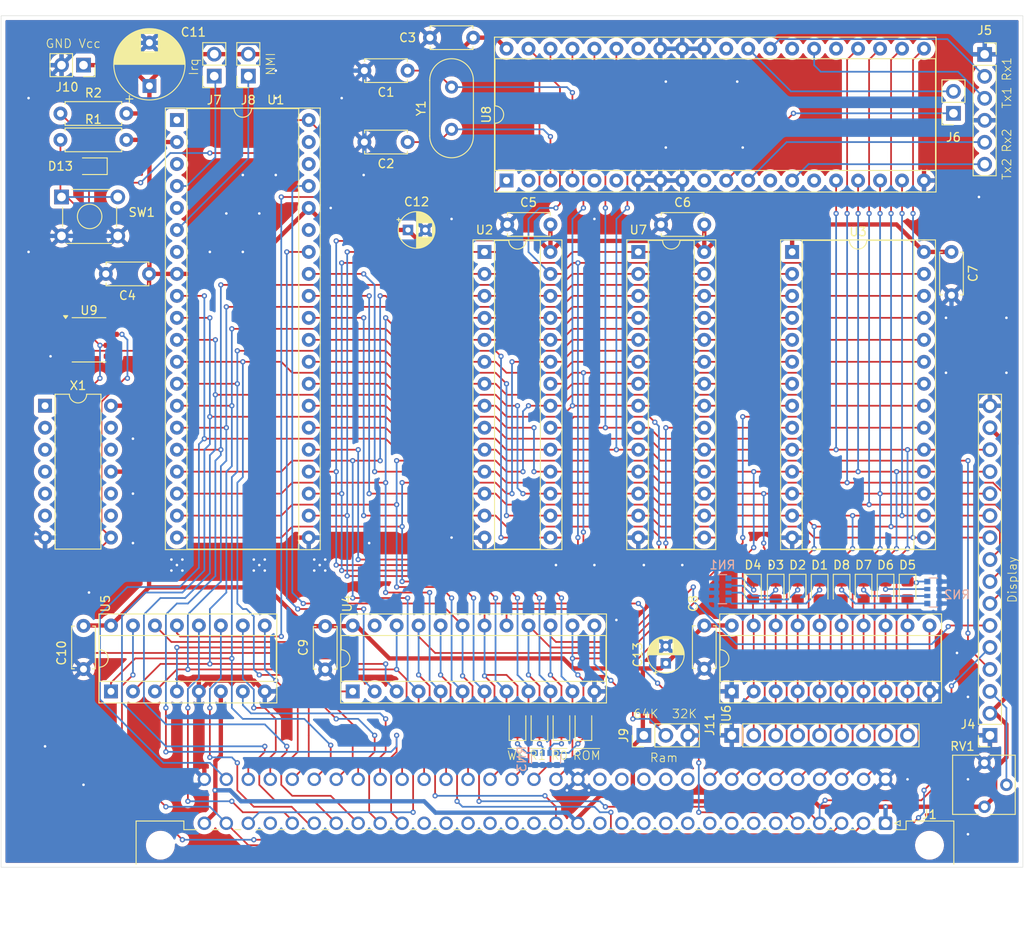
<source format=kicad_pcb>
(kicad_pcb (version 20221018) (generator pcbnew)
  (layers (0 "F.Cu" signal) (31 "B.Cu" signal) (34 "B.Paste" user) (35 "F.Paste" user) (36 "B.SilkS" user "B.Silkscreen") (37 "F.SilkS" user "F.Silkscreen") (38 "B.Mask" user) (39 "F.Mask" user) (44 "Edge.Cuts" user))
  (net 0 "")
  (net 2 "VCC")
  (net 6 "/A0")
  (net 7 "/A1")
  (net 8 "/A2")
  (net 9 "/A3")
  (net 10 "/A4")
  (net 11 "/A5")
  (net 12 "/A6")
  (net 13 "/A7")
  (net 14 "/A8")
  (net 15 "/A9")
  (net 16 "/A10")
  (net 17 "/A11")
  (net 18 "GND")
  (net 19 "/A12")
  (net 20 "/A13")
  (net 21 "/A14")
  (net 22 "/D7")
  (net 23 "/D6")
  (net 24 "/D5")
  (net 25 "/D4")
  (net 26 "/D3")
  (net 27 "/D2")
  (net 28 "/D1")
  (net 29 "/D0")
  (net 30 "/R{slash}~{W}")
  (net 32 "/CLOCK")
  (net 35 "/SYS_CLK")
  (net 36 "/~{RES}")
  (net 37 "/~{CS_RAM0}")
  (net 38 "/~{QOE}")
  (net 39 "/~{QWE_RAM}")
  (net 40 "/~{CS_RAM1}")
  (net 41 "/~{CS_ROM}")
  (net 42 "/~{IO_SEL}")
  (net 43 "/~{SYS_CLK}")
  (net 44 "/DISP_EN")
  (net 45 "/~{IOEN_00_GPIO0}")
  (net 46 "/~{IOEN_02_UART}")
  (net 47 "/~{IOEN_01_DISP}")
  (net 49 "/UART_X1")
  (net 50 "/UART_X2")
  (net 53 "Net-(J6-Pin_1)")
  (net 54 "/RX_D2")
  (net 56 "/TX_D2")
  (net 59 "/TX_D1")
  (net 61 "/RX_D1")
  (net 62 "Net-(J6-Pin_2)")
  (net 67 "Net-(U9-~{PB_RST})")
  (net 79 "/~{IOEN_03}")
  (net 80 "/~{IOEN_04}")
  (net 81 "/~{IOEN_05}")
  (net 82 "/~{IOEN_06}")
  (net 83 "/~{IOEN_07}")
  (net 84 "/A15")
  (net 85 "Net-(D4-K)")
  (net 96 "Net-(J9-Pin_2)")
  (net 97 "/~{IRQ}")
  (net 98 "/~{NMI}")
  (net 99 "Net-(D3-K)")
  (net 100 "Net-(D2-K)")
  (net 101 "Net-(D1-K)")
  (net 102 "Net-(D8-K)")
  (net 103 "Net-(D7-K)")
  (net 104 "Net-(D6-K)")
  (net 105 "Net-(D5-K)")
  (net 106 "/LCD_BIAS")
  (net 107 "/GPIO00_O7")
  (net 108 "/GPIO00_O6")
  (net 109 "/GPIO00_O5")
  (net 110 "/GPIO00_O4")
  (net 111 "/GPIO00_O3")
  (net 112 "/GPIO00_O2")
  (net 113 "/GPIO00_O1")
  (net 114 "/GPIO00_O0")
  (net 115 "Net-(D12-K)")
  (net 116 "Net-(D11-K)")
  (net 117 "Net-(D10-K)")
  (net 118 "Net-(D9-K)")
  (net 119 "Net-(D13-A)")
  (footprint "Capacitor_THT:C_Disc_D4.7mm_W2.5mm_P5.00mm" (layer "F.Cu") (at 68.58 34.29 180)
    (fp_text reference "C2")
    (fp_text value "C")
  )
  (footprint "Capacitor_THT:C_Disc_D4.7mm_W2.5mm_P5.00mm" (layer "F.Cu") (at 85.09 43.815 180)
    (fp_text reference "C5")
    (fp_text value "C")
  )
  (footprint "Capacitor_THT:C_Disc_D4.7mm_W2.5mm_P5.00mm" (layer "F.Cu") (at 38.695 49.53 180)
    (fp_text reference "C4")
    (fp_text value "C")
  )
  (footprint "Connector_PinSocket_2.54mm:PinSocket_1x02_P2.54mm_Vertical" (layer "F.Cu") (at 46.228 26.67 180)
    (fp_text reference "J7")
    (fp_text value "Jmp_Irq")
  )
  (footprint "Package_DIP:DIP-28_W7.62mm_Socket" (layer "F.Cu") (at 77.465 46.99)
    (fp_text reference "U2")
    (fp_text value "HM62256BLP")
  )
  (footprint "Connector_PinSocket_2.54mm:PinSocket_1x09_P2.54mm_Vertical" (layer "F.Cu") (at 106.045 102.87 90)
    (fp_text reference "J11")
    (fp_text value "Conn_01x09")
  )
  (footprint "Capacitor_THT:C_Disc_D4.7mm_W2.5mm_P5.00mm" (layer "F.Cu") (at 68.58 26.035 180)
    (fp_text reference "C1")
    (fp_text value "C")
  )
  (footprint "LED_SMD:LED_0805_2012Metric_Pad1.15x1.40mm_HandSolder" (layer "F.Cu") (at 116.205 86.115 -90)
    (fp_text reference "D1")
    (fp_text value "LED_Small" hide)
  )
  (footprint "Connector_PinSocket_2.54mm:PinSocket_1x06_P2.54mm_Vertical" (layer "F.Cu") (at 135.28 24.155)
    (fp_text reference "J5")
    (fp_text value "UART")
  )
  (footprint "LED_SMD:LED_0805_2012Metric_Pad1.15x1.40mm_HandSolder" (layer "F.Cu") (at 113.665 86.115 -90)
    (fp_text reference "D2")
    (fp_text value "LED_Small" hide)
  )
  (footprint "Connector_PinSocket_2.54mm:PinSocket_1x02_P2.54mm_Vertical" (layer "F.Cu") (at 50.165 26.67 180)
    (fp_text reference "J8")
    (fp_text value "Jmp_NMI")
  )
  (footprint "Package_DIP:DIP-14_W7.62mm" (layer "F.Cu") (at 26.67 64.77)
    (fp_text reference "X1")
    (fp_text value "ACO-xxxMHz")
  )
  (footprint "Connector_PinSocket_2.54mm:PinSocket_1x02_P2.54mm_Vertical" (layer "F.Cu") (at 131.674 30.968 180)
    (fp_text reference "J6")
    (fp_text value "UART_IRQ")
  )
  (footprint "LED_SMD:LED_0805_2012Metric_Pad1.15x1.40mm_HandSolder" (layer "F.Cu") (at 121.285 86.115 -90)
    (fp_text reference "D7")
    (fp_text value "LED_Small" hide)
  )
  (footprint "Connector_PinSocket_2.54mm:PinSocket_1x02_P2.54mm_Vertical" (layer "F.Cu") (at 31.115 25.4 -90)
    (fp_text reference "J10")
    (fp_text value "Conn_01x02_Socket")
  )
  (footprint "Crystal:Crystal_HC49-4H_Vertical" (layer "F.Cu") (at 73.66 32.82 90)
    (fp_text reference "Y1")
    (fp_text value "Crystal")
  )
  (footprint "Package_DIP:DIP-28_W15.24mm_Socket" (layer "F.Cu") (at 113.025 46.99)
    (fp_text reference "U3")
    (fp_text value "27C512")
  )
  (footprint "Package_DIP:DIP-16_W7.62mm_Socket" (layer "F.Cu") (at 34.29 97.79 90)
    (fp_text reference "U5")
    (fp_text value "74LS138")
  )
  (footprint "Capacitor_THT:C_Disc_D4.7mm_W2.5mm_P5.00mm" (layer "F.Cu") (at 59.055 90.25 -90)
    (fp_text reference "C9")
    (fp_text value "C")
  )
  (footprint "Package_DIP:DIP-28_W7.62mm_Socket" (layer "F.Cu") (at 95.245 46.99)
    (fp_text reference "U7")
    (fp_text value "HM62256BLP")
  )
  (footprint "Connector_PinSocket_2.54mm:PinSocket_1x16_P2.54mm_Vertical" (layer "F.Cu") (at 135.89 102.87 180)
    (fp_text reference "J4")
    (fp_text value "Display")
  )
  (footprint "LED_SMD:LED_0805_2012Metric_Pad1.15x1.40mm_HandSolder" (layer "F.Cu") (at 31.995 37.084 180)
    (fp_text reference "D13")
    (fp_text value "LED_Small" hide)
  )
  (footprint "Capacitor_THT:C_Disc_D4.7mm_W2.5mm_P5.00mm" (layer "F.Cu") (at 131.445 46.99 -90)
    (fp_text reference "C7")
    (fp_text value "C")
  )
  (footprint "Capacitor_THT:C_Disc_D4.7mm_W2.5mm_P5.00mm" (layer "F.Cu") (at 102.87 43.815 180)
    (fp_text reference "C6")
    (fp_text value "C")
  )
  (footprint "LED_SMD:LED_0805_2012Metric_Pad1.15x1.40mm_HandSolder" (layer "F.Cu") (at 83.82 101.6 90)
    (fp_text reference "D11" hide)
    (fp_text value "LED_Small")
  )
  (footprint "LED_SMD:LED_0805_2012Metric_Pad1.15x1.40mm_HandSolder" (layer "F.Cu") (at 118.745 86.115 -90)
    (fp_text reference "D8")
    (fp_text value "LED_Small" hide)
  )
  (footprint "Package_DIP:DIP-20_W7.62mm_Socket" (layer "F.Cu") (at 106.045 97.79 90)
    (fp_text reference "U6")
    (fp_text value "74HCT574")
  )
  (footprint "Connector_PinHeader_2.54mm:PinHeader_1x03_P2.54mm_Vertical" (layer "F.Cu") (at 95.885 102.87 90)
    (fp_text reference "J9")
    (fp_text value "Ram1 Enable")
  )
  (footprint "Button_Switch_THT:SW_TH_Tactile_Omron_B3F-10xx" (layer "F.Cu") (at 28.575 40.64)
    (fp_text reference "SW1")
    (fp_text value "SW_Push")
  )
  (footprint "LED_SMD:LED_0805_2012Metric_Pad1.15x1.40mm_HandSolder" (layer "F.Cu") (at 108.5 86.115 -90)
    (fp_text reference "D4")
    (fp_text value "LED_Small" hide)
  )
  (footprint "Capacitor_THT:C_Disc_D4.7mm_W2.5mm_P5.00mm" (layer "F.Cu") (at 76.16 22.225 180)
    (fp_text reference "C3")
    (fp_text value "C")
  )
  (footprint "Package_DIP:DIP-40_W15.24mm_Socket" (layer "F.Cu") (at 80.01 38.735 90)
    (fp_text reference "U8")
    (fp_text value "R565c52")
  )
  (footprint "Package_DIP:DIP-40_W15.24mm_Socket" (layer "F.Cu") (at 41.91 31.75)
    (fp_text reference "U1")
    (fp_text value "W65C02SxP")
  )
  (footprint "LED_SMD:LED_0805_2012Metric_Pad1.15x1.40mm_HandSolder" (layer "F.Cu") (at 111.125 86.115 -90)
    (fp_text reference "D3")
    (fp_text value "LED_Small" hide)
  )
  (footprint "Capacitor_THT:CP_Radial_D8.0mm_P5.00mm" (layer "F.Cu") (at 38.735 27.802651 90)
    (fp_text reference "C11")
    (fp_text value "C_Polarized")
  )
  (footprint "Package_DIP:DIP-24_W7.62mm_Socket" (layer "F.Cu") (at 62.2325 97.79 90)
    (fp_text reference "U4")
    (fp_text value "PAL20RS10")
  )
  (footprint "LED_SMD:LED_0805_2012Metric_Pad1.15x1.40mm_HandSolder" (layer "F.Cu") (at 88.9 101.6 90)
    (fp_text reference "D9" hide)
    (fp_text value "LED_Small")
  )
  (footprint "Capacitor_THT:CP_Radial_D4.0mm_P2.00mm" (layer "F.Cu") (at 68.62 44.45)
    (fp_text reference "C12")
    (fp_text value "C_Polarized")
  )
  (footprint "Capacitor_THT:CP_Radial_D4.0mm_P2.00mm" (layer "F.Cu") (at 98.425 94.550113 90)
    (fp_text reference "C13")
    (fp_text value "C_Polarized")
  )
  (footprint "LED_SMD:LED_0805_2012Metric_Pad1.15x1.40mm_HandSolder" (layer "F.Cu") (at 123.825 86.115 -90)
    (fp_text reference "D6")
    (fp_text value "LED_Small" hide)
  )
  (footprint "LED_SMD:LED_0805_2012Metric_Pad1.15x1.40mm_HandSolder" (layer "F.Cu") (at 81.28 101.6 90)
    (fp_text reference "D12" hide)
    (fp_text value "LED_Small")
  )
  (footprint "Connector_DIN:DIN41612_C_2x32_Male_Horizontal_THT" (layer "F.Cu") (at 123.825 113.03 180)
    (fp_text reference "J1")
    (fp_text value "DIN41612_02x32_AC")
  )
  (footprint "Capacitor_THT:C_Disc_D4.7mm_W2.5mm_P5.00mm" (layer "F.Cu") (at 31.115 90.21 -90)
    (fp_text reference "C10")
    (fp_text value "C")
  )
  (footprint "Potentiometer_THT:Potentiometer_Vishay_T73YP_Vertical" (layer "F.Cu") (at 135.255 111.125)
    (fp_text reference "RV1")
    (fp_text value "R_LCD_BIAS")
  )
  (footprint "Resistor_THT:R_Axial_DIN0207_L6.3mm_D2.5mm_P7.62mm_Horizontal" (layer "F.Cu") (at 28.448 34.036)
    (fp_text reference "R1")
    (fp_text value "R")
  )
  (footprint "LED_SMD:LED_0805_2012Metric_Pad1.15x1.40mm_HandSolder" (layer "F.Cu") (at 126.365 86.115 -90)
    (fp_text reference "D5")
    (fp_text value "LED_Small" hide)
  )
  (footprint "Package_SO:SO-8_3.9x4.9mm_P1.27mm" (layer "F.Cu") (at 31.75 57.15)
    (fp_text reference "U9")
    (fp_text value "MAX1232")
  )
  (footprint "LED_SMD:LED_0805_2012Metric_Pad1.15x1.40mm_HandSolder" (layer "F.Cu") (at 86.36 101.6 90)
    (fp_text reference "D10" hide)
    (fp_text value "LED_Small")
  )
  (footprint "Resistor_THT:R_Axial_DIN0207_L6.3mm_D2.5mm_P7.62mm_Horizontal" (layer "F.Cu") (at 28.448 30.988)
    (fp_text reference "R2")
    (fp_text value "R")
  )
  (footprint "Capacitor_THT:C_Disc_D4.7mm_W2.5mm_P5.00mm" (layer "F.Cu") (at 102.87 90.17 -90)
    (fp_text reference "C8")
    (fp_text value "C")
  )
  (footprint "Resistor_SMD:R_Array_Convex_4x0612" (layer "B.Cu") (at 129.348 86.36)
    (fp_text reference "RN2")
    (fp_text value "R_Pack04")
  )
  (footprint "Resistor_SMD:R_Array_Convex_4x0612" (layer "B.Cu") (at 104.9635 85.975 180)
    (fp_text reference "RN1")
    (fp_text value "R_Pack04")
  )
  (footprint "Resistor_SMD:R_Array_Convex_4x0612" (layer "B.Cu") (at 84.582 105.599 -90)
    (fp_text reference "RN3")
    (fp_text value "R_Pack04")
  )
  (gr_rect (start 21.59 19.685) (end 139.7 118.11) (stroke (width 0.05)) (fill none) (layer "Edge.Cuts"))
  (gr_text "~{R1}\n" (at 82.55 105.791) (layer "F.SilkS") (effects (font (size 1 1) (thickness 0.1)) (justify left bottom)))
  (gr_text "~{WE}" (at 80.01 105.791) (layer "F.SilkS") (effects (font (size 1 1) (thickness 0.1)) (justify left bottom)))
  (gr_text "~{ROM}" (at 87.63 105.791) (layer "F.SilkS") (effects (font (size 1 1) (thickness 0.1)) (justify left bottom)))
  (gr_text "Irq" (at 44.45 26.67 90) (layer "F.SilkS") (effects (font (size 1 1) (thickness 0.1)) (justify left bottom)))
  (gr_text "32K" (at 99.06 100.965) (layer "F.SilkS") (effects (font (size 1 1) (thickness 0.1)) (justify left bottom)))
  (gr_text "Tx1" (at 138.43 30.48 90) (layer "F.SilkS") (effects (font (size 1 1) (thickness 0.1)) (justify left bottom)))
  (gr_text "Display" (at 139.065 87.63 90) (layer "F.SilkS") (effects (font (size 1 1) (thickness 0.1)) (justify left bottom)))
  (gr_text "Rx1" (at 138.43 27.305 90) (layer "F.SilkS") (effects (font (size 1 1) (thickness 0.1)) (justify left bottom)))
  (gr_text "GND" (at 26.67 23.495) (layer "F.SilkS") (effects (font (size 1 1) (thickness 0.1)) (justify left bottom)))
  (gr_text "Vcc" (at 30.48 23.495) (layer "F.SilkS") (effects (font (size 1 1) (thickness 0.1)) (justify left bottom)))
  (gr_text "Ram" (at 96.52 106.045) (layer "F.SilkS") (effects (font (size 1 1) (thickness 0.1)) (justify left bottom)))
  (gr_text "64K" (at 94.615 100.965) (layer "F.SilkS") (effects (font (size 1 1) (thickness 0.1)) (justify left bottom)))
  (gr_text "Tx2" (at 138.43 38.735 90) (layer "F.SilkS") (effects (font (size 1 1) (thickness 0.1)) (justify left bottom)))
  (gr_text "~{R0}" (at 85.09 105.791) (layer "F.SilkS") (effects (font (size 1 1) (thickness 0.1)) (justify left bottom)))
  (gr_text "Rx2" (at 138.43 35.56 90) (layer "F.SilkS") (effects (font (size 1 1) (thickness 0.1)) (justify left bottom)))
  (gr_text "NMI" (at 53.34 26.67 90) (layer "F.SilkS") (effects (font (size 1 1) (thickness 0.1)) (justify left bottom)))
  (segment (start 41.91 24.13) (end 46.228 24.13) (width 0.5) (layer "F.Cu") (net 2))
  (segment (start 38.735 27.802651) (end 38.735 27.305) (width 0.5) (layer "F.Cu") (net 2))
  (segment (start 66.465661 93.98) (end 86.571839 93.98) (width 0.5) (layer "F.Cu") (net 2))
  (segment (start 90.805 109.855) (end 88.265 112.395) (width 0.5) (layer "F.Cu") (net 2))
  (segment (start 46.355 105.835661) (end 46.99 105.200661) (width 0.5) (layer "F.Cu") (net 2))
  (segment (start 94.615 104.14) (end 94.615 109.855) (width 0.5) (layer "F.Cu") (net 2))
  (segment (start 95.885 95.135) (end 97.840113 95.135) (width 0.5) (layer "F.Cu") (net 2))
  (segment (start 85.09 46.985) (end 85.085 46.99) (width 0.5) (layer "F.Cu") (net 2))
  (segment (start 50.165 24.13) (end 74.255 24.13) (width 0.5) (layer "F.Cu") (net 2))
  (segment (start 95.77 102.755) (end 95.77 95.25) (width 0.5) (layer "F.Cu") (net 2))
  (segment (start 83.595 45.5) (end 85.085 46.99) (width 0.5) (layer "F.Cu") (net 2))
  (segment (start 95.77 95.25) (end 95.885 95.135) (width 0.5) (layer "F.Cu") (net 2))
  (segment (start 101.595 45.72) (end 102.865 46.99) (width 0.5) (layer "F.Cu") (net 2))
  (segment (start 113.025 46.99) (end 113.025 43.82) (width 0.5) (layer "F.Cu") (net 2))
  (segment (start 136.495 106.71) (end 137.795 105.41) (width 0.5) (layer "F.Cu") (net 2))
  (segment (start 30.48 57.785) (end 31.115 58.42) (width 0.2) (layer "F.Cu") (net 2))
  (segment (start 138.39 97.83) (end 138.39 69.81) (width 0.5) (layer "F.Cu") (net 2))
  (segment (start 113.025 43.82) (end 113.03 43.815) (width 0.5) (layer "F.Cu") (net 2))
  (segment (start 136.525 100.33) (end 135.89 100.33) (width 0.5) (layer "F.Cu") (net 2))
  (segment (start 31.155 90.17) (end 31.115 90.21) (width 0.5) (layer "F.Cu") (net 2))
  (segment (start 137.795 105.41) (end 137.795 101.6) (width 0.5) (layer "F.Cu") (net 2))
  (segment (start 102.865 46.99) (end 106.04 43.815) (width 0.5) (layer "F.Cu") (net 2))
  (segment (start 135.255 111.125) (end 136.495 109.885) (width 0.5) (layer "F.Cu") (net 2))
  (segment (start 38.735 30.861) (end 38.735 33.782) (width 0.5) (layer "F.Cu") (net 2))
  (segment (start 34.325 55.245) (end 38.695 55.245) (width 0.2) (layer "F.Cu") (net 2))
  (segment (start 69.67 45.5) (end 83.595 45.5) (width 0.5) (layer "F.Cu") (net 2))
  (segment (start 85.085 46.99) (end 86.355 45.72) (width 0.5) (layer "F.Cu") (net 2))
  (segment (start 46.99 105.200661) (end 46.99 97.79) (width 0.5) (layer "F.Cu") (net 2))
  (segment (start 135.89 100.33) (end 138.39 97.83) (width 0.5) (layer "F.Cu") (net 2))
  (segment (start 38.735 49.49) (end 38.695 49.53) (width 0.5) (layer "F.Cu") (net 2))
  (segment (start 41.91 34.29) (end 38.735 34.29) (width 0.5) (layer "F.Cu") (net 2))
  (segment (start 36.068 30.988) (end 38.608 30.988) (width 0.5) (layer "F.Cu") (net 2))
  (segment (start 137.795 101.6) (end 136.525 100.33) (width 0.5) (layer "F.Cu") (net 2))
  (segment (start 34.29 72.39) (end 38.695 72.39) (width 0.5) (layer "F.Cu") (net 2))
  (segment (start 102.87 46.985) (end 102.865 46.99) (width 0.5) (layer "F.Cu") (net 2))
  (segment (start 98.425 94.550113) (end 98.489887 94.550113) (width 0.5) (layer "F.Cu") (net 2))
  (segment (start 68.62 44.45) (end 69.67 45.5) (width 0.5) (layer "F.Cu") (net 2))
  (segment (start 45.085 113.03) (end 46.355 111.76) (width 0.5) (layer "F.Cu") (net 2))
  (segment (start 46.355 111.76) (end 46.355 105.835661) (width 0.5) (layer "F.Cu") (net 2))
  (segment (start 31.115 25.4) (end 36.332349 25.4) (width 0.5) (layer "F.Cu") (net 2))
  (segment (start 94.5 109.74) (end 94.385 109.855) (width 0.5) (layer "F.Cu") (net 2))
  (segment (start 38.695 85.765) (end 52.319339 85.765) (width 0.5) (layer "F.Cu") (net 2))
  (segment (start 34.29 64.77) (end 38.695 64.77) (width 0.5) (layer "F.Cu") (net 2))
  (segment (start 102.87 43.815) (end 102.87 46.985) (width 0.5) (layer "F.Cu") (net 2))
  (segment (start 87.726839 95.135) (end 95.885 95.135) (width 0.5) (layer "F.Cu") (net 2))
  (segment (start 36.068 34.036) (end 38.481 34.036) (width 0.5) (layer "F.Cu") (net 2))
  (segment (start 78.74 22.225) (end 80.01 23.495) (width 0.5) (layer "F.Cu") (net 2))
  (segment (start 95.25 110.49) (end 115.57 110.49) (width 0.5) (layer "F.Cu") (net 2))
  (segment (start 38.695 64.77) (end 38.695 72.39) (width 0.5) (layer "F.Cu") (net 2))
  (segment (start 59.055 90.25) (end 62.735661 90.25) (width 0.5) (layer "F.Cu") (net 2))
  (segment (start 128.265 46.99) (end 131.445 46.99) (width 0.5) (layer "F.Cu") (net 2))
  (segment (start 38.735 27.802651) (end 38.735 30.861) (width 0.5) (layer "F.Cu") (net 2))
  (segment (start 38.481 34.036) (end 38.735 33.782) (width 0.5) (layer "F.Cu") (net 2))
  (segment (start 38.695 58.42) (end 38.695 64.77) (width 0.5) (layer "F.Cu") (net 2))
  (segment (start 52.319339 85.765) (end 56.804339 90.25) (width 0.5) (layer "F.Cu") (net 2))
  (segment (start 38.695 55.245) (end 38.695 58.42) (width 0.5) (layer "F.Cu") (net 2))
  (segment (start 31.115 58.42) (end 38.695 58.42) (width 0.2) (layer "F.Cu") (net 2))
  (segment (start 85.09 43.815) (end 85.09 46.985) (width 0.5) (layer "F.Cu") (net 2))
  (segment (start 95.885 102.87) (end 94.615 104.14) (width 0.5) (layer "F.Cu") (net 2))
  (segment (start 74.255 24.13) (end 76.16 22.225) (width 0.5) (layer "F.Cu") (net 2))
  (segment (start 86.571839 93.98) (end 87.726839 95.135) (width 0.5) (layer "F.Cu") (net 2))
  (segment (start 97.840113 95.135) (end 98.425 94.550113) (width 0.5) (layer "F.Cu") (net 2))
  (segment (start 36.332349 25.4) (end 38.735 27.802651) (width 0.5) (layer "F.Cu") (net 2))
  (segment (start 138.39 69.81) (end 135.89 67.31) (width 0.5) (layer "F.Cu") (net 2))
  (segment (start 38.735 34.29) (end 38.735 49.49) (width 0.5) (layer "F.Cu") (net 2))
  (segment (start 62.735661 90.25) (end 66.465661 93.98) (width 0.5) (layer "F.Cu") (net 2))
  (segment (start 123.825 111.125) (end 135.255 111.125) (width 0.5) (layer "F.Cu") (net 2))
  (segment (start 113.03 43.815) (end 125.09 43.815) (width 0.5) (layer "F.Cu") (net 2))
  (segment (start 115.57 110.49) (end 116.205 111.125) (width 0.5) (layer "F.Cu") (net 2))
  (segment (start 106.04 43.815) (end 113.03 43.815) (width 0.5) (layer "F.Cu") (net 2))
  (segment (start 94.615 109.855) (end 94.5 109.74) (width 0.5) (layer "F.Cu") (net 2))
  (segment (start 86.355 45.72) (end 101.595 45.72) (width 0.5) (layer "F.Cu") (net 2))
  (segment (start 98.489887 94.550113) (end 102.87 90.17) (width 0.5) (layer "F.Cu") (net 2))
  (segment (start 88.265 112.395) (end 88.265 113.03) (width 0.5) (layer "F.Cu") (net 2))
  (segment (start 136.495 109.885) (end 136.495 106.71) (width 0.5) (layer "F.Cu") (net 2))
  (segment (start 38.695 49.53) (end 38.695 55.245) (width 0.5) (layer "F.Cu") (net 2))
  (segment (start 38.608 30.988) (end 38.735 30.861) (width 0.5) (layer "F.Cu") (net 2))
  (segment (start 102.87 90.17) (end 106.045 90.17) (width 0.5) (layer "F.Cu") (net 2))
  (segment (start 38.695 49.53) (end 41.91 49.53) (width 0.5) (layer "F.Cu") (net 2))
  (segment (start 38.695 72.39) (end 38.695 85.765) (width 0.5) (layer "F.Cu") (net 2))
  (segment (start 94.615 109.855) (end 95.25 110.49) (width 0.5) (layer "F.Cu") (net 2))
  (segment (start 95.885 102.87) (end 95.77 102.755) (width 0.5) (layer "F.Cu") (net 2))
  (segment (start 94.385 109.855) (end 90.805 109.855) (width 0.5) (layer "F.Cu") (net 2))
  (segment (start 125.09 43.815) (end 128.265 46.99) (width 0.5) (layer "F.Cu") (net 2))
  (segment (start 57.15 41.91) (end 59.69 44.45) (width 0.5) (layer "F.Cu") (net 2))
  (segment (start 56.804339 90.25) (end 59.055 90.25) (width 0.5) (layer "F.Cu") (net 2))
  (segment (start 38.735 33.782) (end 38.735 34.29) (width 0.5) (layer "F.Cu") (net 2))
  (segment (start 59.69 44.45) (end 68.62 44.45) (width 0.5) (layer "F.Cu") (net 2))
  (segment (start 41.91 49.53) (end 49.53 49.53) (width 0.5) (layer "F.Cu") (net 2))
  (segment (start 46.228 24.13) (end 50.165 24.13) (width 0.5) (layer "F.Cu") (net 2))
  (segment (start 76.16 22.225) (end 78.74 22.225) (width 0.5) (layer "F.Cu") (net 2))
  (segment (start 29.175 57.785) (end 30.48 57.785) (width 0.2) (layer "F.Cu") (net 2))
  (segment (start 49.53 49.53) (end 57.15 41.91) (width 0.5) (layer "F.Cu") (net 2))
  (segment (start 116.205 111.125) (end 123.825 111.125) (width 0.5) (layer "F.Cu") (net 2))
  (segment (start 38.735 27.305) (end 41.91 24.13) (width 0.5) (layer "F.Cu") (net 2))
  (segment (start 38.695 85.765) (end 34.29 90.17) (width 0.5) (layer "F.Cu") (net 2))
  (segment (start 34.29 90.17) (end 31.155 90.17) (width 0.5) (layer "F.Cu") (net 2))
  (via (at 46.31 109.22) (size 0.6) (drill 0.3) (layers "F.Cu" "B.Cu") (net 2))
  (via (at 123.825 111.125) (size 0.6) (drill 0.3) (layers "F.Cu" "B.Cu") (net 2))
  (segment (start 87.04 111.805) (end 88.265 113.03) (width 0.5) (layer "B.Cu") (net 2))
  (segment (start 70.485 110.49) (end 71.8 111.805) (width 0.5) (layer "B.Cu") (net 2))
  (segment (start 46.31 109.22) (end 48.050661 109.22) (width 0.5) (layer "B.Cu") (net 2))
  (segment (start 123.825 111.125) (end 123.825 113.03) (width 0.5) (layer "B.Cu") (net 2))
  (segment (start 48.050661 109.22) (end 49.320661 110.49) (width 0.5) (layer "B.Cu") (net 2))
  (segment (start 71.8 111.805) (end 87.04 111.805) (width 0.5) (layer "B.Cu") (net 2))
  (segment (start 49.320661 110.49) (end 70.485 110.49) (width 0.5) (layer "B.Cu") (net 2))
  (segment (start 86.36 71.12) (end 80.01 71.12) (width 0.2) (layer "F.Cu") (net 6))
  (segment (start 95.245 69.85) (end 92.71 69.85) (width 0.2) (layer "F.Cu") (net 6))
  (segment (start 87.63 69.85) (end 86.36 71.12) (width 0.2) (layer "F.Cu") (net 6))
  (segment (start 93.98 41.91) (end 93.98 27.94) (width 0.2) (layer "F.Cu") (net 6))
  (segment (start 67.31 69.85) (end 77.465 69.85) (width 0.2) (layer "F.Cu") (net 6))
  (segment (start 92.71 26.67) (end 92.71 23.495) (width 0.2) (layer "F.Cu") (net 6))
  (segment (start 96.52 69.85) (end 95.245 69.85) (width 0.2) (layer "F.Cu") (net 6))
  (segment (start 115.42637 71.12) (end 114.15637 69.85) (width 0.2) (layer "F.Cu") (net 6))
  (segment (start 41.91 52.07) (end 45.085 52.07) (width 0.2) (layer "F.Cu") (net 6))
  (segment (start 133.35 91.059) (end 133.35 92.71) (width 0.2) (layer "F.Cu") (net 6))
  (segment (start 66.04 68.58) (end 67.31 69.85) (width 0.2) (layer "F.Cu") (net 6))
  (segment (start 93.98 27.94) (end 92.71 26.67) (width 0.2) (layer "F.Cu") (net 6))
  (segment (start 133.35 71.12) (end 115.42637 71.12) (width 0.2) (layer "F.Cu") (net 6))
  (segment (start 45.085 68.58) (end 66.04 68.58) (width 0.2) (layer "F.Cu") (net 6))
  (segment (start 78.74 69.85) (end 77.465 69.85) (width 0.2) (layer "F.Cu") (net 6))
  (segment (start 80.01 71.12) (end 78.74 69.85) (width 0.2) (layer "F.Cu") (net 6))
  (segment (start 97.79 71.12) (end 96.52 69.85) (width 0.2) (layer "F.Cu") (net 6))
  (segment (start 92.71 69.85) (end 87.63 69.85) (width 0.2) (layer "F.Cu") (net 6))
  (segment (start 104.14 71.12) (end 97.79 71.12) (width 0.2) (layer "F.Cu") (net 6))
  (segment (start 105.41 69.85) (end 104.14 71.12) (width 0.2) (layer "F.Cu") (net 6))
  (segment (start 113.025 69.85) (end 105.41 69.85) (width 0.2) (layer "F.Cu") (net 6))
  (segment (start 114.15637 69.85) (end 113.025 69.85) (width 0.2) (layer "F.Cu") (net 6))
  (segment (start 133.35 92.71) (end 135.89 95.25) (width 0.2) (layer "F.Cu") (net 6))
  (via (at 133.35 91.059) (size 0.6) (drill 0.3) (layers "F.Cu" "B.Cu") (net 6))
  (via (at 93.98 41.91) (size 0.6) (drill 0.3) (layers "F.Cu" "B.Cu") (net 6))
  (via (at 45.085 52.07) (size 0.6) (drill 0.3) (layers "F.Cu" "B.Cu") (net 6))
  (via (at 45.085 68.58) (size 0.6) (drill 0.3) (layers "F.Cu" "B.Cu") (net 6))
  (via (at 92.71 69.85) (size 0.6) (drill 0.3) (layers "F.Cu" "B.Cu") (net 6))
  (via (at 133.35 71.12) (size 0.6) (drill 0.3) (layers "F.Cu" "B.Cu") (net 6))
  (segment (start 33.02 88.9) (end 36.195 85.725) (width 0.2) (layer "B.Cu") (net 6))
  (segment (start 133.35 91.059) (end 133.35 71.12) (width 0.2) (layer "B.Cu") (net 6))
  (segment (start 36.195 85.725) (end 42.2275 85.725) (width 0.2) (layer "B.Cu") (net 6))
  (segment (start 40.3475 106.045) (end 33.02 98.7175) (width 0.2) (layer "B.Cu") (net 6))
  (segment (start 45.72 106.045) (end 40.3475 106.045) (width 0.2) (layer "B.Cu") (net 6))
  (segment (start 93.98 41.91) (end 92.71 43.18) (width 0.2) (layer "B.Cu") (net 6))
  (segment (start 44.4525 83.5) (end 44.4525 69.2125) (width 0.2) (layer "B.Cu") (net 6))
  (segment (start 33.02 98.7175) (end 33.02 88.9) (width 0.2) (layer "B.Cu") (net 6))
  (segment (start 44.4525 69.2125) (end 45.085 68.58) (width 0.2) (layer "B.Cu") (net 6))
  (segment (start 47.625 107.95) (end 45.72 106.045) (width 0.2) (layer "B.Cu") (net 6))
  (segment (start 92.71 43.18) (end 92.71 69.85) (width 0.2) (layer "B.Cu") (net 6))
  (segment (start 45.085 52.07) (end 45.085 68.58) (width 0.2) (layer "B.Cu") (net 6))
  (segment (start 42.2275 85.725) (end 44.4525 83.5) (width 0.2) (layer "B.Cu") (net 6))
  (segment (start 86.36 68.58) (end 80.01 68.58) (width 0.2) (layer "F.Cu") (net 7))
  (segment (start 97.79 68.58) (end 96.52 67.31) (width 0.2) (layer "F.Cu") (net 7))
  (segment (start 41.91 54.61) (end 45.72 54.61) (width 0.2) (layer "F.Cu") (net 7))
  (segment (start 52.07 104.14) (end 52.07 104.775) (width 0.2) (layer "F.Cu") (net 7))
  (segment (start 91.44 67.31) (end 87.63 67.31) (width 0.2) (layer "F.Cu") (net 7))
  (segment (start 105.41 67.31) (end 104.14 68.58) (width 0.2) (layer "F.Cu") (net 7))
  (segment (start 45.72 66.04) (end 66.04 66.04) (width 0.2) (layer "F.Cu") (net 7))
  (segment (start 67.31 67.31) (end 77.465 67.31) (width 0.2) (layer "F.Cu") (net 7))
  (segment (start 80.01 68.58) (end 78.74 67.31) (width 0.2) (layer "F.Cu") (net 7))
  (segment (start 78.74 67.31) (end 77.465 67.31) (width 0.2) (layer "F.Cu") (net 7))
  (segment (start 91.44 41.91) (end 91.44 27.94) (width 0.2) (layer "F.Cu") (net 7))
  (segment (start 87.63 67.31) (end 86.36 68.58) (width 0.2) (layer "F.Cu") (net 7))
  (segment (start 95.245 67.31) (end 91.44 67.31) (width 0.2) (layer "F.Cu") (net 7))
  (segment (start 96.52 67.31) (end 95.245 67.31) (width 0.2) (layer "F.Cu") (net 7))
  (segment (start 50.165 106.68) (end 50.165 107.95) (width 0.2) (layer "F.Cu") (net 7))
  (segment (start 66.04 66.04) (end 67.31 67.31) (width 0.2) (layer "F.Cu") (net 7))
  (segment (start 91.44 27.94) (end 90.17 26.67) (width 0.2) (layer "F.Cu") (net 7))
  (segment (start 52.07 104.775) (end 50.165 106.68) (width 0.2) (layer "F.Cu") (net 7))
  (segment (start 104.14 68.58) (end 97.79 68.58) (width 0.2) (layer "F.Cu") (net 7))
  (segment (start 113.025 67.31) (end 105.41 67.31) (width 0.2) (layer "F.Cu") (net 7))
  (segment (start 90.17 26.67) (end 90.17 23.495) (width 0.2) (layer "F.Cu") (net 7))
  (via (at 45.72 54.61) (size 0.6) (drill 0.3) (layers "F.Cu" "B.Cu") (net 7))
  (via (at 91.44 41.91) (size 0.6) (drill 0.3) (layers "F.Cu" "B.Cu") (net 7))
  (via (at 45.72 66.04) (size 0.6) (drill 0.3) (layers "F.Cu" "B.Cu") (net 7))
  (via (at 91.44 67.31) (size 0.6) (drill 0.3) (layers "F.Cu" "B.Cu") (net 7))
  (via (at 52.07 104.14) (size 0.6) (drill 0.3) (layers "F.Cu" "B.Cu") (net 7))
  (segment (start 42.545 86.36) (end 45.0875 83.8175) (width 0.2) (layer "B.Cu") (net 7))
  (segment (start 35.56 89.075933) (end 38.275933 86.36) (width 0.2) (layer "B.Cu") (net 7))
  (segment (start 91.44 41.91) (end 91.44 67.31) (width 0.2) (layer "B.Cu") (net 7))
  (segment (start 45.72 69.2175) (end 45.72 66.04) (width 0.2) (layer "B.Cu") (net 7))
  (segment (start 38.275933 86.36) (end 42.545 86.36) (width 0.2) (layer "B.Cu") (net 7))
  (segment (start 40.64 104.14) (end 35.56 99.06) (width 0.2) (layer "B.Cu") (net 7))
  (segment (start 52.07 104.14) (end 40.64 104.14) (width 0.2) (layer "B.Cu") (net 7))
  (segment (start 35.56 99.06) (end 35.56 89.075933) (width 0.2) (layer "B.Cu") (net 7))
  (segment (start 45.0875 83.8175) (end 45.0875 69.85) (width 0.2) (layer "B.Cu") (net 7))
  (segment (start 45.0875 69.85) (end 45.72 69.2175) (width 0.2) (layer "B.Cu") (net 7))
  (segment (start 45.72 54.61) (end 45.72 66.04) (width 0.2) (layer "B.Cu") (net 7))
  (segment (start 87.63 26.67) (end 87.63 23.495) (width 0.2) (layer "F.Cu") (net 8))
  (segment (start 52.705 106.68) (end 52.705 107.95) (width 0.2) (layer "F.Cu") (net 8))
  (segment (start 97.79 66.04) (end 96.52 64.77) (width 0.2) (layer "F.Cu") (net 8))
  (segment (start 86.36 66.04) (end 80.01 66.04) (width 0.2) (layer "F.Cu") (net 8))
  (segment (start 41.91 57.15) (end 46.355 57.15) (width 0.2) (layer "F.Cu") (net 8))
  (segment (start 67.31 64.77) (end 77.465 64.77) (width 0.2) (layer "F.Cu") (net 8))
  (segment (start 46.355 63.5) (end 66.04 63.5) (width 0.2) (layer "F.Cu") (net 8))
  (segment (start 96.52 64.77) (end 95.245 64.77) (width 0.2) (layer "F.Cu") (net 8))
  (segment (start 54.61 104.775) (end 52.705 106.68) (width 0.2) (layer "F.Cu") (net 8))
  (segment (start 87.63 64.77) (end 86.36 66.04) (width 0.2) (layer "F.Cu") (net 8))
  (segment (start 88.9 41.91) (end 88.9 27.94) (width 0.2) (layer "F.Cu") (net 8))
  (segment (start 95.245 64.77) (end 87.63 64.77) (width 0.2) (layer "F.Cu") (net 8))
  (segment (start 113.025 64.77) (end 105.41 64.77) (width 0.2) (layer "F.Cu") (net 8))
  (segment (start 88.9 27.94) (end 87.63 26.67) (width 0.2) (layer "F.Cu") (net 8))
  (segment (start 80.01 66.04) (end 78.74 64.77) (width 0.2) (layer "F.Cu") (net 8))
  (segment (start 66.04 63.5) (end 67.31 64.77) (width 0.2) (layer "F.Cu") (net 8))
  (segment (start 78.74 64.77) (end 77.465 64.77) (width 0.2) (layer "F.Cu") (net 8))
  (segment (start 54.61 104.14) (end 54.61 104.775) (width 0.2) (layer "F.Cu") (net 8))
  (segment (start 105.41 64.77) (end 104.14 66.04) (width 0.2) (layer "F.Cu") (net 8))
  (segment (start 104.14 66.04) (end 97.79 66.04) (width 0.2) (layer "F.Cu") (net 8))
  (via (at 87.63 64.77) (size 0.6) (drill 0.3) (layers "F.Cu" "B.Cu") (net 8))
  (via (at 46.355 63.5) (size 0.6) (drill 0.3) (layers "F.Cu" "B.Cu") (net 8))
  (via (at 54.61 104.14) (size 0.6) (drill 0.3) (layers "F.Cu" "B.Cu") (net 8))
  (via (at 46.355 57.15) (size 0.6) (drill 0.3) (layers "F.Cu" "B.Cu") (net 8))
  (via (at 88.9 41.91) (size 0.6) (drill 0.3) (layers "F.Cu" "B.Cu") (net 8))
  (segment (start 52.07 101.6) (end 40.64 101.6) (width 0.2) (layer "B.Cu") (net 8))
  (segment (start 88.9 41.91) (end 87.63 43.18) (width 0.2) (layer "B.Cu") (net 8))
  (segment (start 40.005 86.995) (end 42.8625 86.995) (width 0.2) (layer "B.Cu") (net 8))
  (segment (start 46.355 57.15) (end 46.355 63.5) (width 0.2) (layer "B.Cu") (net 8))
  (segment (start 38.1 99.06) (end 38.1 88.9) (width 0.2) (layer "B.Cu") (net 8))
  (segment (start 42.8625 86.995) (end 45.7225 84.135) (width 0.2) (layer "B.Cu") (net 8))
  (segment (start 87.63 43.18) (end 87.63 64.77) (width 0.2) (layer "B.Cu") (net 8))
  (segment (start 45.7225 70.485) (end 46.355 69.8525) (width 0.2) (layer "B.Cu") (net 8))
  (segment (start 54.61 104.14) (end 52.07 101.6) (width 0.2) (layer "B.Cu") (net 8))
  (segment (start 46.355 69.8525) (end 46.355 63.5) (width 0.2) (layer "B.Cu") (net 8))
  (segment (start 40.64 101.6) (end 38.1 99.06) (width 0.2) (layer "B.Cu") (net 8))
  (segment (start 45.7225 84.135) (end 45.7225 70.485) (width 0.2) (layer "B.Cu") (net 8))
  (segment (start 38.1 88.9) (end 40.005 86.995) (width 0.2) (layer "B.Cu") (net 8))
  (segment (start 104.14 63.5) (end 97.79 63.5) (width 0.2) (layer "F.Cu") (net 9))
  (segment (start 51.435 95.885) (end 53.975 95.885) (width 0.2) (layer "F.Cu") (net 9))
  (segment (start 78.74 62.23) (end 77.465 62.23) (width 0.2) (layer "F.Cu") (net 9))
  (segment (start 41.91 59.69) (end 53.975 59.69) (width 0.2) (layer "F.Cu") (net 9))
  (segment (start 113.025 62.23) (end 105.41 62.23) (width 0.2) (layer "F.Cu") (net 9))
  (segment (start 57.15 102.87) (end 57.15 106.045) (width 0.2) (layer "F.Cu") (net 9))
  (segment (start 57.15 99.06) (end 57.15 102.87) (width 0.2) (layer "F.Cu") (net 9))
  (segment (start 80.01 63.5) (end 78.74 62.23) (width 0.2) (layer "F.Cu") (net 9))
  (segment (start 66.04 60.96) (end 67.31 62.23) (width 0.2) (layer "F.Cu") (net 9))
  (segment (start 96.52 62.23) (end 95.245 62.23) (width 0.2) (layer "F.Cu") (net 9))
  (segment (start 55.245 60.96) (end 66.04 60.96) (width 0.2) (layer "F.Cu") (net 9))
  (segment (start 53.975 95.885) (end 57.15 99.06) (width 0.2) (layer "F.Cu") (net 9))
  (segment (start 87.63 62.23) (end 86.36 63.5) (width 0.2) (layer "F.Cu") (net 9))
  (segment (start 105.41 62.23) (end 104.14 63.5) (width 0.2) (layer "F.Cu") (net 9))
  (segment (start 86.36 63.5) (end 80.01 63.5) (width 0.2) (layer "F.Cu") (net 9))
  (segment (start 53.975 59.69) (end 55.245 60.96) (width 0.2) (layer "F.Cu") (net 9))
  (segment (start 57.15 106.045) (end 55.245 107.95) (width 0.2) (layer "F.Cu") (net 9))
  (segment (start 97.79 63.5) (end 96.52 62.23) (width 0.2) (layer "F.Cu") (net 9))
  (segment (start 67.31 62.23) (end 77.465 62.23) (width 0.2) (layer "F.Cu") (net 9))
  (segment (start 95.245 62.23) (end 87.63 62.23) (width 0.2) (layer "F.Cu") (net 9))
  (via (at 49.5325 59.69) (size 0.6) (drill 0.3) (layers "F.Cu" "B.Cu") (net 9))
  (via (at 51.435 95.885) (size 0.6) (drill 0.3) (layers "F.Cu" "B.Cu") (net 9))
  (segment (start 49.953971 88.265) (end 49.53 88.265) (width 0.2) (layer "B.Cu") (net 9))
  (segment (start 48.8975 73.66) (end 49.5325 73.025) (width 0.2) (layer "B.Cu") (net 9))
  (segment (start 49.53 88.265) (end 48.8975 87.6325) (width 0.2) (layer "B.Cu") (net 9))
  (segment (start 50.8 95.25) (end 50.8 89.111029) (width 0.2) (layer "B.Cu") (net 9))
  (segment (start 50.8 89.111029) (end 49.953971 88.265) (width 0.2) (layer "B.Cu") (net 9))
  (segment (start 51.435 95.885) (end 50.8 95.25) (width 0.2) (layer "B.Cu") (net 9))
  (segment (start 49.5325 73.025) (end 49.5325 59.69) (width 0.2) (layer "B.Cu") (net 9))
  (segment (start 48.8975 87.6325) (end 48.8975 73.66) (width 0.2) (layer "B.Cu") (net 9))
  (segment (start 59.69 104.013) (end 59.69 106.045) (width 0.2) (layer "F.Cu") (net 10))
  (segment (start 95.245 59.69) (end 87.63 59.69) (width 0.2) (layer "F.Cu") (net 10))
  (segment (start 87.63 59.69) (end 86.36 60.96) (width 0.2) (layer "F.Cu") (net 10))
  (segment (start 105.41 59.69) (end 104.14 60.96) (width 0.2) (layer "F.Cu") (net 10))
  (segment (start 113.025 59.69) (end 105.41 59.69) (width 0.2) (layer "F.Cu") (net 10))
  (segment (start 48.26 93.98) (end 37.1 93.98) (width 0.2) (layer "F.Cu") (net 10))
  (segment (start 41.91 62.23) (end 48.895 62.23) (width 0.2) (layer "F.Cu") (net 10))
  (segment (start 37.1 93.98) (end 34.29 96.79) (width 0.2) (layer "F.Cu") (net 10))
  (segment (start 78.74 59.69) (end 77.465 59.69) (width 0.2) (layer "F.Cu") (net 10))
  (segment (start 86.36 60.96) (end 80.01 60.96) (width 0.2) (layer "F.Cu") (net 10))
  (segment (start 80.01 60.96) (end 78.74 59.69) (width 0.2) (layer "F.Cu") (net 10))
  (segment (start 48.895 58.42) (end 66.04 58.42) (width 0.2) (layer "F.Cu") (net 10))
  (segment (start 66.04 58.42) (end 67.31 59.69) (width 0.2) (layer "F.Cu") (net 10))
  (segment (start 67.31 59.69) (end 77.465 59.69) (width 0.2) (layer "F.Cu") (net 10))
  (segment (start 97.79 60.96) (end 96.52 59.69) (width 0.2) (layer "F.Cu") (net 10))
  (segment (start 34.29 96.79) (end 34.29 97.79) (width 0.2) (layer "F.Cu") (net 10))
  (segment (start 96.52 59.69) (end 95.245 59.69) (width 0.2) (layer "F.Cu") (net 10))
  (segment (start 59.69 106.045) (end 57.785 107.95) (width 0.2) (layer "F.Cu") (net 10))
  (segment (start 104.14 60.96) (end 97.79 60.96) (width 0.2) (layer "F.Cu") (net 10))
  (via (at 59.69 104.013) (size 0.6) (drill 0.3) (layers "F.Cu" "B.Cu") (net 10))
  (via (at 48.895 58.42) (size 0.6) (drill 0.3) (layers "F.Cu" "B.Cu") (net 10))
  (via (at 48.895 62.23) (size 0.6) (drill 0.3) (layers "F.Cu" "B.Cu") (net 10))
  (via (at 48.26 93.98) (size 0.6) (drill 0.3) (layers "F.Cu" "B.Cu") (net 10))
  (segment (start 48.895 72.39) (end 48.895 62.23) (width 0.2) (layer "B.Cu") (net 10))
  (segment (start 49.53 100.965) (end 48.26 99.695) (width 0.2) (layer "B.Cu") (net 10))
  (segment (start 59.69 104.013) (end 56.642 100.965) (width 0.2) (layer "B.Cu") (net 10))
  (segment (start 56.642 100.965) (end 49.53 100.965) (width 0.2) (layer "B.Cu") (net 10))
  (segment (start 48.26 99.695) (end 48.26 93.98) (width 0.2) (layer "B.Cu") (net 10))
  (segment (start 48.26 73.025) (end 48.895 72.39) (width 0.2) (layer "B.Cu") (net 10))
  (segment (start 48.895 62.23) (end 48.895 58.42) (width 0.2) (layer "B.Cu") (net 10))
  (segment (start 48.26 93.98) (end 48.26 73.025) (width 0.2) (layer "B.Cu") (net 10))
  (segment (start 96.52 57.15) (end 95.245 57.15) (width 0.2) (layer "F.Cu") (net 11))
  (segment (start 80.01 58.42) (end 78.74 57.15) (width 0.2) (layer "F.Cu") (net 11))
  (segment (start 78.74 57.15) (end 77.465 57.15) (width 0.2) (layer "F.Cu") (net 11))
  (segment (start 86.36 58.42) (end 80.01 58.42) (width 0.2) (layer "F.Cu") (net 11))
  (segment (start 45.72 94.615) (end 40.0075 94.615) (width 0.2) (layer "F.Cu") (net 11))
  (segment (start 62.23 106.045) (end 60.325 107.95) (width 0.2) (layer "F.Cu") (net 11))
  (segment (start 62.23 102.87) (end 62.23 106.045) (width 0.2) (layer "F.Cu") (net 11))
  (segment (start 66.04 55.88) (end 67.31 57.15) (width 0.2) (layer "F.Cu") (net 11))
  (segment (start 62.23 101.6) (end 62.23 102.87) (width 0.2) (layer "F.Cu") (net 11))
  (segment (start 40.0075 94.615) (end 36.8325 97.79) (width 0.2) (layer "F.Cu") (net 11))
  (segment (start 105.41 57.15) (end 104.14 58.42) (width 0.2) (layer "F.Cu") (net 11))
  (segment (start 45.72 94.615) (end 55.245 94.615) (width 0.2) (layer "F.Cu") (net 11))
  (segment (start 48.26 55.88) (end 66.04 55.88) (width 0.2) (layer "F.Cu") (net 11))
  (segment (start 67.31 57.15) (end 77.465 57.15) (width 0.2) (layer "F.Cu") (net 11))
  (segment (start 41.91 64.77) (end 48.26 64.77) (width 0.2) (layer "F.Cu") (net 11))
  (segment (start 95.245 57.15) (end 87.63 57.15) (width 0.2) (layer "F.Cu") (net 11))
  (segment (start 87.63 57.15) (end 86.36 58.42) (width 0.2) (layer "F.Cu") (net 11))
  (segment (start 97.79 58.42) (end 96.52 57.15) (width 0.2) (layer "F.Cu") (net 11))
  (segment (start 55.245 94.615) (end 62.23 101.6) (width 0.2) (layer "F.Cu") (net 11))
  (segment (start 113.025 57.15) (end 105.41 57.15) (width 0.2) (layer "F.Cu") (net 11))
  (segment (start 104.14 58.42) (end 97.79 58.42) (width 0.2) (layer "F.Cu") (net 11))
  (via (at 45.72 94.615) (size 0.6) (drill 0.3) (layers "F.Cu" "B.Cu") (net 11))
  (via (at 48.26 64.77) (size 0.6) (drill 0.3) (layers "F.Cu" "B.Cu") (net 11))
  (via (at 48.26 55.88) (size 0.6) (drill 0.3) (layers "F.Cu" "B.Cu") (net 11))
  (segment (start 48.26 71.7575) (end 48.26 64.77) (width 0.2) (layer "B.Cu") (net 11))
  (segment (start 47.6275 86.3575) (end 47.6275 72.39) (width 0.2) (layer "B.Cu") (net 11))
  (segment (start 47.6275 72.39) (end 48.26 71.7575) (width 0.2) (layer "B.Cu") (net 11))
  (segment (start 45.72 94.615) (end 45.72 88.265) (width 0.2) (layer "B.Cu") (net 11))
  (segment (start 48.26 64.77) (end 48.26 55.88) (width 0.2) (layer "B.Cu") (net 11))
  (segment (start 45.72 88.265) (end 47.6275 86.3575) (width 0.2) (layer "B.Cu") (net 11))
  (segment (start 64.77 104.775) (end 62.865 106.68) (width 0.2) (layer "F.Cu") (net 12))
  (segment (start 78.74 54.61) (end 77.465 54.61) (width 0.2) (layer "F.Cu") (net 12))
  (segment (start 47.625 53.34) (end 66.04 53.34) (width 0.2) (layer "F.Cu") (net 12))
  (segment (start 66.04 53.34) (end 67.31 54.61) (width 0.2) (layer "F.Cu") (net 12))
  (segment (start 95.245 54.61) (end 87.63 54.61) (width 0.2) (layer "F.Cu") (net 12))
  (segment (start 80.01 55.88) (end 78.74 54.61) (width 0.2) (layer "F.Cu") (net 12))
  (segment (start 67.31 54.61) (end 77.465 54.61) (width 0.2) (layer "F.Cu") (net 12))
  (segment (start 43.18 95.25) (end 54.61 95.25) (width 0.2) (layer "F.Cu") (net 12))
  (segment (start 41.91 67.31) (end 47.625 67.31) (width 0.2) (layer "F.Cu") (net 12))
  (segment (start 62.865 106.68) (end 62.865 107.95) (width 0.2) (layer "F.Cu") (net 12))
  (segment (start 104.14 55.88) (end 97.79 55.88) (width 0.2) (layer "F.Cu") (net 12))
  (segment (start 96.52 54.61) (end 95.245 54.61) (width 0.2) (layer "F.Cu") (net 12))
  (segment (start 41.9125 95.25) (end 39.3725 97.79) (width 0.2) (layer "F.Cu") (net 12))
  (segment (start 105.41 54.61) (end 104.14 55.88) (width 0.2) (layer "F.Cu") (net 12))
  (segment (start 113.025 54.61) (end 105.41 54.61) (width 0.2) (layer "F.Cu") (net 12))
  (segment (start 97.79 55.88) (end 96.52 54.61) (width 0.2) (layer "F.Cu") (net 12))
  (segment (start 87.63 54.61) (end 86.36 55.88) (width 0.2) (layer "F.Cu") (net 12))
  (segment (start 54.61 95.25) (end 60.325 100.965) (width 0.2) (layer "F.Cu") (net 12))
  (segment (start 43.18 95.25) (end 41.9125 95.25) (width 0.2) (layer "F.Cu") (net 12))
  (segment (start 86.36 55.88) (end 80.01 55.88) (width 0.2) (layer "F.Cu") (net 12))
  (segment (start 64.77 102.87) (end 64.77 104.775) (width 0.2) (layer "F.Cu") (net 12))
  (via (at 43.18 95.25) (size 0.6) (drill 0.3) (layers "F.Cu" "B.Cu") (net 12))
  (via (at 47.625 67.31) (size 0.6) (drill 0.3) (layers "F.Cu" "B.Cu") (net 12))
  (via (at 64.77 102.87) (size 0.6) (drill 0.3) (layers "F.Cu" "B.Cu") (net 12))
  (via (at 60.325 100.965) (size 0.6) (drill 0.3) (layers "F.Cu" "B.Cu") (net 12))
  (via (at 47.625 53.34) (size 0.6) (drill 0.3) (layers "F.Cu" "B.Cu") (net 12))
  (segment (start 46.9925 85.09) (end 46.9925 71.755) (width 0.2) (layer "B.Cu") (net 12))
  (segment (start 43.18 88.9) (end 46.99 85.09) (width 0.2) (layer "B.Cu") (net 12))
  (segment (start 47.625 71.1225) (end 47.625 67.31) (width 0.2) (layer "B.Cu") (net 12))
  (segment (start 46.9925 71.755) (end 47.625 71.1225) (width 0.2) (layer "B.Cu") (net 12))
  (segment (start 43.18 95.25) (end 43.18 88.9) (width 0.2) (layer "B.Cu") (net 12))
  (segment (start 47.625 67.31) (end 47.625 53.34) (width 0.2) (layer "B.Cu") (net 12))
  (segment (start 62.865 100.965) (end 60.325 100.965) (width 0.2) (layer "B.Cu") (net 12))
  (segment (start 46.99 85.09) (end 46.9925 85.09) (width 0.2) (layer "B.Cu") (net 12))
  (segment (start 64.77 102.87) (end 62.865 100.965) (width 0.2) (layer "B.Cu") (net 12))
  (segment (start 87.63 52.07) (end 86.36 53.34) (width 0.2) (layer "F.Cu") (net 13))
  (segment (start 113.025 52.07) (end 105.41 52.07) (width 0.2) (layer "F.Cu") (net 13))
  (segment (start 96.52 52.07) (end 95.245 52.07) (width 0.2) (layer "F.Cu") (net 13))
  (segment (start 86.36 53.34) (end 80.01 53.34) (width 0.2) (layer "F.Cu") (net 13))
  (segment (start 78.74 52.07) (end 77.465 52.07) (width 0.2) (layer "F.Cu") (net 13))
  (segment (start 46.99 50.8) (end 66.04 50.8) (width 0.2) (layer "F.Cu") (net 13))
  (segment (start 67.31 104.775) (end 65.405 106.68) (width 0.2) (layer "F.Cu") (net 13))
  (segment (start 97.79 53.34) (end 96.52 52.07) (width 0.2) (layer "F.Cu") (net 13))
  (segment (start 66.04 50.8) (end 67.31 52.07) (width 0.2) (layer "F.Cu") (net 13))
  (segment (start 95.245 52.07) (end 87.63 52.07) (width 0.2) (layer "F.Cu") (net 13))
  (segment (start 40.64 99.695) (end 40.64 104.775) (width 0.2) (layer "F.Cu") (net 13))
  (segment (start 67.31 102.87) (end 67.31 104.775) (width 0.2) (layer "F.Cu") (net 13))
  (segment (start 41.91 69.85) (end 46.99 69.85) (width 0.2) (layer "F.Cu") (net 13))
  (segment (start 105.41 52.07) (end 104.14 53.34) (width 0.2) (layer "F.Cu") (net 13))
  (segment (start 67.31 52.07) (end 77.465 52.07) (width 0.2) (layer "F.Cu") (net 13))
  (segment (start 80.01 53.34) (end 78.74 52.07) (width 0.2) (layer "F.Cu") (net 13))
  (segment (start 104.14 53.34) (end 97.79 53.34) (width 0.2) (layer "F.Cu") (net 13))
  (segment (start 65.405 106.68) (end 65.405 107.95) (width 0.2) (layer "F.Cu") (net 13))
  (via (at 46.99 69.85) (size 0.6) (drill 0.3) (layers "F.Cu" "B.Cu") (net 13))
  (via (at 40.64 104.775) (size 0.6) (drill 0.3) (layers "F.Cu" "B.Cu") (net 13))
  (via (at 46.99 50.8) (size 0.6) (drill 0.3) (layers "F.Cu" "B.Cu") (net 13))
  (via (at 67.31 102.87) (size 0.6) (drill 0.3) (layers "F.Cu" "B.Cu") (net 13))
  (via (at 40.64 99.695) (size 0.6) (drill 0.3) (layers "F.Cu" "B.Cu") (net 13))
  (segment (start 67.31 104.14) (end 67.31 102.87) (width 0.2) (layer "B.Cu") (net 13))
  (segment (start 40.64 88.9) (end 41.91 87.63) (width 0.2) (layer "B.Cu") (net 13))
  (segment (start 46.99 69.85) (end 46.99 50.8) (width 0.2) (layer "B.Cu") (net 13))
  (segment (start 43.1825 87.63) (end 46.3575 84.455) (width 0.2) (layer "B.Cu") (net 13))
  (segment (start 46.99 70.4875) (end 46.99 69.85) (width 0.2) (layer "B.Cu") (net 13))
  (segment (start 66.675 104.775) (end 67.31 104.14) (width 0.2) (layer "B.Cu") (net 13))
  (segment (start 41.91 87.63) (end 43.1825 87.63) (width 0.2) (layer "B.Cu") (net 13))
  (segment (start 40.64 104.775) (end 66.675 104.775) (width 0.2) (layer "B.Cu") (net 13))
  (segment (start 40.64 99.695) (end 40.64 88.9) (width 0.2) (layer "B.Cu") (net 13))
  (segment (start 46.3575 84.455) (end 46.3575 71.12) (width 0.2) (layer "B.Cu") (net 13))
  (segment (start 46.3575 71.12) (end 46.99 70.4875) (width 0.2) (layer "B.Cu") (net 13))
  (segment (start 78.74 53.34) (end 80.01 54.61) (width 0.2) (layer "F.Cu") (net 14))
  (segment (start 80.01 54.61) (end 85.085 54.61) (width 0.2) (layer "F.Cu") (net 14))
  (segment (start 62.23 86.995) (end 68.5825 86.995) (width 0.2) (layer "F.Cu") (net 14))
  (segment (start 69.8525 97.79) (end 69.8525 102.8675) (width 0.2) (layer "F.Cu") (net 14))
  (segment (start 69.8525 102.8675) (end 69.85 102.87) (width 0.2) (layer "F.Cu") (net 14))
  (segment (start 114.305 53.34) (end 105.415 53.34) (width 0.2) (layer "F.Cu") (net 14))
  (segment (start 85.085 54.61) (end 85.09 54.61) (width 0.2) (layer "F.Cu") (net 14))
  (segment (start 66.04 52.07) (end 67.31 53.34) (width 0.2) (layer "F.Cu") (net 14))
  (segment (start 96.525 53.34) (end 87.635 53.34) (width 0.2) (layer "F.Cu") (net 14))
  (segment (start 86.365 54.61) (end 85.09 54.61) (width 0.2) (layer "F.Cu") (net 14))
  (segment (start 102.87 54.61) (end 97.795 54.61) (width 0.2) (layer "F.Cu") (net 14))
  (segment (start 115.575 54.61) (end 114.305 53.34) (width 0.2) (layer "F.Cu") (net 14))
  (segment (start 41.91 72.39) (end 53.975 72.39) (width 0.2) (layer "F.Cu") (net 14))
  (segment (start 67.31 53.34) (end 78.74 53.34) (width 0.2) (layer "F.Cu") (net 14))
  (segment (start 53.975 72.39) (end 55.245 71.12) (width 0.2) (layer "F.Cu") (net 14))
  (segment (start 69.85 102.87) (end 69.85 104.775) (width 0.2) (layer "F.Cu") (net 14))
  (segment (start 87.635 53.34) (end 86.365 54.61) (width 0.2) (layer "F.Cu") (net 14))
  (segment (start 65.405 52.07) (end 66.04 52.07) (width 0.2) (layer "F.Cu") (net 14))
  (segment (start 105.415 53.34) (end 104.145 54.61) (width 0.2) (layer "F.Cu") (net 14))
  (segment (start 97.795 54.61) (end 96.525 53.34) (width 0.2) (layer "F.Cu") (net 14))
  (segment (start 69.85 104.775) (end 67.945 106.68) (width 0.2) (layer "F.Cu") (net 14))
  (segment (start 55.245 71.12) (end 65.405 71.12) (width 0.2) (layer "F.Cu") (net 14))
  (segment (start 128.27 54.61) (end 115.575 54.61) (width 0.2) (layer "F.Cu") (net 14))
  (segment (start 104.145 54.61) (end 102.87 54.61) (width 0.2) (layer "F.Cu") (net 14))
  (segment (start 67.945 106.68) (end 67.945 107.95) (width 0.2) (layer "F.Cu") (net 14))
  (via (at 68.5825 86.995) (size 0.6) (drill 0.3) (layers "F.Cu" "B.Cu") (net 14))
  (via (at 62.23 71.12) (size 0.6) (drill 0.3) (layers "F.Cu" "B.Cu") (net 14))
  (via (at 65.405 71.12) (size 0.6) (drill 0.3) (layers "F.Cu" "B.Cu") (net 14))
  (via (at 62.23 86.995) (size 0.6) (drill 0.3) (layers "F.Cu" "B.Cu") (net 14))
  (via (at 65.405 52.07) (size 0.6) (drill 0.3) (layers "F.Cu" "B.Cu") (net 14))
  (segment (start 68.5825 86.995) (end 68.5825 96.52) (width 0.2) (layer "B.Cu") (net 14))
  (segment (start 65.405 71.12) (end 65.405 52.07) (width 0.2) (layer "B.Cu") (net 14))
  (segment (start 68.5825 96.52) (end 69.8525 97.79) (width 0.2) (layer "B.Cu") (net 14))
  (segment (start 62.23 71.12) (end 62.23 86.995) (width 0.2) (layer "B.Cu") (net 14))
  (segment (start 72.39 104.775) (end 70.485 106.68) (width 0.2) (layer "F.Cu") (net 15))
  (segment (start 128.27 57.15) (end 115.575 57.15) (width 0.2) (layer "F.Cu") (net 15))
  (segment (start 80.01 57.15) (end 85.085 57.15) (width 0.2) (layer "F.Cu") (net 15))
  (segment (start 115.575 57.15) (end 114.305 55.88) (width 0.2) (layer "F.Cu") (net 15))
  (segment (start 105.415 55.88) (end 104.145 57.15) (width 0.2) (layer "F.Cu") (net 15))
  (segment (start 114.305 55.88) (end 105.415 55.88) (width 0.2) (layer "F.Cu") (net 15))
  (segment (start 72.39 102.87) (end 72.39 104.775) (width 0.2) (layer "F.Cu") (net 15))
  (segment (start 72.3925 102.8675) (end 72.39 102.87) (width 0.2) (layer "F.Cu") (net 15))
  (segment (start 104.145 57.15) (end 102.87 57.15) (width 0.2) (layer "F.Cu") (net 15))
  (segment (start 66.04 73.66) (end 55.245 73.66) (width 0.2) (layer "F.Cu") (net 15))
  (segment (start 72.3925 97.79) (end 72.3925 102.8675) (width 0.2) (layer "F.Cu") (net 15))
  (segment (start 87.635 55.88) (end 86.365 57.15) (width 0.2) (layer "F.Cu") (net 15))
  (segment (start 86.365 57.15) (end 85.09 57.15) (width 0.2) (layer "F.Cu") (net 15))
  (segment (start 78.74 55.88) (end 80.01 57.15) (width 0.2) (layer "F.Cu") (net 15))
  (segment (start 66.04 54.61) (end 67.31 55.88) (width 0.2) (layer "F.Cu") (net 15))
  (segment (start 67.31 55.88) (end 78.74 55.88) (width 0.2) (layer "F.Cu") (net 15))
  (segment (start 55.245 73.66) (end 53.975 74.93) (width 0.2) (layer "F.Cu") (net 15))
  (segment (start 96.525 55.88) (end 87.635 55.88) (width 0.2) (layer "F.Cu") (net 15))
  (segment (start 66.04 86.36) (end 71.1225 86.36) (width 0.2) (layer "F.Cu") (net 15))
  (segment (start 97.795 57.15) (end 96.525 55.88) (width 0.2) (layer "F.Cu") (net 15))
  (segment (start 70.485 106.68) (end 70.485 107.95) (width 0.2) (layer "F.Cu") (net 15))
  (segment (start 53.975 74.93) (end 41.91 74.93) (width 0.2) (layer "F.Cu") (net 15))
  (segment (start 102.87 57.15) (end 97.795 57.15) (width 0.2) (layer "F.Cu") (net 15))
  (via (at 66.04 73.66) (size 0.6) (drill 0.3) (layers "F.Cu" "B.Cu") (net 15))
  (via (at 71.1225 86.36) (size 0.6) (drill 0.3) (layers "F.Cu" "B.Cu") (net 15))
  (via (at 66.04 54.61) (size 0.6) (drill 0.3) (layers "F.Cu" "B.Cu") (net 15))
  (via (at 66.04 86.36) (size 0.6) (drill 0.3) (layers "F.Cu" "B.Cu") (net 15))
  (segment (start 71.1225 86.36) (end 71.1225 96.52) (width 0.2) (layer "B.Cu") (net 15))
  (segment (start 66.04 73.66) (end 66.04 54.61) (width 0.2) (layer "B.Cu") (net 15))
  (segment (start 66.04 73.66) (end 66.04 86.36) (width 0.2) (layer "B.Cu") (net 15))
  (segment (start 71.1225 96.52) (end 72.3925 97.79) (width 0.2) (layer "B.Cu") (net 15))
  (segment (start 53.9775 77.47) (end 41.91 77.47) (width 0.2) (layer "F.Cu") (net 16))
  (segment (start 72.3925 85.725) (end 67.31 85.725) (width 0.2) (layer "F.Cu") (net 16))
  (segment (start 104.145 64.77) (end 102.87 64.77) (width 0.2) (layer "F.Cu") (net 16))
  (segment (start 105.415 63.5) (end 104.145 64.77) (width 0.2) (layer "F.Cu") (net 16))
  (segment (start 128.27 64.77) (end 115.575 64.77) (width 0.2) (layer "F.Cu") (net 16))
  (segment (start 102.87 64.77) (end 97.795 64.77) (width 0.2) (layer "F.Cu") (net 16))
  (segment (start 80.01 72.39) (end 78.74 71.12) (width 0.2) (layer "F.Cu") (net 16))
  (segment (start 86.365 64.77) (end 85.09 64.77) (width 0.2) (layer "F.Cu") (net 16))
  (segment (start 73.025 106.68) (end 73.025 107.95) (width 0.2) (layer "F.Cu") (net 16))
  (segment (start 73.6625 86.995) (end 72.3925 85.725) (width 0.2) (layer "F.Cu") (net 16))
  (segment (start 55.2475 76.2) (end 53.9775 77.47) (width 0.2) (layer "F.Cu") (net 16))
  (segment (start 114.305 63.5) (end 105.415 63.5) (width 0.2) (layer "F.Cu") (net 16))
  (segment (start 96.525 63.5) (end 87.635 63.5) (width 0.2) (layer "F.Cu") (net 16))
  (segment (start 115.575 64.77) (end 114.305 63.5) (width 0.2) (layer "F.Cu") (net 16))
  (segment (start 74.9325 102.8675) (end 74.93 102.87) (width 0.2) (layer "F.Cu") (net 16))
  (segment (start 87.635 63.5) (end 86.365 64.77) (width 0.2) (layer "F.Cu") (net 16))
  (segment (start 74.9325 97.79) (end 74.9325 102.8675) (width 0.2) (layer "F.Cu") (net 16))
  (segment (start 74.93 104.775) (end 73.025 106.68) (width 0.2) (layer "F.Cu") (net 16))
  (segment (start 67.31 76.2) (end 55.2475 76.2) (width 0.2) (layer "F.Cu") (net 16))
  (segment (start 97.795 64.77) (end 96.525 63.5) (width 0.2) (layer "F.Cu") (net 16))
  (segment (start 78.74 71.12) (end 67.31 71.12) (width 0.2) (layer "F.Cu") (net 16))
  (segment (start 81.915 72.39) (end 80.01 72.39) (width 0.2) (layer "F.Cu") (net 16))
  (segment (start 85.085 64.77) (end 82.55 64.77) (width 0.2) (layer "F.Cu") (net 16))
  (segment (start 74.93 102.87) (end 74.93 104.775) (width 0.2) (layer "F.Cu") (net 16))
  (via (at 73.6625 86.995) (size 0.6) (drill 0.3) (layers "F.Cu" "B.Cu") (net 16))
  (via (at 82.55 64.77) (size 0.6) (drill 0.3) (layers "F.Cu" "B.Cu") (net 16))
  (via (at 67.31 76.2) (size 0.6) (drill 0.3) (layers "F.Cu" "B.Cu") (net 16))
  (via (at 67.31 71.12) (size 0.6) (drill 0.3) (layers "F.Cu" "B.Cu") (net 16))
  (via (at 81.915 72.39) (size 0.6) (drill 0.3) (layers "F.Cu" "B.Cu") (net 16))
  (via (at 67.31 85.725) (size 0.6) (drill 0.3) (layers "F.Cu" "B.Cu") (net 16))
  (segment (start 73.6625 86.995) (end 73.6625 96.52) (width 0.2) (layer "B.Cu") (net 16))
  (segment (start 73.6625 96.52) (end 74.9325 97.79) (width 0.2) (layer "B.Cu") (net 16))
  (segment (start 81.915 65.405) (end 81.915 72.39) (width 0.2) (layer "B.Cu") (net 16))
  (segment (start 67.31 71.12) (end 67.31 76.2) (width 0.2) (layer "B.Cu") (net 16))
  (segment (start 67.31 76.2) (end 67.31 85.725) (width 0.2) (layer "B.Cu") (net 16))
  (segment (start 82.55 64.77) (end 81.915 65.405) (width 0.2) (layer "B.Cu") (net 16))
  (segment (start 67.945 78.74) (end 55.2475 78.74) (width 0.2) (layer "F.Cu") (net 17))
  (segment (start 77.47 104.775) (end 75.565 106.68) (width 0.2) (layer "F.Cu") (net 17))
  (segment (start 55.2475 78.74) (end 53.9775 80.01) (width 0.2) (layer "F.Cu") (net 17))
  (segment (start 74.2975 85.09) (end 67.945 85.09) (width 0.2) (layer "F.Cu") (net 17))
  (segment (start 77.4725 102.8675) (end 77.47 102.87) (width 0.2) (layer "F.Cu") (net 17))
  (segment (start 77.47 102.87) (end 77.47 104.775) (width 0.2) (layer "F.Cu") (net 17))
  (segment (start 53.9775 80.01) (end 41.91 80.01) (width 0.2) (layer "F.Cu") (net 17))
  (segment (start 114.305 58.42) (end 115.575 59.69) (width 0.2) (layer "F.Cu") (net 17))
  (segment (start 85.085 59.69) (end 86.365 59.69) (width 0.2) (layer "F.Cu") (net 17))
  (segment (start 76.2025 86.995) (end 74.2975 85.09) (width 0.2) (layer "F.Cu") (net 17))
  (segment (start 105.415 58.42) (end 114.305 58.42) (width 0.2) (layer "F.Cu") (net 17))
  (segment (start 115.575 59.69) (end 128.27 59.69) (width 0.2) (layer "F.Cu") (net 17))
  (segment (start 77.4725 97.79) (end 77.4725 102.8675) (width 0.2) (layer "F.Cu") (net 17))
  (segment (start 96.525 58.42) (end 97.795 59.69) (width 0.2) (layer "F.Cu") (net 17))
  (segment (start 80.645 74.93) (end 80.01 74.93) (width 0.2) (layer "F.Cu") (net 17))
  (segment (start 86.365 59.69) (end 87.635 58.42) (width 0.2) (layer "F.Cu") (net 17))
  (segment (start 78.74 73.66) (end 67.945 73.66) (width 0.2) (layer "F.Cu") (net 17))
  (segment (start 75.565 106.68) (end 75.565 107.95) (width 0.2) (layer "F.Cu") (net 17))
  (segment (start 80.01 74.93) (end 78.74 73.66) (width 0.2) (layer "F.Cu") (net 17))
  (segment (start 85.085 59.69) (end 80.645 59.69) (width 0.2) (layer "F.Cu") (net 17))
  (segment (start 87.635 58.42) (end 96.525 58.42) (width 0.2) (layer "F.Cu") (net 17))
  (segment (start 97.795 59.69) (end 104.145 59.69) (width 0.2) (layer "F.Cu") (net 17))
  (segment (start 104.145 59.69) (end 105.415 58.42) (width 0.2) (layer "F.Cu") (net 17))
  (via (at 67.945 78.74) (size 0.6) (drill 0.3) (layers "F.Cu" "B.Cu") (net 17))
  (via (at 80.645 59.69) (size 0.6) (drill 0.3) (layers "F.Cu" "B.Cu") (net 17))
  (via (at 67.945 85.09) (size 0.6) (drill 0.3) (layers "F.Cu" "B.Cu") (net 17))
  (via (at 76.2025 86.995) (size 0.6) (drill 0.3) (layers "F.Cu" "B.Cu") (net 17))
  (via (at 80.645 74.93) (size 0.6) (drill 0.3) (layers "F.Cu" "B.Cu") (net 17))
  (via (at 67.945 73.66) (size 0.6) (drill 0.3) (layers "F.Cu" "B.Cu") (net 17))
  (segment (start 76.2025 86.995) (end 76.2025 96.52) (width 0.2) (layer "B.Cu") (net 17))
  (segment (start 80.645 59.69) (end 80.645 74.93) (width 0.2) (layer "B.Cu") (net 17))
  (segment (start 67.945 73.66) (end 67.945 78.74) (width 0.2) (layer "B.Cu") (net 17))
  (segment (start 76.2025 96.52) (end 77.4725 97.79) (width 0.2) (layer "B.Cu") (net 17))
  (segment (start 67.945 78.74) (end 67.945 85.09) (width 0.2) (layer "B.Cu") (net 17))
  (segment (start 60.96 80.645) (end 64.135 80.645) (width 0.5) (layer "F.Cu") (net 18))
  (segment (start 29.175 59.055) (end 27.305 59.055) (width 0.5) (layer "F.Cu") (net 18))
  (segment (start 127.635 104.14) (end 123.825 107.95) (width 0.2) (layer "F.Cu") (net 18))
  (segment (start 45.7 96.54) (end 44.45 97.79) (width 0.5) (layer "F.Cu") (net 18))
  (segment (start 58.42 83.185) (end 59.055 82.55) (width 0.5) (layer "F.Cu") (net 18))
  (segment (start 127.635 100.33) (end 127.635 104.14) (width 0.2) (layer "F.Cu") (net 18))
  (segment (start 41.91 83.185) (end 51.435 83.185) (width 0.5) (layer "F.Cu") (net 18))
  (segment (start 51.435 83.185) (end 58.42 83.185) (width 0.5) (layer "F.Cu") (net 18))
  (segment (start 50.82 96.54) (end 45.7 96.54) (width 0.5) (layer "F.Cu") (net 18))
  (segment (start 44.45 106.045) (end 44.45 97.79) (width 0.5) (layer "F.Cu") (net 18))
  (segment (start 45.085 106.68) (end 45.085 107.95) (width 0.5) (layer "F.Cu") (net 18))
  (segment (start 128.905 99.06) (end 127.635 100.33) (width 0.2) (layer "F.Cu") (net 18))
  (segment (start 52.07 97.79) (end 50.82 96.54) (width 0.5) (layer "F.Cu") (net 18))
  (segment (start 73.025 80.645) (end 73.66 80.01) (width 0.5) (layer "F.Cu") (net 18))
  (segment (start 59.055 82.55) (end 60.96 80.645) (width 0.5) (layer "F.Cu") (net 18))
  (segment (start 128.905 97.79) (end 128.905 99.06) (width 0.2) (layer "F.Cu") (net 18))
  (segment (start 64.135 80.645) (end 73.025 80.645) (width 0.5) (layer "F.Cu") (net 18))
  (segment (start 44.45 106.045) (end 45.085 106.68) (width 0.5) (layer "F.Cu") (net 18))
  (via (at 137.795 60.96) (size 0.6) (drill 0.3) (layers "F.Cu" "B.Cu") (net 18))
  (via (at 107.315 34.925) (size 0.6) (drill 0.3) (layers "F.Cu" "B.Cu") (net 18))
  (via (at 52.07 82.55) (size 0.6) (drill 0.3) (layers "F.Cu" "B.Cu") (net 18))
  (via (at 98.425 34.925) (size 0.6) (drill 0.3) (layers "F.Cu" "B.Cu") (net 18))
  (via (at 89.535 109.22) (size 0.6) (drill 0.3) (layers "F.Cu" "B.Cu") (net 18))
  (via (at 51.435 83.185) (size 0.6) (drill 0.3) (layers "F.Cu" "B.Cu") (net 18))
  (via (at 49.53 38.1) (size 0.6) (drill 0.3) (layers "F.Cu" "B.Cu") (net 18))
  (via (at 64.135 80.645) (size 0.6) (drill 0.3) (layers "F.Cu" "B.Cu") (net 18))
  (via (at 31.75 86.36) (size 0.6) (drill 0.3) (layers "F.Cu" "B.Cu") (net 18))
  (via (at 50.8 82.55) (size 0.6) (drill 0.3) (layers "F.Cu" "B.Cu") (net 18))
  (via (at 133.35 107.95) (size 0.6) (drill 0.3) (layers "F.Cu" "B.Cu") (net 18))
  (via (at 41.275 82.55) (size 0.6) (drill 0.3) (layers "F.Cu" "B.Cu") (net 18))
  (via (at 57.785 82.55) (size 0.6) (drill 0.3) (layers "F.Cu" "B.Cu") (net 18))
  (via (at 42.545 83.82) (size 0.6) (drill 0.3) (layers "F.Cu" "B.Cu") (net 18))
  (via (at 90.17 43.18) (size 0.6) (drill 0.3) (layers "F.Cu" "B.Cu") (net 18))
  (via (at 59.055 82.55) (size 0.6) (drill 0.3) (layers "F.Cu" "B.Cu") (net 18))
  (via (at 130.81 54.61) (size 0.6) (drill 0.3) (layers "F.Cu" "B.Cu") (net 18))
  (via (at 98.425 27.305) (size 0.6) (drill 0.3) (layers "F.Cu" "B.Cu") (net 18))
  (via (at 36.83 68.58) (size 0.6) (drill 0.3) (layers "F.Cu" "B.Cu") (net 18))
  (via (at 51.435 42.545) (size 0.6) (drill 0.3) (layers "F.Cu" "B.Cu") (net 18))
  (via (at 73.66 80.01) (size 0.6) (drill 0.3) (layers "F.Cu" "B.Cu") (net 18))
  (via (at 137.795 54.61) (size 0.6) (drill 0.3) (layers "F.Cu" "B.Cu") (net 18))
  (via (at 100.33 83.185) (size 0.6) (drill 0.3) (layers "F.Cu" "B.Cu") (net 18))
  (via (at 133.35 114.3) (size 0.6) (drill 0.3) (layers "F.Cu" "B.Cu") (net 18))
  (via (at 24.765 46.99) (size 0.6) (drill 0.3) (layers "F.Cu" "B.Cu") (net 18))
  (via (at 58.42 83.185) (size 0.6) (drill 0.3) (layers "F.Cu" "B.Cu") (net 18))
  (via (at 86.995 109.22) (size 0.6) (drill 0.3) (layers "F.Cu" "B.Cu") (net 18))
  (via (at 134.62 40.64) (size 0.6) (drill 0.3) (layers "F.Cu" "B.Cu") (net 18))
  (via (at 132.08 93.345) (size 0.6) (drill 0.3) (layers "F.Cu" "B.Cu") (net 18))
  (via (at 53.34 29.21) (size 0.6) (drill 0.3) (layers "F.Cu" "B.Cu") (net 18))
  (via (at 36.83 80.645) (size 0.6) (drill 0.3) (layers "F.Cu" "B.Cu") (net 18))
  (via (at 63.5 38.1) (size 0.6) (drill 0.3) (layers "F.Cu" "B.Cu") (net 18))
  (via (at 95.885 83.185) (size 0.6) (drill 0.3) (layers "F.Cu" "B.Cu") (net 18))
  (via (at 26.67 104.14) (size 0.6) (drill 0.3) (layers "F.Cu" "B.Cu") (net 18))
  (via (at 42.545 82.55) (size 0.6) (drill 0.3) (layers "F.Cu" "B.Cu") (net 18))
  (via (at 41.275 83.82) (size 0.6) (drill 0.3) (layers "F.Cu" "B.Cu") (net 18))
  (via (at 59.055 83.82) (size 0.6) (drill 0.3) (layers "F.Cu" "B.Cu") (net 18))
  (via (at 45.72 46.99) (size 0.6) (drill 0.3) (layers "F.Cu" "B.Cu") (net 18))
  (via (at 92.71 89.535) (size 0.6) (drill 0.3) (layers "F.Cu" "B.Cu") (net 18))
  (via (at 49.53 46.99) (size 0.6) (drill 0.3) (layers "F.Cu" "B.Cu") (net 18))
  (via (at 130.81 60.96) (size 0.6) (drill 0.3) (layers "F.Cu" "B.Cu") (net 18))
  (via (at 59.69 41.91) (size 0.6) (drill 0.3) (layers "F.Cu" "B.Cu") (net 18))
  (via (at 110.49 83.185) (size 0.6) (drill 0.3) (layers "F.Cu" "B.Cu") (net 18))
  (via (at 106.68 27.305) (size 0.6) (drill 0.3) (layers "F.Cu" "B.Cu") (net 18))
  (via (at 60.96 29.21) (size 0.6) (drill 0.3) (layers "F.Cu" "B.Cu") (net 18))
  (via (at 47.625 42.545) (size 0.6) (drill 0.3) (layers "F.Cu" "B.Cu") (net 18))
  (via (at 27.305 59.055) (size 0.6) (drill 0.3) (layers "F.Cu" "B.Cu") (net 18))
  (via (at 24.765 29.21) (size 0.6) (drill 0.3) (layers "F.Cu" "B.Cu") (net 18))
  (via (at 53.34 38.1) (size 0.6) (drill 0.3) (layers "F.Cu" "B.Cu") (net 18))
  (via (at 52.07 83.82) (size 0.6) (drill 0.3) (layers "F.Cu" "B.Cu") (net 18))
  (via (at 57.785 83.82) (size 0.6) (drill 0.3) (layers "F.Cu" "B.Cu") (net 18))
  (via (at 85.725 83.185) (size 0.6) (drill 0.3) (layers "F.Cu" "B.Cu") (net 18))
  (via (at 133.35 98.425) (size 0.6) (drill 0.3) (layers "F.Cu" "B.Cu") (net 18))
  (via (at 90.17 83.185) (size 0.6) (drill 0.3) (layers "F.Cu" "B.Cu") (net 18))
  (via (at 73.66 43.18) (size 0.6) (drill 0.3) (layers "F.Cu" "B.Cu") (net 18))
  (via (at 31.115 108.585) (size 0.6) (drill 0.3) (layers "F.Cu" "B.Cu") (net 18))
  (via (at 41.91 83.185) (size 0.6) (drill 0.3) (layers "F.Cu" "B.Cu") (net 18))
  (via (at 36.83 74.93) (size 0.6) (drill 0.3) (layers "F.Cu" "B.Cu") (net 18))
  (via (at 50.8 83.82) (size 0.6) (drill 0.3) (layers "F.Cu" "B.Cu") (net 18))
  (via (at 53.34 26.035) (size 0.6) (drill 0.3) (layers "F.Cu" "B.Cu") (net 18))
  (via (at 126.365 107.95) (size 0.6) (drill 0.3) (layers "F.Cu" "B.Cu") (net 18))
  (segment (start 126.365 107.95) (end 123.71 105.295) (width 0.5) (layer "B.Cu") (net 18))
  (segment (start 88.253 105.295) (end 88.138 105.41) (width 0.5) (layer "B.Cu") (net 18))
  (segment (start 92.075 99.695) (end 130.175 99.695) (width 0.5) (layer "B.Cu") (net 18))
  (segment (start 63.58 34.29) (end 63.58 38.1) (width 0.5) (layer "B.Cu") (net 18))
  (segment (start 132.08 95.742182) (end 131.417182 96.405) (width 0.5) (layer "B.Cu") (net 18))
  (segment (start 26.67 83.185) (end 26.67 82.677) (width 0.5) (layer "B.Cu") (net 18))
  (segment (start 28.575 45.14) (end 35.075 45.14) (width 0.5) (layer "B.Cu") (net 18))
  (segment (start 63.58 38.1) (end 63.58 38.18) (width 0.5) (layer "B.Cu") (net 18))
  (segment (start 59.69 41.91) (end 59.77 41.91) (width 0.5) (layer "B.Cu") (net 18))
  (segment (start 57.265 88.785) (end 57.265 94.5) (width 0.5) (layer "B.Cu") (net 18))
  (segment (start 130.175 105.41) (end 127.635 107.95) (width 0.5) (layer "B.Cu") (net 18))
  (segment (start 27.305 59.055) (end 24.765 59.055) (width 0.5) (layer "B.Cu") (net 18))
  (segment (start 131.134339 96.405) (end 130.175 97.364339) (width 0.5) (layer "B.Cu") (net 18))
  (segment (start 130.175 99.695) (end 130.175 105.41) (width 0.5) (layer "B.Cu") (net 18))
  (segment (start 134.366 40.64) (end 134.366 40.64) (width 0.5) (layer "B.Cu") (net 18))
  (segment (start 127.635 107.95) (end 126.365 107.95) (width 0.5) (layer "B.Cu") (net 18))
  (segment (start 130.048 83.312) (end 132.08 85.344) (width 0.5) (layer "B.Cu") (net 18))
  (segment (start 73.66 43.18) (end 73.66 80.01) (width 0.5) (layer "B.Cu") (net 18))
  (segment (start 26.67 104.14) (end 26.67 95.25) (width 0.5) (layer "B.Cu") (net 18))
  (segment (start 90.17 83.185) (end 95.885 83.185) (width 0.5) (layer "B.Cu") (net 18))
  (segment (start 57.265 94.5) (end 55.88 95.885) (width 0.5) (layer "B.Cu") (net 18))
  (segment (start 88.138 105.41) (end 87.249 106.299) (width 0.5) (layer "B.Cu") (net 18))
  (segment (start 132.08 85.344) (end 132.08 93.345) (width 0.5) (layer "B.Cu") (net 18))
  (segment (start 93.345 99.695) (end 93.345 101.6) (width 0.5) (layer "B.Cu") (net 18))
  (segment (start 51.405 22.83) (end 53.34 24.765) (width 0.5) (layer "B.Cu") (net 18))
  (segment (start 26.71 95.21) (end 26.67 95.25) (width 0.5) (layer "B.Cu") (net 18))
  (segment (start 24.765 77.47) (end 24.765 59.055) (width 0.5) (layer "B.Cu") (net 18))
  (segment (start 90.17 40.64) (end 90.17 43.18) (width 0.5) (layer "B.Cu") (net 18))
  (segment (start 63.58 38.1) (end 63.58 38.1) (width 0.5) (layer "B.Cu") (net 18))
  (segment (start 26.67 82.677) (end 26.67 81.915) (width 0.5) (layer "B.Cu") (net 18))
  (segment (start 131.445 60.325) (end 131.445 51.99) (width 0.5) (layer "B.Cu") (net 18))
  (segment (start 24.765 78.105) (end 24.765 77.47) (width 0.5) (layer "B.Cu") (net 18))
  (segment (start 130.175 97.364339) (end 130.175 99.695) (width 0.5) (layer "B.Cu") (net 18))
  (segment (start 130.81 82.55) (end 130.81 60.96) (width 0.5) (layer "B.Cu") (net 18))
  (segment (start 63.5 38.1) (end 63.58 38.1) (width 0.5) (layer "B.Cu") (net 18))
  (segment (start 24.765 46.99) (end 24.765 29.21) (width 0.5) (layer "B.Cu") (net 18))
  (segment (start 132.08 93.345) (end 132.08 95.742182) (width 0.5) (layer "B.Cu") (net 18))
  (segment (start 66.04 40.64) (end 73.66 40.64) (width 0.5) (layer "B.Cu") (net 18))
  (segment (start 97.79 38.735) (end 97.79 40.64) (width 0.5) (layer "B.Cu") (net 18))
  (segment (start 73.66 40.64) (end 80.01 40.64) (width 0.5) (layer "B.Cu") (net 18))
  (segment (start 95.25 38.735) (end 95.25 40.64) (width 0.5) (layer "B.Cu") (net 18))
  (segment (start 31.115 108.585) (end 26.67 104.14) (width 0.5) (layer "B.Cu") (net 18))
  (segment (start 31.115 108.585) (end 44.45 108.585) (width 0.5) (layer "B.Cu") (net 18))
  (segment (start 131.445 51.99) (end 134.62 48.815) (width 0.5) (layer "B.Cu") (net 18))
  (segment (start 130.81 60.96) (end 131.445 60.325) (width 0.5) (layer "B.Cu") (net 18))
  (segment (start 110.49 40.64) (end 110.49 83.185) (width 0.5) (layer "B.Cu") (net 18))
  (segment (start 134.62 40.64) (end 134.62 40.386) (width 0.5) (layer "B.Cu") (net 18))
  (segment (start 41.91 83.185) (end 26.67 83.185) (width 0.5) (layer "B.Cu") (net 18))
  (segment (start 44.45 108.585) (end 45.085 107.95) (width 0.5) (layer "B.Cu") (net 18))
  (segment (start 59.055 80.01) (end 59.055 42.625) (width 0.5) (layer "B.Cu") (net 18))
  (segment (start 59.69 41.99) (end 59.69 41.91) (width 0.5) (layer "B.Cu") (net 18))
  (segment (start 53.975 97.79) (end 55.88 95.885) (width 0.5) (layer "B.Cu") (net 18))
  (segment (start 63.58 34.29) (end 63.58 26.035) (width 0.5) (layer "B.Cu") (net 18))
  (segment (start 137.16 37.846) (end 137.16 24.13) (width 0.5) (layer "B.Cu") (net 18))
  (segment (start 76.835 83.185) (end 85.725 83.185) (width 0.5) (layer "B.Cu") (net 18))
  (segment (start 123.71 105.295) (end 88.253 105.295) (width 0.5) (layer "B.Cu") (net 18))
  (segment (start 53.34 26.035) (end 53.34 38.1) (width 0.5) (layer "B.Cu") (net 18))
  (segment (start 90.17 43.18) (end 90.17 83.185) (width 0.5) (layer "B.Cu") (net 18))
  (segment (start 93.345 101.6) (end 89.535 105.41) (width 0.5) (layer "B.Cu") (net 18))
  (segment (start 59.055 42.625) (end 59.69 41.99) (width 0.5) (layer "B.Cu") (net 18))
  (segment (start 24.765 59.055) (end 24.765 46.99) (width 0.5) (layer "B.Cu") (net 18))
  (segment (start 53.34 26.035) (end 63.58 26.035) (width 0.5) (layer "B.Cu") (net 18))
  (segment (start 130.048 83.312) (end 130.81 82.55) (width 0.5) (layer "B.Cu") (net 18))
  (segment (start 57.15 80.01) (end 59.055 80.01) (width 0.5) (layer "B.Cu") (net 18))
  (segment (start 24.765 46.99) (end 26.615 45.14) (width 0.5) (layer "B.Cu") (net 18))
  (segment (start 24.765 29.21) (end 28.575 25.4) (width 0.5) (layer "B.Cu") (net 18))
  (segment (start 53.34 38.1) (end 51.435 40.005) (width 0.5) (layer "B.Cu") (net 18))
  (segment (start 31.115 95.21) (end 26.71 95.21) (width 0.5) (layer "B.Cu") (net 18))
  (segment (start 63.58 38.18) (end 66.04 40.64) (width 0.5) (layer "B.Cu") (net 18))
  (segment (start 134.366 40.64) (end 134.62 40.64) (width 0.5) (layer "B.Cu") (net 18))
  (segment (start 26.67 80.01) (end 26.67 81.915) (width 0.5) (layer "B.Cu") (net 18))
  (segment (start 110.49 83.185) (end 129.921 83.185) (width 0.5) (layer "B.Cu") (net 18))
  (segment (start 97.79 40.64) (end 100.33 40.64) (width 0.5) (layer "B.Cu") (net 18))
  (segment (start 73.66 40.64) (end 73.66 43.18) (width 0.5) (layer "B.Cu") (net 18))
  (segment (start 100.33 83.185) (end 110.49 83.185) (width 0.5) (layer "B.Cu") (net 18))
  (segment (start 59.055 80.01) (end 59.055 82.55) (width 0.5) (layer "B.Cu") (net 18))
  (segment (start 95.885 83.185) (end 100.33 83.185) (width 0.5) (layer "B.Cu") (net 18))
  (segment (start 110.49 40.64) (end 134.366 40.64) (width 0.5) (layer "B.Cu") (net 18))
  (segment (start 75.2475 81.5975) (end 76.835 83.185) (width 0.5) (layer "B.Cu") (net 18))
  (segment (start 92.075 99.695) (end 93.345 99.695) (width 0.5) (layer "B.Cu") (net 18))
  (segment (start 75.184 81.661) (end 75.2475 81.5975) (width 0.5) (layer "B.Cu") (net 18))
  (segment (start 31.145 22.83) (end 51.405 22.83) (width 0.5) (layer "B.Cu") (net 18))
  (segment (start 85.725 83.185) (end 88.9 83.185) (width 0.5) (layer "B.Cu") (net 18))
  (segment (start 134.62 40.386) (end 137.16 37.846) (width 0.5) (layer "B.Cu") (net 18))
  (segment (start 87.249 106.299) (end 85.852 106.299) (width 0.5) (layer "B.Cu") (net 18))
  (segment (start 51.435 40.005) (end 51.435 83.185) (width 0.5) (layer "B.Cu") (net 18))
  (segment (start 80.01 40.64) (end 90.17 40.64) (width 0.5) (layer "B.Cu") (net 18))
  (segment (start 80.09 40.72) (end 80.01 40.64) (width 0.5) (layer "B.Cu") (net 18))
  (segment (start 92.075 99.6925) (end 92.075 99.695) (width 0.5) (layer "B.Cu") (net 18))
  (segment (start 53.34 24.765) (end 53.34 26.035) (width 0.5) (layer "B.Cu") (net 18))
  (segment (start 26.615 45.14) (end 28.575 45.14) (width 0.5) (layer "B.Cu") (net 18))
  (segment (start 28.575 25.4) (end 31.145 22.83) (width 0.5) (layer "B.Cu") (net 18))
  (segment (start 58.42 87.63) (end 57.265 88.785) (width 0.5) (layer "B.Cu") (net 18))
  (segment (start 100.33 38.735) (end 100.33 40.64) (width 0.5) (layer "B.Cu") (net 18))
  (segment (start 88.9 83.185) (end 90.17 83.185) (width 0.5) (layer "B.Cu") (net 18))
  (segment (start 100.33 40.64) (end 110.49 40.64) (width 0.5) (layer "B.Cu") (net 18))
  (segment (start 100.33 40.64) (end 100.33 83.185) (width 0.5) (layer "B.Cu") (net 18))
  (segment (start 134.62 48.815) (end 134.62 40.64) (width 0.5) (layer "B.Cu") (net 18))
  (segment (start 73.66 80.01) (end 75.2475 81.5975) (width 0.5) (layer "B.Cu") (net 18))
  (segment (start 92.075 99.695) (end 59.69 99.695) (width 0.5) (layer "B.Cu") (net 18))
  (segment (start 26.67 80.01) (end 24.765 78.105) (width 0.5) (layer "B.Cu") (net 18))
  (segment (start 26.67 95.25) (end 26.67 83.185) (width 0.5) (layer "B.Cu") (net 18))
  (segment (start 90.17 40.64) (end 95.25 40.64) (width 0.5) (layer "B.Cu") (net 18))
  (segment (start 131.417182 96.405) (end 131.134339 96.405) (width 0.5) (layer "B.Cu") (net 18))
  (segment (start 88.265 107.315) (end 88.265 107.95) (width 0.5) (layer "B.Cu") (net 18))
  (segment (start 58.42 83.185) (end 58.42 87.63) (width 0.5) (layer "B.Cu") (net 18))
  (segment (start 89.535 105.41) (end 88.138 105.41) (width 0.5) (layer "B.Cu") (net 18))
  (segment (start 52.07 97.79) (end 53.975 97.79) (width 0.5) (layer "B.Cu") (net 18))
  (segment (start 59.69 99.695) (end 55.88 95.885) (width 0.5) (layer "B.Cu") (net 18))
  (segment (start 95.25 40.64) (end 97.79 40.64) (width 0.5) (layer "B.Cu") (net 18))
  (segment (start 26.797 82.55) (end 26.67 82.677) (width 0.5) (layer "B.Cu") (net 18))
  (segment (start 129.921 83.185) (end 130.048 83.312) (width 0.5) (layer "B.Cu") (net 18))
  (segment (start 63.5 38.18) (end 63.5 38.1) (width 0.5) (layer "B.Cu") (net 18))
  (segment (start 59.77 41.91) (end 63.5 38.18) (width 0.5) (layer "B.Cu") (net 18))
  (segment (start 64.77 46.99) (end 67.31 49.53) (width 0.2) (layer "F.Cu") (net 19))
  (segment (start 78.7425 86.995) (end 76.2025 84.455) (width 0.2) (layer "F.Cu") (net 19))
  (segment (start 113.025 49.53) (end 105.41 49.53) (width 0.2) (layer "F.Cu") (net 19))
  (segment (start 96.52 49.53) (end 95.245 49.53) (width 0.2) (layer "F.Cu") (net 19))
  (segment (start 80.01 106.045) (end 78.105 107.95) (width 0.2) (layer "F.Cu") (net 19))
  (segment (start 80.01 102.87) (end 80.01 106.045) (width 0.2) (layer "F.Cu") (net 19))
  (segment (start 80.01 50.8) (end 78.74 49.53) (width 0.2) (layer "F.Cu") (net 19))
  (segment (start 80.0125 97.79) (end 80.0125 102.8675) (width 0.2) (layer "F.Cu") (net 19))
  (segment (start 97.79 50.8) (end 96.52 49.53) (width 0.2) (layer "F.Cu") (net 19))
  (segment (start 61.595 46.99) (end 64.77 46.99) (width 0.2) (layer "F.Cu") (net 19))
  (segment (start 80.0125 102.8675) (end 80.01 102.87) (width 0.2) (layer "F.Cu") (net 19))
  (segment (start 105.41 49.53) (end 104.14 50.8) (width 0.2) (layer "F.Cu") (net 19))
  (segment (start 87.63 49.53) (end 86.36 50.8) (width 0.2) (layer "F.Cu") (net 19))
  (segment (start 86.36 50.8) (end 80.01 50.8) (width 0.2) (layer "F.Cu") (net 19))
  (segment (start 78.74 49.53) (end 77.465 49.53) (width 0.2) (layer "F.Cu") (net 19))
  (segment (start 57.15 77.47) (end 61.595 77.47) (width 0.2) (layer "F.Cu") (net 19))
  (segment (start 104.14 50.8) (end 97.79 50.8) (width 0.2) (layer "F.Cu") (net 19))
  (segment (start 67.31 49.53) (end 77.465 49.53) (width 0.2) (layer "F.Cu") (net 19))
  (segment (start 95.245 49.53) (end 87.63 49.53) (width 0.2) (layer "F.Cu") (net 19))
  (segment (start 76.2025 84.455) (end 61.595 84.455) (width 0.2) (layer "F.Cu") (net 19))
  (via (at 61.595 46.99) (size 0.6) (drill 0.3) (layers "F.Cu" "B.Cu") (net 19))
  (via (at 61.595 84.455) (size 0.6) (drill 0.3) (layers "F.Cu" "B.Cu") (net 19))
  (via (at 61.595 77.47) (size 0.6) (drill 0.3) (layers "F.Cu" "B.Cu") (net 19))
  (via (at 78.7425 86.995) (size 0.6) (drill 0.3) (layers "F.Cu" "B.Cu") (net 19))
  (segment (start 78.7425 96.52) (end 80.0125 97.79) (width 0.2) (layer "B.Cu") (net 19))
  (segment (start 61.595 77.47) (end 61.595 84.455) (width 0.2) (layer "B.Cu") (net 19))
  (segment (start 78.7425 86.995) (end 78.7425 96.52) (width 0.2) (layer "B.Cu") (net 19))
  (segment (start 61.595 77.47) (end 61.595 46.99) (width 0.2) (layer "B.Cu") (net 19))
  (segment (start 80.01 52.07) (end 85.085 52.07) (width 0.2) (layer "F.Cu") (net 20))
  (segment (start 104.145 52.07) (end 102.87 52.07) (width 0.2) (layer "F.Cu") (net 20))
  (segment (start 57.15 74.93) (end 60.96 74.93) (width 0.2) (layer "F.Cu") (net 20))
  (segment (start 82.5525 97.79) (end 82.5525 102.8675) (width 0.2) (layer "F.Cu") (net 20))
  (segment (start 67.31 50.8) (end 78.74 50.8) (width 0.2) (layer "F.Cu") (net 20))
  (segment (start 64.135 48.26) (end 65.405 49.53) (width 0.2) (layer "F.Cu") (net 20))
  (segment (start 78.1075 83.82) (end 60.96 83.82) (width 0.2) (layer "F.Cu") (net 20))
  (segment (start 78.74 50.8) (end 80.01 52.07) (width 0.2) (layer "F.Cu") (net 20))
  (segment (start 82.55 106.045) (end 80.645 107.95) (width 0.2) (layer "F.Cu") (net 20))
  (segment (start 87.635 50.8) (end 86.365 52.07) (width 0.2) (layer "F.Cu") (net 20))
  (segment (start 97.795 52.07) (end 96.525 50.8) (width 0.2) (layer "F.Cu") (net 20))
  (segment (start 82.5525 102.8675) (end 82.55 102.87) (width 0.2) (layer "F.Cu") (net 20))
  (segment (start 96.525 50.8) (end 87.635 50.8) (width 0.2) (layer "F.Cu") (net 20))
  (segment (start 128.27 52.07) (end 115.575 52.07) (width 0.2) (layer "F.Cu") (net 20))
  (segment (start 114.305 50.8) (end 105.415 50.8) (width 0.2) (layer "F.Cu") (net 20))
  (segment (start 105.415 50.8) (end 104.145 52.07) (width 0.2) (layer "F.Cu") (net 20))
  (segment (start 102.87 52.07) (end 97.795 52.07) (width 0.2) (layer "F.Cu") (net 20))
  (segment (start 60.96 48.26) (end 64.135 48.26) (width 0.2) (layer "F.Cu") (net 20))
  (segment (start 115.575 52.07) (end 114.305 50.8) (width 0.2) (layer "F.Cu") (net 20))
  (segment (start 82.55 102.87) (end 82.55 106.045) (width 0.2) (layer "F.Cu") (net 20))
  (segment (start 65.405 49.53) (end 66.04 49.53) (width 0.2) (layer "F.Cu") (net 20))
  (segment (start 81.2825 86.995) (end 78.1075 83.82) (width 0.2) (layer "F.Cu") (net 20))
  (segment (start 86.365 52.07) (end 85.09 52.07) (width 0.2) (layer "F.Cu") (net 20))
  (segment (start 66.04 49.53) (end 67.31 50.8) (width 0.2) (layer "F.Cu") (net 20))
  (via (at 60.96 74.93) (size 0.6) (drill 0.3) (layers "F.Cu" "B.Cu") (net 20))
  (via (at 81.2825 86.995) (size 0.6) (drill 0.3) (layers "F.Cu" "B.Cu") (net 20))
  (via (at 60.96 48.26) (size 0.6) (drill 0.3) (layers "F.Cu" "B.Cu") (net 20))
  (via (at 60.96 83.82) (size 0.6) (drill 0.3) (layers "F.Cu" "B.Cu") (net 20))
  (segment (start 60.96 74.93) (end 60.96 48.26) (width 0.2) (layer "B.Cu") (net 20))
  (segment (start 82.5525 97.1575) (end 82.5525 97.79) (width 0.2) (layer "B.Cu") (net 20))
  (segment (start 81.2825 86.995) (end 81.2825 95.8875) (width 0.2) (layer "B.Cu") (net 20))
  (segment (start 81.2825 95.8875) (end 82.5525 97.1575) (width 0.2) (layer "B.Cu") (net 20))
  (segment (start 60.96 74.93) (end 60.96 83.82) (width 0.2) (layer "B.Cu") (net 20))
  (segment (start 85.0925 102.8675) (end 85.09 102.87) (width 0.2) (layer "F.Cu") (net 21))
  (segment (start 115.225 49.53) (end 128.265 49.53) (width 0.2) (layer "F.Cu") (net 21))
  (segment (start 80.01 48.26) (end 78.74 46.99) (width 0.2) (layer "F.Cu") (net 21))
  (segment (start 80.0125 83.185) (end 60.325 83.185) (width 0.2) (layer "F.Cu") (net 21))
  (segment (start 86.36 48.26) (end 80.01 48.26) (width 0.2) (layer "F.Cu") (net 21))
  (segment (start 67.31 46.99) (end 77.465 46.99) (width 0.2) (layer "F.Cu") (net 21))
  (segment (start 87.63 46.99) (end 86.36 48.26) (width 0.2) (layer "F.Cu") (net 21))
  (segment (start 83.8225 86.995) (end 80.0125 83.185) (width 0.2) (layer "F.Cu") (net 21))
  (segment (start 95.245 46.99) (end 96.52 46.99) (width 0.2) (layer "F.Cu") (net 21))
  (segment (start 85.09 102.87) (end 85.09 106.045) (width 0.2) (layer "F.Cu") (net 21))
  (segment (start 97.79 48.26) (end 113.955 48.26) (width 0.2) (layer "F.Cu") (net 21))
  (segment (start 66.04 45.72) (end 67.31 46.99) (width 0.2) (layer "F.Cu") (net 21))
  (segment (start 96.52 46.99) (end 97.79 48.26) (width 0.2) (layer "F.Cu") (net 21))
  (segment (start 113.955 48.26) (end 115.225 49.53) (width 0.2) (layer "F.Cu") (net 21))
  (segment (start 85.09 106.045) (end 83.185 107.95) (width 0.2) (layer "F.Cu") (net 21))
  (segment (start 78.74 46.99) (end 77.465 46.99) (width 0.2) (layer "F.Cu") (net 21))
  (segment (start 95.245 46.99) (end 87.63 46.99) (width 0.2) (layer "F.Cu") (net 21))
  (segment (start 85.0925 97.79) (end 85.0925 102.8675) (width 0.2) (layer "F.Cu") (net 21))
  (segment (start 57.15 72.39) (end 60.325 72.39) (width 0.2) (layer "F.Cu") (net 21))
  (segment (start 60.325 45.72) (end 66.04 45.72) (width 0.2) (layer "F.Cu") (net 21))
  (via (at 60.325 45.72) (size 0.6) (drill 0.3) (layers "F.Cu" "B.Cu") (net 21))
  (via (at 60.325 83.185) (size 0.6) (drill 0.3) (layers "F.Cu" "B.Cu") (net 21))
  (via (at 83.8225 86.995) (size 0.6) (drill 0.3) (layers "F.Cu" "B.Cu") (net 21))
  (via (at 60.325 72.39) (size 0.6) (drill 0.3) (layers "F.Cu" "B.Cu") (net 21))
  (segment (start 60.325 72.39) (end 60.325 45.72) (width 0.2) (layer "B.Cu") (net 21))
  (segment (start 83.8225 86.995) (end 83.8225 95.8875) (width 0.2) (layer "B.Cu") (net 21))
  (segment (start 60.325 72.39) (end 60.325 83.185) (width 0.2) (layer "B.Cu") (net 21))
  (segment (start 83.8225 95.8875) (end 85.0925 97.1575) (width 0.2) (layer "B.Cu") (net 21))
  (segment (start 85.0925 97.1575) (end 85.0925 97.79) (width 0.2) (layer "B.Cu") (net 21))
  (segment (start 126.365 94.615) (end 126.365 97.79) (width 0.2) (layer "F.Cu") (net 22))
  (segment (start 118.11 38.735) (end 118.11 42.545) (width 0.2) (layer "F.Cu") (net 22))
  (segment (start 105.415 68.58) (end 104.145 69.85) (width 0.2) (layer "F.Cu") (net 22))
  (segment (start 126.365 81.28) (end 125.095 82.55) (width 0.2) (layer "F.Cu") (net 22))
  (segment (start 128.265 69.85) (end 135.89 69.85) (width 0.2) (layer "F.Cu") (net 22))
  (segment (start 125.095 93.345) (end 126.365 94.615) (width 0.2) (layer "F.Cu") (net 22))
  (segment (start 128.27 69.85) (end 126.365 69.85) (width 0.2) (layer "F.Cu") (net 22))
  (segment (start 126.365 99.06) (end 125.095 100.33) (width 0.2) (layer "F.Cu") (net 22))
  (segment (start 125.095 82.55) (end 125.095 93.345) (width 0.2) (layer "F.Cu") (net 22))
  (segment (start 126.365 97.79) (end 126.365 99.06) (width 0.2) (layer "F.Cu") (net 22))
  (segment (start 102.87 69.85) (end 97.795 69.85) (width 0.2) (layer "F.Cu") (net 22))
  (segment (start 87.635 68.58) (end 86.365 69.85) (width 0.2) (layer "F.Cu") (net 22))
  (segment (start 104.145 69.85) (end 102.87 69.85) (width 0.2) (layer "F.Cu") (net 22))
  (segment (start 125.095 100.33) (end 125.095 104.14) (width 0.2) (layer "F.Cu") (net 22))
  (segment (start 78.705343 68.58) (end 67.31 68.58) (width 0.2) (layer "F.Cu") (net 22))
  (segment (start 126.365 69.85) (end 118.11 69.85) (width 0.2) (layer "F.Cu") (net 22))
  (segment (start 125.095 104.14) (end 121.285 107.95) (width 0.2) (layer "F.Cu") (net 22))
  (segment (start 67.31 68.58) (end 66.04 67.31) (width 0.2) (layer "F.Cu") (net 22))
  (segment (start 79.975343 69.85) (end 78.705343 68.58) (width 0.2) (layer "F.Cu") (net 22))
  (segment (start 118.11 69.85) (end 115.575 69.85) (width 0.2) (layer "F.Cu") (net 22))
  (segment (start 66.04 67.31) (end 57.15 67.31) (width 0.2) (layer "F.Cu") (net 22))
  (segment (start 115.575 69.85) (end 114.305 68.58) (width 0.2) (layer "F.Cu") (net 22))
  (segment (start 97.795 69.85) (end 96.525 68.58) (width 0.2) (layer "F.Cu") (net 22))
  (segment (start 86.365 69.85) (end 85.09 69.85) (width 0.2) (layer "F.Cu") (net 22))
  (segment (start 85.085 69.85) (end 79.975343 69.85) (width 0.2) (layer "F.Cu") (net 22))
  (segment (start 114.305 68.58) (end 105.415 68.58) (width 0.2) (layer "F.Cu") (net 22))
  (segment (start 96.525 68.58) (end 87.635 68.58) (width 0.2) (layer "F.Cu") (net 22))
  (via (at 126.365 69.85) (size 0.6) (drill 0.3) (layers "F.Cu" "B.Cu") (net 22))
  (via (at 126.365 81.28) (size 0.6) (drill 0.3) (layers "F.Cu" "B.Cu") (net 22))
  (via (at 118.11 42.545) (size 0.6) (drill 0.3) (layers "F.Cu" "B.Cu") (net 22))
  (via (at 118.11 69.85) (size 0.6) (drill 0.3) (layers "F.Cu" "B.Cu") (net 22))
  (segment (start 126.365 81.28) (end 126.365 69.85) (width 0.2) (layer "B.Cu") (net 22))
  (segment (start 118.11 42.545) (end 118.11 69.85) (width 0.2) (layer "B.Cu") (net 22))
  (segment (start 123.825 94.615) (end 123.825 97.79) (width 0.2) (layer "F.Cu") (net 23))
  (segment (start 115.575 72.39) (end 114.305 71.12) (width 0.2) (layer "F.Cu") (net 23))
  (segment (start 122.555 93.345) (end 123.825 94.615) (width 0.2) (layer "F.Cu") (net 23))
  (segment (start 105.415 71.12) (end 104.145 72.39) (width 0.2) (layer "F.Cu") (net 23))
  (segment (start 78.74 66.04) (end 67.31 66.04) (width 0.2) (layer "F.Cu") (net 23))
  (segment (start 120.65 38.735) (end 120.65 42.545) (width 0.2) (layer "F.Cu") (net 23))
  (segment (start 87.635 71.12) (end 86.365 72.39) (width 0.2) (layer "F.Cu") (net 23))
  (segment (start 104.145 72.39) (end 102.87 72.39) (width 0.2) (layer "F.Cu") (net 23))
  (segment (start 97.795 72.39) (end 96.525 71.12) (width 0.2) (layer "F.Cu") (net 23))
  (segment (start 85.085 72.39) (end 83.185 72.39) (width 0.2) (layer "F.Cu") (net 23))
  (segment (start 67.31 66.04) (end 66.04 64.77) (width 0.2) (layer "F.Cu") (net 23))
  (segment (start 122.555 104.14) (end 118.745 107.95) (width 0.2) (layer "F.Cu") (net 23))
  (segment (start 83.185 67.31) (end 80.01 67.31) (width 0.2) (layer "F.Cu") (net 23))
  (segment (start 114.305 71.12) (end 105.415 71.12) (width 0.2) (layer "F.Cu") (net 23))
  (segment (start 123.825 99.06) (end 122.555 100.33) (width 0.2) (layer "F.Cu") (net 23))
  (segment (start 80.01 67.31) (end 78.74 66.04) (width 0.2) (layer "F.Cu") (net 23))
  (segment (start 96.525 71.12) (end 87.635 71.12) (width 0.2) (layer "F.Cu") (net 23))
  (segment (start 122.555 83.82) (end 122.555 93.345) (width 0.2) (layer "F.Cu") (net 23))
  (segment (start 123.825 97.79) (end 123.825 99.06) (width 0.2) (layer "F.Cu") (net 23))
  (segment (start 86.365 72.39) (end 85.09 72.39) (width 0.2) (layer "F.Cu") (net 23))
  (segment (start 66.04 64.77) (end 57.15 64.77) (width 0.2) (layer "F.Cu") (net 23))
  (segment (start 125.095 81.28) (end 122.555 83.82) (width 0.2) (layer "F.Cu") (net 23))
  (segment (start 128.265 72.39) (end 135.89 72.39) (width 0.2) (layer "F.Cu") (net 23))
  (segment (start 120.65 72.39) (end 115.575 72.39) (width 0.2) (layer "F.Cu") (net 23))
  (segment (start 102.87 72.39) (end 97.795 72.39) (width 0.2) (layer "F.Cu") (net 23))
  (segment (start 122.555 100.33) (end 122.555 104.14) (width 0.2) (layer "F.Cu") (net 23))
  (segment (start 128.27 72.39) (end 120.65 72.39) (width 0.2) (layer "F.Cu") (net 23))
  (via (at 120.65 72.39) (size 0.6) (drill 0.3) (layers "F.Cu" "B.Cu") (net 23))
  (via (at 83.185 67.31) (size 0.6) (drill 0.3) (layers "F.Cu" "B.Cu") (net 23))
  (via (at 125.095 72.39) (size 0.6) (drill 0.3) (layers "F.Cu" "B.Cu") (net 23))
  (via (at 125.095 81.28) (size 0.6) (drill 0.3) (layers "F.Cu" "B.Cu") (net 23))
  (via (at 83.185 72.39) (size 0.6) (drill 0.3) (layers "F.Cu" "B.Cu") (net 23))
  (via (at 120.65 42.545) (size 0.6) (drill 0.3) (layers "F.Cu" "B.Cu") (net 23))
  (segment (start 125.095 81.28) (end 125.095 72.39) (width 0.2) (layer "B.Cu") (net 23))
  (segment (start 83.185 72.39) (end 83.185 67.31) (width 0.2) (layer "B.Cu") (net 23))
  (segment (start 120.65 42.545) (end 120.65 72.39) (width 0.2) (layer "B.Cu") (net 23))
  (segment (start 121.285 94.615) (end 121.285 97.79) (width 0.2) (layer "F.Cu") (net 24))
  (segment (start 87.63 73.66) (end 86.36 74.93) (width 0.2) (layer "F.Cu") (net 24))
  (segment (start 123.19 38.735) (end 123.19 42.545) (width 0.2) (layer "F.Cu") (net 24))
  (segment (start 66.04 62.23) (end 57.15 62.23) (width 0.2) (layer "F.Cu") (net 24))
  (segment (start 86.36 74.93) (end 85.085 74.93) (width 0.2) (layer "F.Cu") (net 24))
  (segment (start 128.265 74.93) (end 135.89 74.93) (width 0.2) (layer "F.Cu") (net 24))
  (segment (start 102.865 74.93) (end 97.79 74.93) (width 0.2) (layer "F.Cu") (net 24))
  (segment (start 120.015 104.14) (end 116.205 107.95) (width 0.2) (layer "F.Cu") (net 24))
  (segment (start 121.285 97.79) (end 121.285 99.06) (width 0.2) (layer "F.Cu") (net 24))
  (segment (start 67.31 63.5) (end 66.04 62.23) (width 0.2) (layer "F.Cu") (net 24))
  (segment (start 128.265 74.93) (end 123.19 74.93) (width 0.2) (layer "F.Cu") (net 24))
  (segment (start 115.57 74.93) (end 114.3 73.66) (width 0.2) (layer "F.Cu") (net 24))
  (segment (start 120.015 93.345) (end 121.285 94.615) (width 0.2) (layer "F.Cu") (net 24))
  (segment (start 104.14 74.93) (end 102.865 74.93) (width 0.2) (layer "F.Cu") (net 24))
  (segment (start 81.28 64.77) (end 80.01 64.77) (width 0.2) (layer "F.Cu") (net 24))
  (segment (start 78.74 63.5) (end 67.31 63.5) (width 0.2) (layer "F.Cu") (net 24))
  (segment (start 97.79 74.93) (end 96.52 73.66) (width 0.2) (layer "F.Cu") (net 24))
  (segment (start 123.19 74.93) (end 115.57 74.93) (width 0.2) (layer "F.Cu") (net 24))
  (segment (start 85.085 74.93) (end 81.915 74.93) (width 0.2) (layer "F.Cu") (net 24))
  (segment (start 114.3 73.66) (end 105.41 73.66) (width 0.2) (layer "F.Cu") (net 24))
  (segment (start 105.41 73.66) (end 104.14 74.93) (width 0.2) (layer "F.Cu") (net 24))
  (segment (start 121.285 99.06) (end 120.015 100.33) (width 0.2) (layer "F.Cu") (net 24))
  (segment (start 80.01 64.77) (end 78.74 63.5) (width 0.2) (layer "F.Cu") (net 24))
  (segment (start 120.015 100.33) (end 120.015 104.14) (width 0.2) (layer "F.Cu") (net 24))
  (segment (start 96.52 73.66) (end 87.63 73.66) (width 0.2) (layer "F.Cu") (net 24))
  (segment (start 120.015 84.455) (end 120.015 93.345) (width 0.2) (layer "F.Cu") (net 24))
  (segment (start 123.19 81.28) (end 120.015 84.455) (width 0.2) (layer "F.Cu") (net 24))
  (via (at 81.915 74.93) (size 0.6) (drill 0.3) (layers "F.Cu" "B.Cu") (net 24))
  (via (at 123.19 42.545) (size 0.6) (drill 0.3) (layers "F.Cu" "B.Cu") (net 24))
  (via (at 123.19 81.28) (size 0.6) (drill 0.3) (layers "F.Cu" "B.Cu") (net 24))
  (via (at 123.19 74.93) (size 0.6) (drill 0.3) (layers "F.Cu" "B.Cu") (net 24))
  (via (at 81.28 64.77) (size 0.6) (drill 0.3) (layers "F.Cu" "B.Cu") (net 24))
  (segment (start 81.28 64.77) (end 81.28 74.295) (width 0.2) (layer "B.Cu") (net 24))
  (segment (start 123.19 42.545) (end 123.19 74.93) (width 0.2) (layer "B.Cu") (net 24))
  (segment (start 81.28 74.295) (end 81.915 74.93) (width 0.2) (layer "B.Cu") (net 24))
  (segment (start 123.19 81.28) (end 123.19 74.93) (width 0.2) (layer "B.Cu") (net 24))
  (segment (start 66.04 59.69) (end 57.15 59.69) (width 0.2) (layer "F.Cu") (net 25))
  (segment (start 86.36 77.47) (end 85.085 77.47) (width 0.2) (layer "F.Cu") (net 25))
  (segment (start 67.31 60.96) (end 66.04 59.69) (width 0.2) (layer "F.Cu") (net 25))
  (segment (start 117.475 100.33) (end 117.475 104.14) (width 0.2) (layer "F.Cu") (net 25))
  (segment (start 118.745 99.06) (end 117.475 100.33) (width 0.2) (layer "F.Cu") (net 25))
  (segment (start 115.57 77.47) (end 114.3 76.2) (width 0.2) (layer "F.Cu") (net 25))
  (segment (start 117.475 104.14) (end 113.665 107.95) (width 0.2) (layer "F.Cu") (net 25))
  (segment (start 125.73 77.47) (end 120.015 77.47) (width 0.2) (layer "F.Cu") (net 25))
  (segment (start 117.475 93.6625) (end 118.745 94.9325) (width 0.2) (layer "F.Cu") (net 25))
  (segment (start 128.265 77.47) (end 135.89 77.47) (width 0.2) (layer "F.Cu") (net 25))
  (segment (start 118.745 94.9325) (end 118.745 97.79) (width 0.2) (layer "F.Cu") (net 25))
  (segment (start 120.015 77.47) (end 115.57 77.47) (width 0.2) (layer "F.Cu") (net 25))
  (segment (start 118.745 97.79) (end 118.745 99.06) (width 0.2) (layer "F.Cu") (net 25))
  (segment (start 80.01 62.23) (end 78.74 60.96) (width 0.2) (layer "F.Cu") (net 25))
  (segment (start 97.79 77.47) (end 96.52 76.2) (width 0.2) (layer "F.Cu") (net 25))
  (segment (start 120.015 81.28) (end 117.475 83.82) (width 0.2) (layer "F.Cu") (net 25))
  (segment (start 85.085 77.47) (end 80.01 77.47) (width 0.2) (layer "F.Cu") (net 25))
  (segment (start 117.475 83.82) (end 117.475 93.6625) (width 0.2) (layer "F.Cu") (net 25))
  (segment (start 104.14 77.47) (end 102.865 77.47) (width 0.2) (layer "F.Cu") (net 25))
  (segment (start 96.52 76.2) (end 87.63 76.2) (width 0.2) (layer "F.Cu") (net 25))
  (segment (start 78.74 60.96) (end 67.31 60.96) (width 0.2) (layer "F.Cu") (net 25))
  (segment (start 128.265 77.47) (end 125.73 77.47) (width 0.2) (layer "F.Cu") (net 25))
  (segment (start 87.63 76.2) (end 86.36 77.47) (width 0.2) (layer "F.Cu") (net 25))
  (segment (start 102.865 77.47) (end 97.79 77.47) (width 0.2) (layer "F.Cu") (net 25))
  (segment (start 114.3 76.2) (end 105.41 76.2) (width 0.2) (layer "F.Cu") (net 25))
  (segment (start 105.41 76.2) (end 104.14 77.47) (width 0.2) (layer "F.Cu") (net 25))
  (segment (start 125.73 38.735) (end 125.73 42.545) (width 0.2) (layer "F.Cu") (net 25))
  (via (at 80.01 77.47) (size 0.6) (drill 0.3) (layers "F.Cu" "B.Cu") (net 25))
  (via (at 80.01 62.23) (size 0.6) (drill 0.3) (layers "F.Cu" "B.Cu") (net 25))
  (via (at 125.73 42.545) (size 0.6) (drill 0.3) (layers "F.Cu" "B.Cu") (net 25))
  (via (at 125.73 77.47) (size 0.6) (drill 0.3) (layers "F.Cu" "B.Cu") (net 25))
  (via (at 120.015 77.47) (size 0.6) (drill 0.3) (layers "F.Cu" "B.Cu") (net 25))
  (via (at 120.015 81.28) (size 0.6) (drill 0.3) (layers "F.Cu" "B.Cu") (net 25))
  (segment (start 80.01 77.47) (end 80.01 62.23) (width 0.2) (layer "B.Cu") (net 25))
  (segment (start 125.73 42.545) (end 125.73 77.47) (width 0.2) (layer "B.Cu") (net 25))
  (segment (start 120.015 81.28) (end 120.015 77.47) (width 0.2) (layer "B.Cu") (net 25))
  (segment (start 86.36 80.01) (end 85.085 80.01) (width 0.2) (layer "F.Cu") (net 26))
  (segment (start 117.475 81.915) (end 117.475 80.01) (width 0.2) (layer "F.Cu") (net 26))
  (segment (start 105.41 78.74) (end 104.14 80.01) (width 0.2) (layer "F.Cu") (net 26))
  (segment (start 96.52 78.74) (end 87.63 78.74) (width 0.2) (layer "F.Cu") (net 26))
  (segment (start 114.935 84.455) (end 117.475 81.915) (width 0.2) (layer "F.Cu") (net 26))
  (segment (start 97.79 80.01) (end 96.52 78.74) (width 0.2) (layer "F.Cu") (net 26))
  (segment (start 114.935 104.14) (end 111.125 107.95) (width 0.2) (layer "F.Cu") (net 26))
  (segment (start 104.14 80.01) (end 102.865 80.01) (width 0.2) (layer "F.Cu") (net 26))
  (segment (start 116.205 97.79) (end 116.205 94.615) (width 0.2) (layer "F.Cu") (net 26))
  (segment (start 114.935 100.33) (end 114.935 104.14) (width 0.2) (layer "F.Cu") (net 26))
  (segment (start 128.265 80.01) (end 117.475 80.01) (width 0.2) (layer "F.Cu") (net 26))
  (segment (start 115.57 80.01) (end 114.3 78.74) (width 0.2) (layer "F.Cu") (net 26))
  (segment (start 114.935 93.345) (end 114.935 84.455) (width 0.2) (layer "F.Cu") (net 26))
  (segment (start 79.375 59.055) (end 78.74 58.42) (width 0.2) (layer "F.Cu") (net 26))
  (segment (start 127 24.765) (end 128.27 23.495) (width 0.2) (layer "F.Cu") (net 26))
  (segment (start 128.265 80.01) (end 135.89 80.01) (width 0.2) (layer "F.Cu") (net 26))
  (segment (start 127 42.545) (end 127 24.765) (width 0.2) (layer "F.Cu") (net 26))
  (segment (start 67.31 58.42) (end 66.04 57.15) (width 0.2) (layer "F.Cu") (net 26))
  (segment (start 66.04 57.15) (end 57.15 57.15) (width 0.2) (layer "F.Cu") (net 26))
  (segment (start 85.085 80.01) (end 79.375 80.01) (width 0.2) (layer "F.Cu") (net 26))
  (segment (start 102.865 80.01) (end 97.79 80.01) (width 0.2) (layer "F.Cu") (net 26))
  (segment (start 116.205 97.79) (end 116.205 99.06) (width 0.2) (layer "F.Cu") (net 26))
  (segment (start 117.475 80.01) (end 115.57 80.01) (width 0.2) (layer "F.Cu") (net 26))
  (segment (start 87.63 78.74) (end 86.36 80.01) (width 0.2) (layer "F.Cu") (net 26))
  (segment (start 114.3 78.74) (end 105.41 78.74) (width 0.2) (layer "F.Cu") (net 26))
  (segment (start 116.205 99.06) (end 114.935 100.33) (width 0.2) (layer "F.Cu") (net 26))
  (segment (start 78.74 58.42) (end 67.31 58.42) (width 0.2) (layer "F.Cu") (net 26))
  (segment (start 116.205 94.615) (end 114.935 93.345) (width 0.2) (layer "F.Cu") (net 26))
  (via (at 79.375 80.01) (size 0.6) (drill 0.3) (layers "F.Cu" "B.Cu") (net 26))
  (via (at 127 80.01) (size 0.6) (drill 0.3) (layers "F.Cu" "B.Cu") (net 26))
  (via (at 79.375 59.055) (size 0.6) (drill 0.3) (layers "F.Cu" "B.Cu") (net 26))
  (via (at 127 42.545) (size 0.6) (drill 0.3) (layers "F.Cu" "B.Cu") (net 26))
  (segment (start 79.375 80.01) (end 79.375 59.055) (width 0.2) (layer "B.Cu") (net 26))
  (segment (start 127 42.545) (end 127 80.01) (width 0.2) (layer "B.Cu") (net 26))
  (segment (start 113.665 99.06) (end 112.395 100.33) (width 0.2) (layer "F.Cu") (net 27))
  (segment (start 97.79 78.74) (end 96.52 77.47) (width 0.2) (layer "F.Cu") (net 27))
  (segment (start 104.14 78.74) (end 97.79 78.74) (width 0.2) (layer "F.Cu") (net 27))
  (segment (start 112.395 93.345) (end 113.665 94.615) (width 0.2) (layer "F.Cu") (net 27))
  (segment (start 115.57 78.74) (end 114.3 77.47) (width 0.2) (layer "F.Cu") (net 27))
  (segment (start 78.74 77.47) (end 77.465 77.47) (width 0.2) (layer "F.Cu") (net 27))
  (segment (start 96.52 77.47) (end 95.245 77.47) (width 0.2) (layer "F.Cu") (net 27))
  (segment (start 63.5 54.61) (end 57.15 54.61) (width 0.2) (layer "F.Cu") (net 27))
  (segment (start 115.57 81.28) (end 112.395 84.455) (width 0.2) (layer "F.Cu") (net 27))
  (segment (start 124.46 42.545) (end 124.46 24.765) (width 0.2) (layer "F.Cu") (net 27))
  (segment (start 112.395 84.455) (end 112.395 93.345) (width 0.2) (layer "F.Cu") (net 27))
  (segment (start 124.46 24.765) (end 125.73 23.495) (width 0.2) (layer "F.Cu") (net 27))
  (segment (start 95.245 77.47) (end 87.63 77.47) (width 0.2) (layer "F.Cu") (net 27))
  (segment (start 135.89 82.55) (end 137.04 81.4) (width 0.2) (layer "F.Cu") (net 27))
  (segment (start 113.025 77.47) (end 105.41 77.47) (width 0.2) (layer "F.Cu") (net 27))
  (segment (start 137.04 81.4) (end 137.04 79.293654) (width 0.2) (layer "F.Cu") (net 27))
  (segment (start 86.36 78.74) (end 80.01 78.74) (width 0.2) (layer "F.Cu") (net 27))
  (segment (start 112.395 100.33) (end 112.395 104.14) (width 0.2) (layer "F.Cu") (net 27))
  (segment (start 113.665 97.79) (end 113.665 99.06) (width 0.2) (layer "F.Cu") (net 27))
  (segment (start 87.63 77.47) (end 86.36 78.74) (width 0.2) (layer "F.Cu") (net 27))
  (segment (start 114.3 77.47) (end 113.025 77.47) (width 0.2) (layer "F.Cu") (net 27))
  (segment (start 112.395 104.14) (end 108.585 107.95) (width 0.2) (layer "F.Cu") (net 27))
  (segment (start 113.665 94.615) (end 113.665 97.79) (width 0.2) (layer "F.Cu") (net 27))
  (segment (start 77.465 77.47) (end 63.5 77.47) (width 0.2) (layer "F.Cu") (net 27))
  (segment (start 137.04 79.293654) (end 136.486346 78.74) (width 0.2) (layer "F.Cu") (net 27))
  (segment (start 136.486346 78.74) (end 124.46 78.74) (width 0.2) (layer "F.Cu") (net 27))
  (segment (start 80.01 78.74) (end 78.74 77.47) (width 0.2) (layer "F.Cu") (net 27))
  (segment (start 124.46 78.74) (end 115.57 78.74) (width 0.2) (layer "F.Cu") (net 27))
  (segment (start 105.41 77.47) (end 104.14 78.74) (width 0.2) (layer "F.Cu") (net 27))
  (via (at 115.57 78.74) (size 0.6) (drill 0.3) (layers "F.Cu" "B.Cu") (net 27))
  (via (at 115.57 81.28) (size 0.6) (drill 0.3) (layers "F.Cu" "B.Cu") (net 27))
  (via (at 124.46 42.545) (size 0.6) (drill 0.3) (layers "F.Cu" "B.Cu") (net 27))
  (via (at 63.5 54.61) (size 0.6) (drill 0.3) (layers "F.Cu" "B.Cu") (net 27))
  (via (at 63.5 77.47) (size 0.6) (drill 0.3) (layers "F.Cu" "B.Cu") (net 27))
  (via (at 124.46 78.74) (size 0.6) (drill 0.3) (layers "F.Cu" "B.Cu") (net 27))
  (segment (start 63.5 77.47) (end 63.5 54.61) (width 0.2) (layer "B.Cu") (net 27))
  (segment (start 115.57 78.74) (end 115.57 81.28) (width 0.2) (layer "B.Cu") (net 27))
  (segment (start 124.46 42.545) (end 124.46 78.74) (width 0.2) (layer "B.Cu") (net 27))
  (segment (start 96.52 74.93) (end 95.245 74.93) (width 0.2) (layer "F.Cu") (net 28))
  (segment (start 135.89 85.09) (end 137.44 83.54) (width 0.2) (layer "F.Cu") (net 28))
  (segment (start 97.79 76.2) (end 96.52 74.93) (width 0.2) (layer "F.Cu") (net 28))
  (segment (start 109.74 80.645) (end 109.74 81.165) (width 0.2) (layer "F.Cu") (net 28))
  (segment (start 137.44 77.115) (end 136.525 76.2) (width 0.2) (layer "F.Cu") (net 28))
  (segment (start 121.92 42.545) (end 121.92 24.765) (width 0.2) (layer "F.Cu") (net 28))
  (segment (start 87.63 74.93) (end 86.36 76.2) (width 0.2) (layer "F.Cu") (net 28))
  (segment (start 86.36 76.2) (end 80.01 76.2) (width 0.2) (layer "F.Cu") (net 28))
  (segment (start 80.01 76.2) (end 78.74 74.93) (width 0.2) (layer "F.Cu") (net 28))
  (segment (start 137.44 83.54) (end 137.44 77.115) (width 0.2) (layer "F.Cu") (net 28))
  (segment (start 111.125 94.615) (end 111.125 97.79) (width 0.2) (layer "F.Cu") (net 28))
  (segment (start 121.92 76.2) (end 115.57 76.2) (width 0.2) (layer "F.Cu") (net 28))
  (segment (start 95.245 74.93) (end 87.63 74.93) (width 0.2) (layer "F.Cu") (net 28))
  (segment (start 115.57 76.2) (end 114.3 74.93) (width 0.2) (layer "F.Cu") (net 28))
  (segment (start 111.125 97.79) (end 111.125 99.06) (width 0.2) (layer "F.Cu") (net 28))
  (segment (start 114.3 74.93) (end 113.025 74.93) (width 0.2) (layer "F.Cu") (net 28))
  (segment (start 109.855 81.28) (end 109.855 93.345) (width 0.2) (layer "F.Cu") (net 28))
  (segment (start 78.74 74.93) (end 77.465 74.93) (width 0.2) (layer "F.Cu") (net 28))
  (segment (start 109.855 100.33) (end 109.855 104.14) (width 0.2) (layer "F.Cu") (net 28))
  (segment (start 109.74 81.165) (end 109.855 81.28) (width 0.2) (layer "F.Cu") (net 28))
  (segment (start 113.025 74.93) (end 105.41 74.93) (width 0.2) (layer "F.Cu") (net 28))
  (segment (start 109.855 104.14) (end 106.045 107.95) (width 0.2) (layer "F.Cu") (net 28))
  (segment (start 105.41 74.93) (end 104.14 76.2) (width 0.2) (layer "F.Cu") (net 28))
  (segment (start 104.14 76.2) (end 97.79 76.2) (width 0.2) (layer "F.Cu") (net 28))
  (segment (start 136.525 76.2) (end 121.92 76.2) (width 0.2) (layer "F.Cu") (net 28))
  (segment (start 64.135 52.07) (end 57.15 52.07) (width 0.2) (layer "F.Cu") (net 28))
  (segment (start 121.92 24.765) (end 123.19 23.495) (width 0.2) (layer "F.Cu") (net 28))
  (segment (start 111.125 99.06) (end 109.855 100.33) (width 0.2) (layer "F.Cu") (net 28))
  (segment (start 64.135 74.93) (end 77.465 74.93) (width 0.2) (layer "F.Cu") (net 28))
  (segment (start 109.855 93.345) (end 111.125 94.615) (width 0.2) (layer "F.Cu") (net 28))
  (via (at 109.74 80.645) (size 0.6) (drill 0.3) (layers "F.Cu" "B.Cu") (net 28))
  (via (at 121.92 76.2) (size 0.6) (drill 0.3) (layers "F.Cu" "B.Cu") (net 28))
  (via (at 109.74 74.93) (size 0.6) (drill 0.3) (layers "F.Cu" "B.Cu") (net 28))
  (via (at 64.135 74.93) (size 0.6) (drill 0.3) (layers "F.Cu" "B.Cu") (net 28))
  (via (at 121.92 42.545) (size 0.6) (drill 0.3) (layers "F.Cu" "B.Cu") (net 28))
  (via (at 64.135 52.07) (size 0.6) (drill 0.3) (layers "F.Cu" "B.Cu") (net 28))
  (segment (start 109.74 80.645) (end 109.74 74.93) (width 0.2) (layer "B.Cu") (net 28))
  (segment (start 64.135 74.93) (end 64.135 52.07) (width 0.2) (layer "B.Cu") (net 28))
  (segment (start 121.92 42.545) (end 121.92 76.2) (width 0.2) (layer "B.Cu") (net 28))
  (segment (start 108.585 97.79) (end 108.585 94.615) (width 0.2) (layer "F.Cu") (net 29))
  (segment (start 119.38 73.66) (end 115.42637 73.66) (width 0.2) (layer "F.Cu") (net 29))
  (segment (start 137.84 75.253654) (end 136.246346 73.66) (width 0.2) (layer "F.Cu") (net 29))
  (segment (start 107.315 99.06) (end 107.315 104.14) (width 0.2) (layer "F.Cu") (net 29))
  (segment (start 107.315 104.14) (end 103.505 107.95) (width 0.2) (layer "F.Cu") (net 29))
  (segment (start 107.315 82.435) (end 108.585 81.165) (width 0.2) (layer "F.Cu") (net 29))
  (segment (start 108.585 94.615) (end 107.315 93.345) (width 0.2) (layer "F.Cu") (net 29))
  (segment (start 104.14 73.66) (end 97.79 73.66) (width 0.2) (layer "F.Cu") (net 29))
  (segment (start 105.41 72.39) (end 104.14 73.66) (width 0.2) (layer "F.Cu") (net 29))
  (segment (start 86.36 73.66) (end 80.01 73.66) (width 0.2) (layer "F.Cu") (net 29))
  (segment (start 108.585 97.79) (end 107.315 99.06) (width 0.2) (layer "F.Cu") (net 29))
  (segment (start 119.38 42.545) (end 119.38 24.765) (width 0.2) (layer "F.Cu") (net 29))
  (segment (start 136.246346 73.66) (end 119.38 73.66) (width 0.2) (layer "F.Cu") (net 29))
  (segment (start 77.465 72.39) (end 64.77 72.39) (width 0.2) (layer "F.Cu") (net 29))
  (segment (start 115.42637 73.66) (end 114.15637 72.39) (width 0.2) (layer "F.Cu") (net 29))
  (segment (start 96.52 72.39) (end 95.245 72.39) (width 0.2) (layer "F.Cu") (net 29))
  (segment (start 119.38 24.765) (end 120.65 23.495) (width 0.2) (layer "F.Cu") (net 29))
  (segment (start 63.5 49.53) (end 57.15 49.53) (width 0.2) (layer "F.Cu") (net 29))
  (segment (start 113.025 72.39) (end 108.585 72.39) (width 0.2) (layer "F.Cu") (net 29))
  (segment (start 137.84 85.68) (end 137.84 75.253654) (width 0.2) (layer "F.Cu") (net 29))
  (segment (start 108.585 72.39) (end 105.41 72.39) (width 0.2) (layer "F.Cu") (net 29))
  (segment (start 78.74 72.39) (end 77.465 72.39) (width 0.2) (layer "F.Cu") (net 29))
  (segment (start 107.315 93.345) (end 107.315 82.435) (width 0.2) (layer "F.Cu") (net 29))
  (segment (start 114.15637 72.39) (end 113.025 72.39) (width 0.2) (layer "F.Cu") (net 29))
  (segment (start 135.89 87.63) (end 137.84 85.68) (width 0.2) (layer "F.Cu") (net 29))
  (segment (start 80.01 73.66) (end 78.74 72.39) (width 0.2) (layer "F.Cu") (net 29))
  (segment (start 87.63 72.39) (end 86.36 73.66) (width 0.2) (layer "F.Cu") (net 29))
  (segment (start 97.79 73.66) (end 96.52 72.39) (width 0.2) (layer "F.Cu") (net 29))
  (segment (start 95.245 72.39) (end 87.63 72.39) (width 0.2) (layer "F.Cu") (net 29))
  (via (at 108.585 72.39) (size 0.6) (drill 0.3) (layers "F.Cu" "B.Cu") (net 29))
  (via (at 64.77 72.39) (size 0.6) (drill 0.3) (layers "F.Cu" "B.Cu") (net 29))
  (via (at 63.5 49.53) (size 0.6) (drill 0.3) (layers "F.Cu" "B.Cu") (net 29))
  (via (at 119.38 73.66) (size 0.6) (drill 0.3) (layers "F.Cu" "B.Cu") (net 29))
  (via (at 108.585 81.165) (size 0.6) (drill 0.3) (layers "F.Cu" "B.Cu") (net 29))
  (via (at 119.38 42.545) (size 0.6) (drill 0.3) (layers "F.Cu" "B.Cu") (net 29))
  (segment (start 64.77 72.39) (end 64.77 50.8) (width 0.2) (layer "B.Cu") (net 29))
  (segment (start 108.585 81.165) (end 108.585 72.39) (width 0.2) (layer "B.Cu") (net 29))
  (segment (start 64.77 50.8) (end 63.5 49.53) (width 0.2) (layer "B.Cu") (net 29))
  (segment (start 119.38 42.545) (end 119.38 73.66) (width 0.2) (layer "B.Cu") (net 29))
  (segment (start 54.6125 46.99) (end 57.15 46.99) (width 0.2) (layer "F.Cu") (net 30))
  (segment (start 63.5 88.265) (end 55.88 88.265) (width 0.2) (layer "F.Cu") (net 30))
  (via (at 54.6125 46.99) (size 0.6) (drill 0.3) (layers "F.Cu" "B.Cu") (net 30))
  (via (at 55.88 88.265) (size 0.6) (drill 0.3) (layers "F.Cu" "B.Cu") (net 30))
  (via (at 63.5 88.265) (size 0.6) (drill 0.3) (layers "F.Cu" "B.Cu") (net 30))
  (segment (start 54.6125 86.9975) (end 54.6125 46.99) (width 0.2) (layer "B.Cu") (net 30))
  (segment (start 55.88 88.265) (end 54.6125 86.9975) (width 0.2) (layer "B.Cu") (net 30))
  (segment (start 64.7725 97.79) (end 63.5 96.5175) (width 0.2) (layer "B.Cu") (net 30))
  (segment (start 63.5 96.5175) (end 63.5 88.265) (width 0.2) (layer "B.Cu") (net 30))
  (segment (start 59.69 97.79) (end 62.2325 97.79) (width 0.2) (layer "F.Cu") (net 32))
  (segment (start 34.29 80.01) (end 33.19 78.91) (width 0.2) (layer "F.Cu") (net 32))
  (segment (start 34.29 80.01) (end 29.21 85.09) (width 0.2) (layer "F.Cu") (net 32))
  (segment (start 35.909365 61.595) (end 36.195 61.595) (width 0.2) (layer "F.Cu") (net 32))
  (segment (start 55.245 93.345) (end 59.69 97.79) (width 0.2) (layer "F.Cu") (net 32))
  (segment (start 32.0675 93.345) (end 55.245 93.345) (width 0.2) (layer "F.Cu") (net 32))
  (segment (start 33.19 78.91) (end 33.19 64.314365) (width 0.2) (layer "F.Cu") (net 32))
  (segment (start 33.19 64.314365) (end 35.909365 61.595) (width 0.2) (layer "F.Cu") (net 32))
  (segment (start 29.21 85.09) (end 29.21 90.4875) (width 0.2) (layer "F.Cu") (net 32))
  (segment (start 35.56 56.515) (end 34.325 56.515) (width 0.2) (layer "F.Cu") (net 32))
  (segment (start 29.21 90.4875) (end 32.0675 93.345) (width 0.2) (layer "F.Cu") (net 32))
  (via (at 36.195 61.595) (size 0.6) (drill 0.3) (layers "F.Cu" "B.Cu") (net 32))
  (via (at 35.56 56.515) (size 0.6) (drill 0.3) (layers "F.Cu" "B.Cu") (net 32))
  (segment (start 36.195 57.15) (end 35.56 56.515) (width 0.2) (layer "B.Cu") (net 32))
  (segment (start 36.195 61.595) (end 36.195 57.15) (width 0.2) (layer "B.Cu") (net 32))
  (segment (start 92.075 111.76) (end 92.075 113.665) (width 0.2) (layer "F.Cu") (net 35))
  (segment (start 74.295 106.68) (end 76.08 104.895) (width 0.2) (layer "F.Cu") (net 35))
  (segment (start 56.515 87.63) (end 72.3925 87.63) (width 0.2) (layer "F.Cu") (net 35))
  (segment (start 76.08 104.895) (end 76.08 97.15) (width 0.2) (layer "F.Cu") (net 35))
  (segment (start 72.3925 87.63) (end 74.9325 90.17) (width 0.2) (layer "F.Cu") (net 35))
  (segment (start 92.71 114.3) (end 117.475 114.3) (width 0.2) (layer "F.Cu") (net 35))
  (segment (start 117.475 114.3) (end 118.745 113.03) (width 0.2) (layer "F.Cu") (net 35))
  (segment (start 74.295 110.49) (end 74.295 106.68) (width 0.2) (layer "F.Cu") (net 35))
  (segment (start 92.075 113.665) (end 92.71 114.3) (width 0.2) (layer "F.Cu") (net 35))
  (segment (start 76.08 97.15) (end 74.93 96) (width 0.2) (layer "F.Cu") (net 35))
  (via (at 74.295 110.49) (size 0.6) (drill 0.3) (layers "F.Cu" "B.Cu") (net 35))
  (via (at 74.93 96) (size 0.6) (drill 0.3) (layers "F.Cu" "B.Cu") (net 35))
  (via (at 56.515 87.63) (size 0.6) (drill 0.3) (layers "F.Cu" "B.Cu") (net 35))
  (via (at 92.075 111.76) (size 0.6) (drill 0.3) (layers "F.Cu" "B.Cu") (net 35))
  (segment (start 55.8825 39.37) (end 57.15 39.37) (width 0.2) (layer "B.Cu") (net 35))
  (segment (start 74.93 111.125) (end 74.295 110.49) (width 0.2) (layer "B.Cu") (net 35))
  (segment (start 74.9325 95.9975) (end 74.9325 90.17) (width 0.2) (layer "B.Cu") (net 35))
  (segment (start 56.515 87.63) (end 55.2475 86.3625) (width 0.2) (layer "B.Cu") (net 35))
  (segment (start 92.075 111.76) (end 90.805 111.76) (width 0.2) (layer "B.Cu") (net 35))
  (segment (start 90.17 111.125) (end 74.93 111.125) (width 0.2) (layer "B.Cu") (net 35))
  (segment (start 55.2475 86.3625) (end 55.2475 40.005) (width 0.2) (layer "B.Cu") (net 35))
  (segment (start 90.805 111.76) (end 90.17 111.125) (width 0.2) (layer "B.Cu") (net 35))
  (segment (start 74.93 96) (end 74.9325 95.9975) (width 0.2) (layer "B.Cu") (net 35))
  (segment (start 55.2475 40.005) (end 55.8825 39.37) (width 0.2) (layer "B.Cu") (net 35))
  (segment (start 31.75 39.37) (end 31.75 56.515) (width 0.2) (layer "F.Cu") (net 36))
  (segment (start 33.02 38.989) (end 32.131 38.989) (width 0.2) (layer "F.Cu") (net 36))
  (segment (start 119.38 114.935) (end 50.8 114.935) (width 0.2) (layer "F.Cu") (net 36))
  (segment (start 78.105 40.64) (end 80.01 38.735) (width 0.2) (layer "F.Cu") (net 36))
  (segment (start 31.75 56.515) (end 33.02 57.785) (width 0.2) (layer "F.Cu") (net 36))
  (segment (start 33.02 37.084) (end 33.02 38.989) (width 0.2) (layer "F.Cu") (net 36))
  (segment (start 59.69 38.735) (end 61.595 40.64) (width 0.2) (layer "F.Cu") (net 36))
  (segment (start 32.131 38.989) (end 31.75 39.37) (width 0.2) (layer "F.Cu") (net 36))
  (segment (start 37.719 38.989) (end 33.02 38.989) (width 0.2) (layer "F.Cu") (net 36))
  (segment (start 55.88 31.75) (end 57.15 31.75) (width 0.2) (layer "F.Cu") (net 36))
  (segment (start 28.81 96.266) (end 28.81 65.805) (width 0.2) (layer "F.Cu") (net 36))
  (segment (start 45.72 35.56) (end 52.07 35.56) (width 0.2) (layer "F.Cu") (net 36))
  (segment (start 121.285 113.03) (end 119.38 114.935) (width 0.2) (layer "F.Cu") (net 36))
  (segment (start 61.595 40.64) (end 78.105 40.64) (width 0.2) (layer "F.Cu") (net 36))
  (segment (start 28.81 101.2) (end 28.81 96.266) (width 0.2) (layer "F.Cu") (net 36))
  (segment (start 33.02 57.785) (end 34.325 57.785) (width 0.2) (layer "F.Cu") (net 36))
  (segment (start 52.07 35.56) (end 55.88 31.75) (width 0.2) (layer "F.Cu") (net 36))
  (segment (start 28.81 65.805) (end 33.02 61.595) (width 0.2) (layer "F.Cu") (net 36))
  (segment (start 57.15 31.75) (end 59.69 34.29) (width 0.2) (layer "F.Cu") (net 36))
  (segment (start 59.69 34.29) (end 59.69 38.735) (width 0.2) (layer "F.Cu") (net 36))
  (segment (start 42.545 114.935) (end 28.81 101.2) (width 0.2) (layer "F.Cu") (net 36))
  (via (at 37.719 38.989) (size 0.6) (drill 0.3) (layers "F.Cu" "B.Cu") (net 36))
  (via (at 33.02 57.785) (size 0.6) (drill 0.3) (layers "F.Cu" "B.Cu") (net 36))
  (via (at 33.02 61.595) (size 0.6) (drill 0.3) (layers "F.Cu" "B.Cu") (net 36))
  (via (at 50.8 114.935) (size 0.6) (drill 0.3) (layers "F.Cu" "B.Cu") (net 36))
  (via (at 42.545 114.935) (size 0.6) (drill 0.3) (layers "F.Cu" "B.Cu") (net 36))
  (via (at 45.72 35.56) (size 0.6) (drill 0.3) (layers "F.Cu" "B.Cu") (net 36))
  (segment (start 50.8 114.935) (end 42.545 114.935) (width 0.2) (layer "B.Cu") (net 36))
  (segment (start 41.148 35.56) (end 37.719 38.989) (width 0.2) (layer "B.Cu") (net 36))
  (segment (start 33.02 57.785) (end 33.02 61.595) (width 0.2) (layer "B.Cu") (net 36))
  (segment (start 45.72 35.56) (end 41.148 35.56) (width 0.2) (layer "B.Cu") (net 36))
  (segment (start 86.5325 67.31) (end 85.085 67.31) (width 0.2) (layer "F.Cu") (net 37))
  (segment (start 86.36 100.575) (end 86.36 97.155) (width 0.2) (layer "F.Cu") (net 37))
  (segment (start 85.0925 91.44) (end 85.7275 92.075) (width 0.2) (layer "F.Cu") (net 37))
  (segment (start 85.0925 90.17) (end 85.0925 91.44) (width 0.2) (layer "F.Cu") (net 37))
  (segment (start 93.345 92.075) (end 97.627497 87.792503) (width 0.2) (layer "F.Cu") (net 37))
  (segment (start 86.36 97.155) (end 85.09 95.885) (width 0.2) (layer "F.Cu") (net 37))
  (segment (start 85.7275 92.075) (end 93.345 92.075) (width 0.2) (layer "F.Cu") (net 37))
  (segment (start 97.627497 87.792503) (end 97.627497 80.645) (width 0.2) (layer "F.Cu") (net 37))
  (segment (start 97.1575 66.675) (end 96.5225 66.04) (width 0.2) (layer "F.Cu") (net 37))
  (segment (start 87.8025 66.04) (end 86.5325 67.31) (width 0.2) (layer "F.Cu") (net 37))
  (segment (start 96.5225 66.04) (end 87.8025 66.04) (width 0.2) (layer "F.Cu") (net 37))
  (via (at 97.627497 80.645) (size 0.6) (drill 0.3) (layers "F.Cu" "B.Cu") (net 37))
  (via (at 85.09 95.885) (size 0.6) (drill 0.3) (layers "F.Cu" "B.Cu") (net 37))
  (via (at 97.1575 66.675) (size 0.6) (drill 0.3) (layers "F.Cu" "B.Cu") (net 37))
  (segment (start 97.627497 67.144997) (end 97.627497 80.645) (width 0.2) (layer "B.Cu") (net 37))
  (segment (start 85.09 95.885) (end 85.0925 95.8825) (width 0.2) (layer "B.Cu") (net 37))
  (segment (start 97.1575 66.675) (end 97.627497 67.144997) (width 0.2) (layer "B.Cu") (net 37))
  (segment (start 85.0925 95.8825) (end 85.0925 90.17) (width 0.2) (layer "B.Cu") (net 37))
  (segment (start 80.0125 88.9) (end 80.0125 90.17) (width 0.2) (layer "F.Cu") (net 38))
  (segment (start 102.235 111.76) (end 112.395 111.76) (width 0.2) (layer "F.Cu") (net 38))
  (segment (start 88.9 87.6325) (end 88.2675 88.265) (width 0.2) (layer "F.Cu") (net 38))
  (segment (start 115.575 62.23) (end 114.305 60.96) (width 0.2) (layer "F.Cu") (net 38))
  (segment (start 100.965 97.79) (end 102.235 99.06) (width 0.2) (layer "F.Cu") (net 38))
  (segment (start 87.635 60.96) (end 86.365 62.23) (width 0.2) (layer "F.Cu") (net 38))
  (segment (start 88.2675 88.265) (end 80.6475 88.265) (width 0.2) (layer "F.Cu") (net 38))
  (segment (start 96.525 60.96) (end 87.635 60.96) (width 0.2) (layer "F.Cu") (net 38))
  (segment (start 88.9 79.375) (end 88.9 87.6325) (width 0.2) (layer "F.Cu") (net 38))
  (segment (start 102.87 62.23) (end 97.795 62.23) (width 0.2) (layer "F.Cu") (net 38))
  (segment (start 104.145 62.23) (end 102.87 62.23) (width 0.2) (layer "F.Cu") (net 38))
  (segment (start 102.235 99.06) (end 102.235 106.045) (width 0.2) (layer "F.Cu") (net 38))
  (segment (start 86.365 62.23) (end 85.09 62.23) (width 0.2) (layer "F.Cu") (net 38))
  (segment (start 128.27 62.23) (end 115.575 62.23) (width 0.2) (layer "F.Cu") (net 38))
  (segment (start 97.4725 96.8375) (end 98.425 97.79) (width 0.2) (layer "F.Cu") (net 38))
  (segment (start 88.9025 87.63) (end 88.9 87.6325) (width 0.2) (layer "F.Cu") (net 38))
  (segment (start 112.395 111.76) (end 113.665 113.03) (width 0.2) (layer "F.Cu") (net 38))
  (segment (start 98.425 97.79) (end 100.965 97.79) (width 0.2) (layer "F.Cu") (net 38))
  (segment (start 80.6475 88.265) (end 80.0125 88.9) (width 0.2) (layer "F.Cu") (net 38))
  (segment (start 105.415 60.96) (end 104.145 62.23) (width 0.2) (layer "F.Cu") (net 38))
  (segment (start 95.25 87.63) (end 88.9025 87.63) (width 0.2) (layer "F.Cu") (net 38))
  (segment (start 114.305 60.96) (end 105.415 60.96) (width 0.2) (layer "F.Cu") (net 38))
  (segment (start 97.795 62.23) (end 96.525 60.96) (width 0.2) (layer "F.Cu") (net 38))
  (via (at 102.235 111.76) (size 0.6) (drill 0.3) (layers "F.Cu" "B.Cu") (net 38))
  (via (at 88.9 60.96) (size 0.6) (drill 0.3) (layers "F.Cu" "B.Cu") (net 38))
  (via (at 97.4725 96.8375) (size 0.6) (drill 0.3) (layers "F.Cu" "B.Cu") (net 38))
  (via (at 88.9 79.375) (size 0.6) (drill 0.3) (layers "F.Cu" "B.Cu") (net 38))
  (via (at 95.25 87.63) (size 0.6) (drill 0.3) (layers "F.Cu" "B.Cu") (net 38))
  (via (at 102.235 106.045) (size 0.6) (drill 0.3) (layers "F.Cu" "B.Cu") (net 38))
  (segment (start 95.885 95.25) (end 95.885 88.265) (width 0.2) (layer "B.Cu") (net 38))
  (segment (start 97.4725 96.8375) (end 95.885 95.25) (width 0.2) (layer "B.Cu") (net 38))
  (segment (start 102.235 106.045) (end 102.235 111.76) (width 0.2) (layer "B.Cu") (net 38))
  (segment (start 95.885 88.265) (end 95.25 87.63) (width 0.2) (layer "B.Cu") (net 38))
  (segment (start 88.9 79.375) (end 88.9 60.96) (width 0.2) (layer "B.Cu") (net 38))
  (segment (start 85.09 26.84) (end 85.09 23.495) (width 0.2) (layer "F.Cu") (net 39))
  (segment (start 85.725 41.91) (end 86.19 41.445) (width 0.2) (layer "F.Cu") (net 39))
  (segment (start 76.835 110.49) (end 76.835 106.68) (width 0.2) (layer "F.Cu") (net 39))
  (segment (start 77.585 95.885) (end 77.47 96) (width 0.2) (layer "F.Cu") (net 39))
  (segment (start 81.28 97.155) (end 80.01 95.885) (width 0.2) (layer "F.Cu") (net 39))
  (segment (start 86.3625 49.53) (end 85.085 49.53) (width 0.2) (layer "F.Cu") (net 39))
  (segment (start 78.62 97.15) (end 77.47 96) (width 0.2) (layer "F.Cu") (net 39))
  (segment (start 78.1075 87.63) (end 87.6325 87.63) (width 0.2) (layer "F.Cu") (net 39))
  (segment (start 88.2675 48.26) (end 87.6325 48.26) (width 0.2) (layer "F.Cu") (net 39))
  (segment (start 96.175 48.26) (end 97.445 49.53) (width 0.2) (layer "F.Cu") (net 39))
  (segment (start 97.445 49.53) (end 102.865 49.53) (width 0.2) (layer "F.Cu") (net 39))
  (segment (start 127.963529 110.375) (end 131.445 106.893529) (width 0.2) (layer "F.Cu") (net 39))
  (segment (start 86.19 41.445) (end 86.19 27.94) (width 0.2) (layer "F.Cu") (net 39))
  (segment (start 77.4725 90.17) (end 77.4725 88.265) (width 0.2) (layer "F.Cu") (net 39))
  (segment (start 88.2675 86.995) (end 88.2675 80.01) (width 0.2) (layer "F.Cu") (net 39))
  (segment (start 76.835 106.68) (end 78.62 104.895) (width 0.2) (layer "F.Cu") (net 39))
  (segment (start 91.44 111.125) (end 114.3 111.125) (width 0.2) (layer "F.Cu") (net 39))
  (segment (start 86.19 27.94) (end 85.09 26.84) (width 0.2) (layer "F.Cu") (net 39))
  (segment (start 131.445 106.893529) (end 131.445 97.155) (width 0.2) (layer "F.Cu") (net 39))
  (segment (start 116.84 110.375) (end 127.963529 110.375) (width 0.2) (layer "F.Cu") (net 39))
  (segment (start 80.01 95.885) (end 77.585 95.885) (width 0.2) (layer "F.Cu") (net 39))
  (segment (start 77.4725 88.265) (end 78.1075 87.63) (width 0.2) (layer "F.Cu") (net 39))
  (segment (start 87.6325 87.63) (end 88.2675 86.995) (width 0.2) (layer "F.Cu") (net 39))
  (segment (start 114.3 111.125) (end 116.205 113.03) (width 0.2) (layer "F.Cu") (net 39))
  (segment (start 81.28 100.575) (end 81.28 97.155) (width 0.2) (layer "F.Cu") (net 39))
  (segment (start 78.62 104.895) (end 78.62 97.15) (width 0.2) (layer "F.Cu") (net 39))
  (segment (start 88.2675 48.26) (end 96.175 48.26) (width 0.2) (layer "F.Cu") (net 39))
  (segment (start 87.6325 48.26) (end 86.3625 49.53) (width 0.2) (layer "F.Cu") (net 39))
  (via (at 76.835 110.49) (size 0.6) (drill 0.3) (layers "F.Cu" "B.Cu") (net 39))
  (via (at 88.2675 48.26) (size 0.6) (drill 0.3) (layers "F.Cu" "B.Cu") (net 39))
  (via (at 91.44 111.125) (size 0.6) (drill 0.3) (layers "F.Cu" "B.Cu") (net 39))
  (via (at 131.445 97.155) (size 0.6) (drill 0.3) (layers "F.Cu" "B.Cu") (net 39))
  (via (at 116.84 110.375) (size 0.6) (drill 0.3) (layers "F.Cu" "B.Cu") (net 39))
  (via (at 85.725 41.91) (size 0.6) (drill 0.3) (layers "F.Cu" "B.Cu") (net 39))
  (via (at 77.47 96) (size 0.6) (drill 0.3) (layers "F.Cu" "B.Cu") (net 39))
  (via (at 88.2675 80.01) (size 0.6) (drill 0.3) (layers "F.Cu" "B.Cu") (net 39))
  (segment (start 85.725 41.91) (end 83.82 41.91) (width 0.2) (layer "B.Cu") (net 39))
  (segment (start 90.805 110.49) (end 76.835 110.49) (width 0.2) (layer "B.Cu") (net 39))
  (segment (start 82.55 43.18) (end 82.55 46.995) (width 0.2) (layer "B.Cu") (net 39))
  (segment (start 116.205 111.01) (end 116.84 110.375) (width 0.2) (layer "B.Cu") (net 39))
  (segment (start 82.55 46.995) (end 85.085 49.53) (width 0.2) (layer "B.Cu") (net 39))
  (segment (start 131.445 97.155) (end 135.89 92.71) (width 0.2) (layer "B.Cu") (net 39))
  (segment (start 77.4725 95.9975) (end 77.4725 90.17) (width 0.2) (layer "B.Cu") (net 39))
  (segment (start 83.82 41.91) (end 82.55 43.18) (width 0.2) (layer "B.Cu") (net 39))
  (segment (start 116.205 113.03) (end 116.205 111.01) (width 0.2) (layer "B.Cu") (net 39))
  (segment (start 88.2675 80.01) (end 88.2675 48.26) (width 0.2) (layer "B.Cu") (net 39))
  (segment (start 91.44 111.125) (end 90.805 110.49) (width 0.2) (layer "B.Cu") (net 39))
  (segment (start 77.47 96) (end 77.4725 95.9975) (width 0.2) (layer "B.Cu") (net 39))
  (segment (start 85.0925 92.71) (end 82.5525 90.17) (width 0.2) (layer "F.Cu") (net 40))
  (segment (start 83.82 100.575) (end 83.82 97.155) (width 0.2) (layer "F.Cu") (net 40))
  (segment (start 93.6625 92.71) (end 85.0925 92.71) (width 0.2) (layer "F.Cu") (net 40))
  (segment (start 98.4275 67.31) (end 102.865 67.31) (width 0.2) (layer "F.Cu") (net 40))
  (segment (start 98.4275 87.945) (end 93.6625 92.71) (width 0.2) (layer "F.Cu") (net 40))
  (segment (start 83.82 97.155) (end 82.55 95.885) (width 0.2) (layer "F.Cu") (net 40))
  (segment (start 98.4275 80.645) (end 98.4275 87.945) (width 0.2) (layer "F.Cu") (net 40))
  (via (at 98.4275 80.645) (size 0.6) (drill 0.3) (layers "F.Cu" "B.Cu") (net 40))
  (via (at 82.55 95.885) (size 0.6) (drill 0.3) (layers "F.Cu" "B.Cu") (net 40))
  (via (at 98.4275 67.31) (size 0.6) (drill 0.3) (layers "F.Cu" "B.Cu") (net 40))
  (segment (start 98.4275 67.31) (end 98.4275 80.645) (width 0.2) (layer "B.Cu") (net 40))
  (segment (start 82.55 95.885) (end 82.5525 95.8825) (width 0.2) (layer "B.Cu") (net 40))
  (segment (start 82.5525 95.8825) (end 82.5525 90.17) (width 0.2) (layer "B.Cu") (net 40))
  (segment (start 102.8315 85.1285) (end 107.3175 80.6425) (width 0.2) (layer "F.Cu") (net 41))
  (segment (start 114.3025 66.04) (end 115.5725 67.31) (width 0.2) (layer "F.Cu") (net 41))
  (segment (start 95.25 93.98) (end 102.8315 86.3985) (width 0.2) (layer "F.Cu") (net 41))
  (segment (start 107.3175 66.04) (end 114.3025 66.04) (width 0.2) (layer "F.Cu") (net 41))
  (segment (start 88.9 96.52) (end 88.265 95.885) (width 0.2) (layer "F.Cu") (net 41))
  (segment (start 102.8315 86.3985) (end 102.8315 85.1285) (width 0.2) (layer "F.Cu") (net 41))
  (segment (start 88.9 100.575) (end 88.9 96.52) (width 0.2) (layer "F.Cu") (net 41))
  (segment (start 87.6325 93.98) (end 95.25 93.98) (width 0.2) (layer "F.Cu") (net 41))
  (segment (start 115.5725 67.31) (end 128.265 67.31) (width 0.2) (layer "F.Cu") (net 41))
  (segment (start 107.3175 80.6425) (end 107.3175 80.01) (width 0.2) (layer "F.Cu") (net 41))
  (via (at 88.265 95.885) (size 0.6) (drill 0.3) (layers "F.Cu" "B.Cu") (net 41))
  (via (at 87.6325 93.98) (size 0.6) (drill 0.3) (layers "F.Cu" "B.Cu") (net 41))
  (via (at 107.3175 66.04) (size 0.6) (drill 0.3) (layers "F.Cu" "B.Cu") (net 41))
  (via (at 107.3175 80.01) (size 0.6) (drill 0.3) (layers "F.Cu" "B.Cu") (net 41))
  (segment (start 88.265 95.885) (end 87.6325 95.2525) (width 0.2) (layer "B.Cu") (net 41))
  (segment (start 107.3175 80.01) (end 107.3175 66.04) (width 0.2) (layer "B.Cu") (net 41))
  (segment (start 87.6325 95.2525) (end 87.6325 93.98) (width 0.2) (layer "B.Cu") (net 41))
  (segment (start 87.6325 90.17) (end 87.6325 93.98) (width 0.2) (layer "B.Cu") (net 41))
  (segment (start 57.15 93.98) (end 60.96 93.98) (width 0.2) (layer "F.Cu") (net 42))
  (segment (start 66.675 106.65) (end 66.675 111.76) (width 0.2) (layer "F.Cu") (net 42))
  (segment (start 55.88 92.71) (end 57.15 93.98) (width 0.2) (layer "F.Cu") (net 42))
  (segment (start 67.31 95.25) (end 68.46 96.4) (width 0.2) (layer "F.Cu") (net 42))
  (segment (start 60.96 93.98) (end 62.23 95.25) (width 0.2) (layer "F.Cu") (net 42))
  (segment (start 41.9125 92.71) (end 55.88 92.71) (width 0.2) (layer "F.Cu") (net 42))
  (segment (start 68.46 104.865) (end 66.675 106.65) (width 0.2) (layer "F.Cu") (net 42))
  (segment (start 66.675 111.76) (end 67.945 113.03) (width 0.2) (layer "F.Cu") (net 42))
  (segment (start 68.46 96.4) (end 68.46 104.865) (width 0.2) (layer "F.Cu") (net 42))
  (segment (start 62.23 95.25) (end 67.31 95.25) (width 0.2) (layer "F.Cu") (net 42))
  (via (at 67.31 95.25) (size 0.6) (drill 0.3) (layers "F.Cu" "B.Cu") (net 42))
  (via (at 41.9125 92.71) (size 0.6) (drill 0.3) (layers "F.Cu" "B.Cu") (net 42))
  (segment (start 41.9125 92.71) (end 41.9125 97.79) (width 0.2) (layer "B.Cu") (net 42))
  (segment (start 67.3125 90.17) (end 67.3125 95.2475) (width 0.2) (layer "B.Cu") (net 42))
  (segment (start 67.3125 95.2475) (end 67.31 95.25) (width 0.2) (layer "B.Cu") (net 42))
  (segment (start 73.54 105.015) (end 71.755 106.8) (width 0.2) (layer "F.Cu") (net 43))
  (segment (start 84.455 109.855) (end 85.725 111.125) (width 0.2) (layer "F.Cu") (net 43))
  (segment (start 73.54 97.035) (end 73.54 105.015) (width 0.2) (layer "F.Cu") (net 43))
  (segment (start 72.39 95.885) (end 73.54 97.035) (width 0.2) (layer "F.Cu") (net 43))
  (segment (start 71.755 106.8) (end 71.755 109.855) (width 0.2) (layer "F.Cu") (net 43))
  (segment (start 85.725 111.125) (end 85.725 113.03) (width 0.2) (layer "F.Cu") (net 43))
  (via (at 71.755 109.855) (size 0.6) (drill 0.3) (layers "F.Cu" "B.Cu") (net 43))
  (via (at 84.455 109.855) (size 0.6) (drill 0.3) (layers "F.Cu" "B.Cu") (net 43))
  (via (at 72.39 95.885) (size 0.6) (drill 0.3) (layers "F.Cu" "B.Cu") (net 43))
  (segment (start 71.755 109.855) (end 84.455 109.855) (width 0.2) (layer "B.Cu") (net 43))
  (segment (start 72.3925 95.8825) (end 72.39 95.885) (width 0.2) (layer "B.Cu") (net 43))
  (segment (start 72.3925 90.17) (end 72.3925 95.8825) (width 0.2) (layer "B.Cu") (net 43))
  (segment (start 71.12 97.155) (end 71.12 104.775) (width 0.2) (layer "F.Cu") (net 44))
  (segment (start 69.8525 90.17) (end 69.8525 91.44) (width 0.2) (layer "F.Cu") (net 44))
  (segment (start 131.064 90.297) (end 131.191 90.17) (width 0.2) (layer "F.Cu") (net 44))
  (segment (start 71.12 104.775) (end 69.215 106.68) (width 0.2) (layer "F.Cu") (net 44))
  (segment (start 69.215 106.68) (end 69.215 111.76) (width 0.2) (layer "F.Cu") (net 44))
  (segment (start 69.8525 91.44) (end 71.7575 93.345) (width 0.2) (layer "F.Cu") (net 44))
  (segment (start 93.98 93.345) (end 101.6 85.725) (width 0.2) (layer "F.Cu") (net 44))
  (segment (start 71.7575 93.345) (end 93.98 93.345) (width 0.2) (layer "F.Cu") (net 44))
  (segment (start 69.85 95.885) (end 71.12 97.155) (width 0.2) (layer "F.Cu") (net 44))
  (segment (start 131.191 90.17) (end 135.89 90.17) (width 0.2) (layer "F.Cu") (net 44))
  (via (at 69.215 111.76) (size 0.6) (drill 0.3) (layers "F.Cu" "B.Cu") (net 44))
  (via (at 101.6 85.725) (size 0.6) (drill 0.3) (layers "F.Cu" "B.Cu") (net 44))
  (via (at 131.064 90.297) (size 0.6) (drill 0.3) (layers "F.Cu" "B.Cu") (net 44))
  (via (at 69.85 95.885) (size 0.6) (drill 0.3) (layers "F.Cu" "B.Cu") (net 44))
  (segment (start 106.584635 92.329) (end 101.6 87.344365) (width 0.2) (layer "B.Cu") (net 44))
  (segment (start 129.159 92.329) (end 106.584635 92.329) (width 0.2) (layer "B.Cu") (net 44))
  (segment (start 131.064 90.424) (end 129.159 92.329) (width 0.2) (layer "B.Cu") (net 44))
  (segment (start 131.064 90.297) (end 131.064 90.424) (width 0.2) (layer "B.Cu") (net 44))
  (segment (start 69.8525 95.8825) (end 69.8525 90.17) (width 0.2) (layer "B.Cu") (net 44))
  (segment (start 69.85 95.885) (end 69.8525 95.8825) (width 0.2) (layer "B.Cu") (net 44))
  (segment (start 69.215 111.76) (end 51.435 111.76) (width 0.2) (layer "B.Cu") (net 44))
  (segment (start 51.435 111.76) (end 50.165 113.03) (width 0.2) (layer "B.Cu") (net 44))
  (segment (start 101.6 87.344365) (end 101.6 85.725) (width 0.2) (layer "B.Cu") (net 44))
  (segment (start 124.46 115.57) (end 50.165 115.57) (width 0.2) (layer "F.Cu") (net 45))
  (segment (start 128.27 109.22) (end 130.175 107.315) (width 0.2) (layer "F.Cu") (net 45))
  (segment (start 127.635 112.395) (end 124.46 115.57) (width 0.2) (layer "F.Cu") (net 45))
  (segment (start 130.175 107.315) (end 130.175 95.885) (width 0.2) (layer "F.Cu") (net 45))
  (segment (start 36.83 95.885) (end 35.56 97.155) (width 0.2) (layer "F.Cu") (net 45))
  (segment (start 35.56 106.045) (end 40.64 111.125) (width 0.2) (layer "F.Cu") (net 45))
  (segment (start 128.905 94.615) (end 128.905 90.17) (width 0.2) (layer "F.Cu") (net 45))
  (segment (start 130.175 95.885) (end 128.905 94.615) (width 0.2) (layer "F.Cu") (net 45))
  (segment (start 50.165 115.57) (end 47.625 113.03) (width 0.2) (layer "F.Cu") (net 45))
  (segment (start 35.56 97.155) (end 35.56 106.045) (width 0.2) (layer "F.Cu") (net 45))
  (via (at 127.635 112.395) (size 0.6) (drill 0.3) (layers "F.Cu" "B.Cu") (net 45))
  (via (at 128.27 109.22) (size 0.6) (drill 0.3) (layers "F.Cu" "B.Cu") (net 45))
  (via (at 40.64 111.125) (size 0.6) (drill 0.3) (layers "F.Cu" "B.Cu") (net 45))
  (via (at 36.83 95.885) (size 0.6) (drill 0.3) (layers "F.Cu" "B.Cu") (net 45))
  (segment (start 128.27 111.76) (end 128.27 109.22) (width 0.2) (layer "B.Cu") (net 45))
  (segment (start 127.635 112.395) (end 128.27 111.76) (width 0.2) (layer "B.Cu") (net 45))
  (segment (start 36.8325 95.8825) (end 36.8325 90.17) (width 0.2) (layer "B.Cu") (net 45))
  (segment (start 45.72 111.125) (end 47.625 113.03) (width 0.2) (layer "B.Cu") (net 45))
  (segment (start 36.83 95.885) (end 36.8325 95.8825) (width 0.2) (layer "B.Cu") (net 45))
  (segment (start 40.64 111.125) (end 45.72 111.125) (width 0.2) (layer "B.Cu") (net 45))
  (segment (start 61.100026 40.64) (end 61.735026 41.275) (width 0.2) (layer "F.Cu") (net 46))
  (segment (start 83.82 24.765) (end 82.55 23.495) (width 0.2) (layer "F.Cu") (net 46))
  (segment (start 53.975 91.44) (end 42.291 91.44) (width 0.2) (layer "F.Cu") (net 46))
  (segment (start 42.291 91.44) (end 41.91 91.059) (width 0.2) (layer "F.Cu") (net 46))
  (segment (start 41.91 91.059) (end 41.91 90.17) (width 0.2) (layer "F.Cu") (net 46))
  (segment (start 61.735026 41.275) (end 82.375317 41.275) (width 0.2) (layer "F.Cu") (net 46))
  (segment (start 82.375317 41.275) (end 83.82 39.830317) (width 0.2) (layer "F.Cu") (net 46))
  (segment (start 83.82 39.830317) (end 83.82 24.765) (width 0.2) (layer "F.Cu") (net 46))
  (segment (start 53.975 40.64) (end 61.100026 40.64) (width 0.2) (layer "F.Cu") (net 46))
  (via (at 53.975 40.64) (size 0.6) (drill 0.3) (layers "F.Cu" "B.Cu") (net 46))
  (via (at 53.975 91.44) (size 0.6) (drill 0.3) (layers "F.Cu" "B.Cu") (net 46))
  (segment (start 53.975 91.44) (end 53.975 40.64) (width 0.2) (layer "B.Cu") (net 46))
  (segment (start 57.642182 93.345) (end 61.595 93.345) (width 0.2) (layer "F.Cu") (net 47))
  (segment (start 62.865 94.615) (end 66.04 94.615) (width 0.2) (layer "F.Cu") (net 47))
  (segment (start 39.37 90.17) (end 41.275 92.075) (width 0.2) (layer "F.Cu") (net 47))
  (segment (start 56.372182 92.075) (end 57.642182 93.345) (width 0.2) (layer "F.Cu") (net 47))
  (segment (start 41.275 92.075) (end 56.372182 92.075) (width 0.2) (layer "F.Cu") (net 47))
  (segment (start 61.595 93.345) (end 62.865 94.615) (width 0.2) (layer "F.Cu") (net 47))
  (via (at 66.04 94.615) (size 0.6) (drill 0.3) (layers "F.Cu" "B.Cu") (net 47))
  (segment (start 66.04 96.5175) (end 67.3125 97.79) (width 0.2) (layer "B.Cu") (net 47))
  (segment (start 66.04 94.615) (end 66.04 96.5175) (width 0.2) (layer "B.Cu") (net 47))
  (segment (start 68.58 34.29) (end 72.19 34.29) (width 0.2) (layer "F.Cu") (net 49))
  (segment (start 85.09 33.655) (end 85.09 38.735) (width 0.2) (layer "F.Cu") (net 49))
  (segment (start 72.19 34.29) (end 73.66 32.82) (width 0.2) (layer "F.Cu") (net 49))
  (via (at 85.09 33.655) (size 0.6) (drill 0.3) (layers "F.Cu" "B.Cu") (net 49))
  (segment (start 84.255 32.82) (end 85.09 33.655) (width 0.2) (layer "B.Cu") (net 49))
  (segment (start 73.66 32.82) (end 84.255 32.82) (width 0.2) (layer "B.Cu") (net 49))
  (segment (start 68.58 26.035) (end 71.755 26.035) (width 0.2) (layer "F.Cu") (net 50))
  (segment (start 87.63 28.575) (end 87.63 38.735) (width 0.2) (layer "F.Cu") (net 50))
  (segment (start 71.755 26.035) (end 73.66 27.94) (width 0.2) (layer "F.Cu") (net 50))
  (via (at 87.63 28.575) (size 0.6) (drill 0.3) (layers "F.Cu" "B.Cu") (net 50))
  (segment (start 73.66 27.94) (end 86.995 27.94) (width 0.2) (layer "B.Cu") (net 50))
  (segment (start 86.995 27.94) (end 87.63 28.575) (width 0.2) (layer "B.Cu") (net 50))
  (segment (start 105.41 38.735) (end 113.177 30.968) (width 0.2) (layer "F.Cu") (net 53))
  (via (at 113.177 30.968) (size 0.6) (drill 0.3) (layers "F.Cu" "B.Cu") (net 53))
  (segment (start 113.177 30.968) (end 131.674 30.968) (width 0.2) (layer "B.Cu") (net 53))
  (segment (start 135.255 34.29) (end 135.28 34.315) (width 0.2) (layer "B.Cu") (net 54))
  (segment (start 112.395 34.29) (end 135.255 34.29) (width 0.2) (layer "B.Cu") (net 54))
  (segment (start 107.95 38.735) (end 112.395 34.29) (width 0.2) (layer "B.Cu") (net 54))
  (segment (start 119.38 36.83) (end 119.405 36.855) (width 0.2) (layer "B.Cu") (net 56))
  (segment (start 114.935 36.83) (end 119.38 36.83) (width 0.2) (layer "B.Cu") (net 56))
  (segment (start 113.03 38.735) (end 114.935 36.83) (width 0.2) (layer "B.Cu") (net 56))
  (segment (start 119.405 36.855) (end 135.28 36.855) (width 0.2) (layer "B.Cu") (net 56))
  (segment (start 116.332 26.162) (end 115.57 25.4) (width 0.2) (layer "B.Cu") (net 59))
  (segment (start 115.57 25.4) (end 115.57 23.495) (width 0.2) (layer "B.Cu") (net 59))
  (segment (start 135.28 29.235) (end 132.207 26.162) (width 0.2) (layer "B.Cu") (net 59))
  (segment (start 132.207 26.162) (end 116.332 26.162) (width 0.2) (layer "B.Cu") (net 59))
  (segment (start 135.28 26.695) (end 130.98 22.395) (width 0.2) (layer "B.Cu") (net 61))
  (segment (start 111.59 22.395) (end 110.49 23.495) (width 0.2) (layer "B.Cu") (net 61))
  (segment (start 130.98 22.395) (end 111.59 22.395) (width 0.2) (layer "B.Cu") (net 61))
  (segment (start 107.95 23.495) (end 112.883 28.428) (width 0.2) (layer "B.Cu") (net 62))
  (segment (start 112.883 28.428) (end 131.674 28.428) (width 0.2) (layer "B.Cu") (net 62))
  (segment (start 30.48 53.94) (end 30.48 41.91) (width 0.2) (layer "F.Cu") (net 67))
  (segment (start 29.21 40.64) (end 28.575 40.64) (width 0.2) (layer "F.Cu") (net 67))
  (segment (start 29.175 55.245) (end 30.48 53.94) (width 0.2) (layer "F.Cu") (net 67))
  (segment (start 30.48 41.91) (end 29.21 40.64) (width 0.2) (layer "F.Cu") (net 67))
  (segment (start 28.448 40.513) (end 28.575 40.64) (width 0.2) (layer "F.Cu") (net 67))
  (segment (start 28.448 34.036) (end 28.448 40.513) (width 0.2) (layer "F.Cu") (net 67))
  (segment (start 28.575 40.64) (end 35.075 40.64) (width 0.2) (layer "B.Cu") (net 67))
  (segment (start 49.53 111.76) (end 54.2925 111.76) (width 0.2) (layer "F.Cu") (net 79))
  (segment (start 55.245 112.7125) (end 55.245 113.03) (width 0.2) (layer "F.Cu") (net 79))
  (segment (start 43.18 99.695) (end 43.18 110.49) (width 0.2) (layer "F.Cu") (net 79))
  (segment (start 54.2925 111.76) (end 55.245 112.7125) (width 0.2) (layer "F.Cu") (net 79))
  (segment (start 48.26 110.49) (end 49.53 111.76) (width 0.2) (layer "F.Cu") (net 79))
  (via (at 43.18 99.695) (size 0.6) (drill 0.3) (layers "F.Cu" "B.Cu") (net 79))
  (via (at 43.18 110.49) (size 0.6) (drill 0.3) (layers "F.Cu" "B.Cu") (net 79))
  (via (at 48.26 110.49) (size 0.6) (drill 0.3) (layers "F.Cu" "B.Cu") (net 79))
  (segment (start 44.4525 96.231865) (end 44.4525 90.17) (width 0.2) (layer "B.Cu") (net 79))
  (segment (start 43.18 99.695) (end 43.18 97.504365) (width 0.2) (layer "B.Cu") (net 79))
  (segment (start 43.18 97.504365) (end 44.4525 96.231865) (width 0.2) (layer "B.Cu") (net 79))
  (segment (start 48.26 110.49) (end 43.18 110.49) (width 0.2) (layer "B.Cu") (net 79))
  (segment (start 50.8 111.125) (end 55.175686 111.125) (width 0.2) (layer "F.Cu") (net 80))
  (segment (start 57.080686 113.03) (end 57.785 113.03) (width 0.2) (layer "F.Cu") (net 80))
  (segment (start 48.895 109.22) (end 50.8 111.125) (width 0.2) (layer "F.Cu") (net 80))
  (segment (start 48.895 106.045) (end 48.895 109.22) (width 0.2) (layer "F.Cu") (net 80))
  (segment (start 55.175686 111.125) (end 57.080686 113.03) (width 0.2) (layer "F.Cu") (net 80))
  (segment (start 45.72 99.695) (end 45.72 105.41) (width 0.2) (layer "F.Cu") (net 80))
  (via (at 48.895 106.045) (size 0.6) (drill 0.3) (layers "F.Cu" "B.Cu") (net 80))
  (via (at 45.72 99.695) (size 0.6) (drill 0.3) (layers "F.Cu" "B.Cu") (net 80))
  (via (at 45.72 105.41) (size 0.6) (drill 0.3) (layers "F.Cu" "B.Cu") (net 80))
  (segment (start 45.72 99.695) (end 45.72 97.504365) (width 0.2) (layer "B.Cu") (net 80))
  (segment (start 48.26 105.41) (end 45.72 105.41) (width 0.2) (layer "B.Cu") (net 80))
  (segment (start 46.9925 96.231865) (end 46.9925 90.17) (width 0.2) (layer "B.Cu") (net 80))
  (segment (start 45.72 97.504365) (end 46.9925 96.231865) (width 0.2) (layer "B.Cu") (net 80))
  (segment (start 48.895 106.045) (end 48.26 105.41) (width 0.2) (layer "B.Cu") (net 80))
  (segment (start 52.07 99.695) (end 53.34 100.965) (width 0.2) (layer "F.Cu") (net 81))
  (segment (start 53.34 104.775) (end 51.435 106.68) (width 0.2) (layer "F.Cu") (net 81))
  (segment (start 57.785 110.49) (end 60.325 113.03) (width 0.2) (layer "F.Cu") (net 81))
  (segment (start 51.435 108.585) (end 53.34 110.49) (width 0.2) (layer "F.Cu") (net 81))
  (segment (start 51.435 106.68) (end 51.435 108.585) (width 0.2) (layer "F.Cu") (net 81))
  (segment (start 53.34 110.49) (end 57.785 110.49) (width 0.2) (layer "F.Cu") (net 81))
  (segment (start 50.8 99.695) (end 52.07 99.695) (width 0.2) (layer "F.Cu") (net 81))
  (segment (start 53.34 100.965) (end 53.34 104.775) (width 0.2) (layer "F.Cu") (net 81))
  (via (at 50.8 99.695) (size 0.6) (drill 0.3) (layers "F.Cu" "B.Cu") (net 81))
  (segment (start 50.8 99.695) (end 50.8 97.575075) (width 0.2) (layer "B.Cu") (net 81))
  (segment (start 49.5325 96.307575) (end 49.5325 90.17) (width 0.2) (layer "B.Cu") (net 81))
  (segment (start 50.8 97.575075) (end 49.5325 96.307575) (width 0.2) (layer "B.Cu") (net 81))
  (segment (start 55.88 104.775) (end 53.975 106.68) (width 0.2) (layer "F.Cu") (net 82))
  (segment (start 53.34 96.52) (end 55.88 99.06) (width 0.2) (layer "F.Cu") (net 82))
  (segment (start 53.975 106.68) (end 53.975 108.585) (width 0.2) (layer "F.Cu") (net 82))
  (segment (start 59.69 109.855) (end 62.865 113.03) (width 0.2) (layer "F.Cu") (net 82))
  (segment (start 55.245 109.855) (end 59.69 109.855) (width 0.2) (layer "F.Cu") (net 82))
  (segment (start 55.88 99.06) (end 55.88 104.775) (width 0.2) (layer "F.Cu") (net 82))
  (segment (start 53.975 108.585) (end 55.245 109.855) (width 0.2) (layer "F.Cu") (net 82))
  (via (at 53.34 96.52) (size 0.6) (drill 0.3) (layers "F.Cu" "B.Cu") (net 82))
  (segment (start 52.0725 90.17) (end 52.0725 95.2525) (width 0.2) (layer "B.Cu") (net 82))
  (segment (start 52.0725 95.2525) (end 53.34 96.52) (width 0.2) (layer "B.Cu") (net 82))
  (segment (start 66.04 104.775) (end 64.135 106.68) (width 0.2) (layer "F.Cu") (net 83))
  (segment (start 66.04 100.965) (end 66.04 104.775) (width 0.2) (layer "F.Cu") (net 83))
  (segment (start 64.135 111.76) (end 65.405 113.03) (width 0.2) (layer "F.Cu") (net 83))
  (segment (start 64.135 106.68) (end 64.135 111.76) (width 0.2) (layer "F.Cu") (net 83))
  (via (at 66.04 100.965) (size 0.6) (drill 0.3) (layers "F.Cu" "B.Cu") (net 83))
  (segment (start 65.405 100.33) (end 50.4825 100.33) (width 0.2) (layer "B.Cu") (net 83))
  (segment (start 66.04 100.965) (end 65.405 100.33) (width 0.2) (layer "B.Cu") (net 83))
  (segment (start 49.53 99.3775) (end 49.53 97.79) (width 0.2) (layer "B.Cu") (net 83))
  (segment (start 50.4825 100.33) (end 49.53 99.3775) (width 0.2) (layer "B.Cu") (net 83))
  (segment (start 87.63 102.87) (end 87.63 106.045) (width 0.2) (layer "F.Cu") (net 84))
  (segment (start 81.9175 82.55) (end 62.865 82.55) (width 0.2) (layer "F.Cu") (net 84))
  (segment (start 87.63 106.045) (end 85.725 107.95) (width 0.2) (layer "F.Cu") (net 84))
  (segment (start 86.3625 86.995) (end 81.9175 82.55) (width 0.2) (layer "F.Cu") (net 84))
  (segment (start 87.6325 102.8675) (end 87.63 102.87) (width 0.2) (layer "F.Cu") (net 84))
  (segment (start 87.6325 97.79) (end 87.6325 102.8675) (width 0.2) (layer "F.Cu") (net 84))
  (segment (start 57.15 69.85) (end 62.865 69.85) (width 0.2) (layer "F.Cu") (net 84))
  (segment (start 57.15 69.85) (end 57.1525 69.85) (width 0.2) (layer "F.Cu") (net 84))
  (via (at 62.865 82.55) (size 0.6) (drill 0.3) (layers "F.Cu" "B.Cu") (net 84))
  (via (at 86.3625 86.995) (size 0.6) (drill 0.3) (layers "F.Cu" "B.Cu") (net 84))
  (via (at 62.865 69.85) (size 0.6) (drill 0.3) (layers "F.Cu" "B.Cu") (net 84))
  (segment (start 62.865 69.85) (end 62.865 82.55) (width 0.2) (layer "B.Cu") (net 84))
  (segment (start 86.3625 96.045625) (end 87.6325 97.315625) (width 0.2) (layer "B.Cu") (net 84))
  (segment (start 87.6325 97.315625) (end 87.6325 97.79) (width 0.2) (layer "B.Cu") (net 84))
  (segment (start 86.3625 86.995) (end 86.3625 96.045625) (width 0.2) (layer "B.Cu") (net 84))
  (segment (start 108.585 86.065) (end 108.585 85.09) (width 0.2) (layer "F.Cu") (net 85))
  (via (at 108.585 86.065) (size 0.6) (drill 0.3) (layers "F.Cu" "B.Cu") (net 85))
  (segment (start 105.6635 84.705) (end 107.225 84.705) (width 0.2) (layer "B.Cu") (net 85))
  (segment (start 107.225 84.705) (end 108.585 86.065) (width 0.2) (layer "B.Cu") (net 85))
  (segment (start 94.615 99.06) (end 92.075 96.52) (width 0.2) (layer "F.Cu") (net 96))
  (segment (start 94.615 100.965) (end 94.615 99.06) (width 0.2) (layer "F.Cu") (net 96))
  (via (at 92.075 96.52) (size 0.6) (drill 0.3) (layers "F.Cu" "B.Cu") (net 96))
  (via (at 94.615 100.965) (size 0.6) (drill 0.3) (layers "F.Cu" "B.Cu") (net 96))
  (segment (start 96.52 100.965) (end 98.425 102.87) (width 0.2) (layer "B.Cu") (net 96))
  (segment (start 94.615 100.965) (end 96.52 100.965) (width 0.2) (layer "B.Cu") (net 96))
  (segment (start 90.1725 94.6175) (end 92.075 96.52) (width 0.2) (layer "B.Cu") (net 96))
  (segment (start 90.1725 90.17) (end 90.1725 94.6175) (width 0.2) (layer "B.Cu") (net 96))
  (segment (start 46.355 36.05637) (end 43.04137 39.37) (width 0.2) (layer "B.Cu") (net 97))
  (segment (start 43.04137 39.37) (end 41.91 39.37) (width 0.2) (layer "B.Cu") (net 97))
  (segment (start 46.355 26.67) (end 46.355 36.05637) (width 0.2) (layer "B.Cu") (net 97))
  (segment (start 50.165 26.67) (end 50.165 36.195) (width 0.2) (layer "B.Cu") (net 98))
  (segment (start 50.165 36.195) (end 41.91 44.45) (width 0.2) (layer "B.Cu") (net 98))
  (segment (start 111.125 86.065) (end 111.125 85.09) (width 0.2) (layer "F.Cu") (net 99))
  (via (at 111.125 86.065) (size 0.6) (drill 0.3) (layers "F.Cu" "B.Cu") (net 99))
  (segment (start 105.6635 85.575) (end 107.317182 85.575) (width 0.2) (layer "B.Cu") (net 99))
  (segment (start 107.317182 85.575) (end 108.483182 86.741) (width 0.2) (layer "B.Cu") (net 99))
  (segment (start 108.483182 86.741) (end 110.449 86.741) (width 0.2) (layer "B.Cu") (net 99))
  (segment (start 110.449 86.741) (end 111.125 86.065) (width 0.2) (layer "B.Cu") (net 99))
  (segment (start 113.665 86.065) (end 113.665 85.09) (width 0.2) (layer "F.Cu") (net 100))
  (via (at 113.665 86.065) (size 0.6) (drill 0.3) (layers "F.Cu" "B.Cu") (net 100))
  (segment (start 112.577 87.153) (end 113.665 86.065) (width 0.2) (layer "B.Cu") (net 100))
  (segment (start 105.6635 86.375) (end 107.203 86.375) (width 0.2) (layer "B.Cu") (net 100))
  (segment (start 107.203 86.375) (end 107.981 87.153) (width 0.2) (layer "B.Cu") (net 100))
  (segment (start 107.981 87.153) (end 112.577 87.153) (width 0.2) (layer "B.Cu") (net 100))
  (segment (start 116.205 86.065) (end 116.205 85.09) (width 0.2) (layer "F.Cu") (net 101))
  (via (at 116.205 86.065) (size 0.6) (drill 0.3) (layers "F.Cu" "B.Cu") (net 101))
  (segment (start 106.0485 87.63) (end 114.64 87.63) (width 0.2) (layer "B.Cu") (net 101))
  (segment (start 114.64 87.63) (end 116.205 86.065) (width 0.2) (layer "B.Cu") (net 101))
  (segment (start 105.6635 87.245) (end 106.0485 87.63) (width 0.2) (layer "B.Cu") (net 101))
  (segment (start 118.745 86.065) (end 118.745 85.09) (width 0.2) (layer "F.Cu") (net 102))
  (via (at 118.745 86.065) (size 0.6) (drill 0.3) (layers "F.Cu" "B.Cu") (net 102))
  (segment (start 128.648 87.63) (end 120.31 87.63) (width 0.2) (layer "B.Cu") (net 102))
  (segment (start 120.31 87.63) (end 118.745 86.065) (width 0.2) (layer "B.Cu") (net 102))
  (segment (start 121.285 86.065) (end 121.285 85.09) (width 0.2) (layer "F.Cu") (net 103))
  (via (at 121.285 86.065) (size 0.6) (drill 0.3) (layers "F.Cu" "B.Cu") (net 103))
  (segment (start 128.648 86.76) (end 121.98 86.76) (width 0.2) (layer "B.Cu") (net 103))
  (segment (start 121.98 86.76) (end 121.285 86.065) (width 0.2) (layer "B.Cu") (net 103))
  (segment (start 123.825 85.979) (end 123.825 85.09) (width 0.2) (layer "F.Cu") (net 104))
  (via (at 123.825 85.979) (size 0.6) (drill 0.3) (layers "F.Cu" "B.Cu") (net 104))
  (segment (start 123.844 85.96) (end 123.825 85.979) (width 0.2) (layer "B.Cu") (net 104))
  (segment (start 128.648 85.96) (end 123.844 85.96) (width 0.2) (layer "B.Cu") (net 104))
  (segment (start 127.381 85.217) (end 126.492 85.217) (width 0.2) (layer "F.Cu") (net 105))
  (segment (start 126.492 85.217) (end 126.365 85.09) (width 0.2) (layer "F.Cu") (net 105))
  (via (at 127.381 85.217) (size 0.6) (drill 0.3) (layers "F.Cu" "B.Cu") (net 105))
  (segment (start 128.648 85.09) (end 127.508 85.09) (width 0.2) (layer "B.Cu") (net 105))
  (segment (start 127.508 85.09) (end 127.381 85.217) (width 0.2) (layer "B.Cu") (net 105))
  (segment (start 137.795 108.585) (end 137.795 99.695) (width 0.2) (layer "B.Cu") (net 106))
  (segment (start 137.795 99.695) (end 135.89 97.79) (width 0.2) (layer "B.Cu") (net 106))
  (segment (start 127.635 94.615) (end 127.635 99.06) (width 0.2) (layer "F.Cu") (net 107))
  (segment (start 126.365 90.17) (end 126.365 93.345) (width 0.2) (layer "F.Cu") (net 107))
  (segment (start 126.365 100.33) (end 126.365 102.87) (width 0.2) (layer "F.Cu") (net 107))
  (segment (start 126.365 93.345) (end 127.635 94.615) (width 0.2) (layer "F.Cu") (net 107))
  (segment (start 127.635 99.06) (end 126.365 100.33) (width 0.2) (layer "F.Cu") (net 107))
  (segment (start 126.365 87.14) (end 126.365 90.17) (width 0.2) (layer "F.Cu") (net 107))
  (segment (start 125.095 94.2975) (end 125.095 98.7425) (width 0.2) (layer "F.Cu") (net 108))
  (segment (start 123.825 100.0125) (end 123.825 102.5525) (width 0.2) (layer "F.Cu") (net 108))
  (segment (start 123.825 93.0275) (end 125.095 94.2975) (width 0.2) (layer "F.Cu") (net 108))
  (segment (start 123.825 87.14) (end 123.825 90.17) (width 0.2) (layer "F.Cu") (net 108))
  (segment (start 123.825 89.8525) (end 123.825 93.0275) (width 0.2) (layer "F.Cu") (net 108))
  (segment (start 125.095 98.7425) (end 123.825 100.0125) (width 0.2) (layer "F.Cu") (net 108))
  (segment (start 121.285 87.14) (end 121.285 90.17) (width 0.2) (layer "F.Cu") (net 109))
  (segment (start 122.555 99.3775) (end 121.285 100.6475) (width 0.2) (layer "F.Cu") (net 109))
  (segment (start 121.285 93.6625) (end 122.555 94.9325) (width 0.2) (layer "F.Cu") (net 109))
  (segment (start 121.285 100.6475) (end 121.285 103.1875) (width 0.2) (layer "F.Cu") (net 109))
  (segment (start 122.555 94.9325) (end 122.555 99.3775) (width 0.2) (layer "F.Cu") (net 109))
  (segment (start 121.285 90.4875) (end 121.285 93.6625) (width 0.2) (layer "F.Cu") (net 109))
  (segment (start 118.745 87.14) (end 118.745 90.17) (width 0.2) (layer "F.Cu") (net 110))
  (segment (start 118.745 89.8525) (end 118.745 93.0275) (width 0.2) (layer "F.Cu") (net 110))
  (segment (start 120.015 98.7425) (end 118.745 100.0125) (width 0.2) (layer "F.Cu") (net 110))
  (segment (start 118.745 100.0125) (end 118.745 102.5525) (width 0.2) (layer "F.Cu") (net 110))
  (segment (start 120.015 94.2975) (end 120.015 98.7425) (width 0.2) (layer "F.Cu") (net 110))
  (segment (start 118.745 93.0275) (end 120.015 94.2975) (width 0.2) (layer "F.Cu") (net 110))
  (segment (start 116.205 89.8525) (end 116.205 93.0275) (width 0.2) (layer "F.Cu") (net 111))
  (segment (start 116.205 93.0275) (end 117.475 94.2975) (width 0.2) (layer "F.Cu") (net 111))
  (segment (start 117.475 94.2975) (end 117.475 98.7425) (width 0.2) (layer "F.Cu") (net 111))
  (segment (start 116.205 100.0125) (end 116.205 102.5525) (width 0.2) (layer "F.Cu") (net 111))
  (segment (start 116.205 87.14) (end 116.205 90.17) (width 0.2) (layer "F.Cu") (net 111))
  (segment (start 117.475 98.7425) (end 116.205 100.0125) (width 0.2) (layer "F.Cu") (net 111))
  (segment (start 113.665 90.17) (end 113.665 93.345) (width 0.2) (layer "F.Cu") (net 112))
  (segment (start 114.935 99.06) (end 113.665 100.33) (width 0.2) (layer "F.Cu") (net 112))
  (segment (start 113.665 100.33) (end 113.665 102.87) (width 0.2) (layer "F.Cu") (net 112))
  (segment (start 113.665 93.345) (end 114.935 94.615) (width 0.2) (layer "F.Cu") (net 112))
  (segment (start 113.665 87.14) (end 113.665 90.17) (width 0.2) (layer "F.Cu") (net 112))
  (segment (start 114.935 94.615) (end 114.935 99.06) (width 0.2) (layer "F.Cu") (net 112))
  (segment (start 111.125 90.17) (end 111.125 93.345) (width 0.2) (layer "F.Cu") (net 113))
  (segment (start 111.125 100.33) (end 111.125 102.87) (width 0.2) (layer "F.Cu") (net 113))
  (segment (start 111.125 93.345) (end 112.395 94.615) (width 0.2) (layer "F.Cu") (net 113))
  (segment (start 111.125 87.14) (end 111.125 90.17) (width 0.2) (layer "F.Cu") (net 113))
  (segment (start 112.395 94.615) (end 112.395 99.06) (width 0.2) (layer "F.Cu") (net 113))
  (segment (start 112.395 99.06) (end 111.125 100.33) (width 0.2) (layer "F.Cu") (net 113))
  (segment (start 108.585 100.33) (end 108.585 102.87) (width 0.2) (layer "F.Cu") (net 114))
  (segment (start 108.5 87.14) (end 108.5 90.085) (width 0.2) (layer "F.Cu") (net 114))
  (segment (start 109.855 99.06) (end 108.585 100.33) (width 0.2) (layer "F.Cu") (net 114))
  (segment (start 108.5 90.085) (end 108.585 90.17) (width 0.2) (layer "F.Cu") (net 114))
  (segment (start 109.855 94.615) (end 109.855 99.06) (width 0.2) (layer "F.Cu") (net 114))
  (segment (start 108.585 93.345) (end 109.855 94.615) (width 0.2) (layer "F.Cu") (net 114))
  (segment (start 108.585 90.17) (end 108.585 93.345) (width 0.2) (layer "F.Cu") (net 114))
  (segment (start 81.28 102.625) (end 81.28 103.84) (width 0.2) (layer "F.Cu") (net 115))
  (via (at 81.28 103.84) (size 0.6) (drill 0.3) (layers "F.Cu" "B.Cu") (net 115))
  (segment (start 83.312 104.899) (end 82.339 104.899) (width 0.2) (layer "B.Cu") (net 115))
  (segment (start 82.339 104.899) (end 81.28 103.84) (width 0.2) (layer "B.Cu") (net 115))
  (segment (start 83.82 102.625) (end 83.82 103.84) (width 0.2) (layer "F.Cu") (net 116))
  (via (at 83.82 103.84) (size 0.6) (drill 0.3) (layers "F.Cu" "B.Cu") (net 116))
  (segment (start 84.182 104.202) (end 83.82 103.84) (width 0.2) (layer "B.Cu") (net 116))
  (segment (start 84.182 104.899) (end 84.182 104.202) (width 0.2) (layer "B.Cu") (net 116))
  (segment (start 86.36 102.625) (end 86.36 103.84) (width 0.2) (layer "F.Cu") (net 117))
  (via (at 86.36 103.84) (size 0.6) (drill 0.3) (layers "F.Cu" "B.Cu") (net 117))
  (segment (start 85.491 103.84) (end 86.36 103.84) (width 0.2) (layer "B.Cu") (net 117))
  (segment (start 84.982 104.899) (end 84.982 104.349) (width 0.2) (layer "B.Cu") (net 117))
  (segment (start 84.982 104.349) (end 85.491 103.84) (width 0.2) (layer "B.Cu") (net 117))
  (segment (start 88.9 102.625) (end 88.9 103.205) (width 0.2) (layer "F.Cu") (net 118))
  (segment (start 88.9 103.205) (end 88.265 103.84) (width 0.2) (layer "F.Cu") (net 118))
  (segment (start 88.265 103.84) (end 88.265 103.595) (width 0.2) (layer "F.Cu") (net 118))
  (via (at 88.265 103.84) (size 0.6) (drill 0.3) (layers "F.Cu" "B.Cu") (net 118))
  (segment (start 87.206 104.899) (end 88.265 103.84) (width 0.2) (layer "B.Cu") (net 118))
  (segment (start 85.852 104.899) (end 87.206 104.899) (width 0.2) (layer "B.Cu") (net 118))
  (segment (start 28.448 30.988) (end 30.97 33.51) (width 0.2) (layer "F.Cu") (net 119))
  (segment (start 30.97 33.51) (end 30.97 37.084) (width 0.2) (layer "F.Cu") (net 119))
  (zone (net 18) (net_name "GND") (layer "F.Cu") (connect_pads (clearance 0.5)) (min_thickness 0.25) (fill yes (thermal_gap 0.5) (thermal_bridge_width 0.5))
    (polygon (pts (xy 21.5925 19.685) (xy 139.7 19.05) (xy 139.7 117.475) (xy 21.59 118.11)))
  )
  (zone (net 18) (net_name "GND") (layer "B.Cu") (priority 1) (connect_pads (clearance 0.5)) (min_thickness 0.25) (fill yes (thermal_gap 0.5) (thermal_bridge_width 0.5))
    (polygon (pts (xy 21.59 19.558) (xy 139.827 19.431) (xy 139.827 118.11) (xy 21.463 118.11)))
  )
)
</source>
